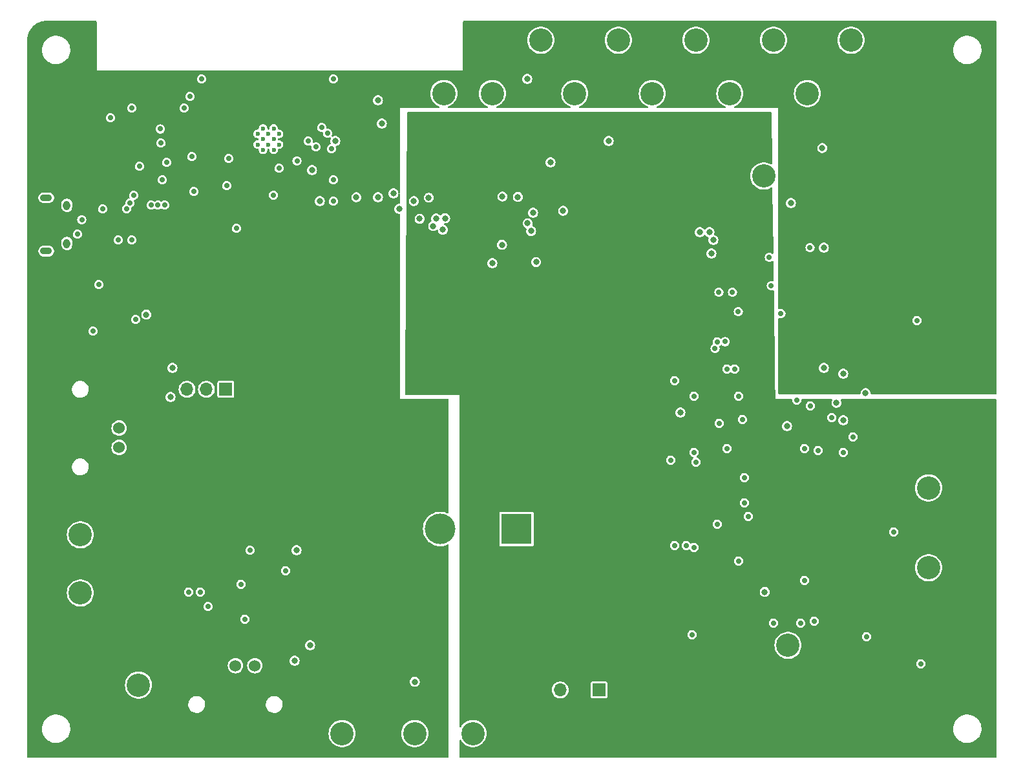
<source format=gbr>
%TF.GenerationSoftware,KiCad,Pcbnew,7.0.8*%
%TF.CreationDate,2024-01-29T15:42:30-05:00*%
%TF.ProjectId,cc_laser_supply_rev-B,63635f6c-6173-4657-925f-737570706c79,rev?*%
%TF.SameCoordinates,Original*%
%TF.FileFunction,Copper,L3,Inr*%
%TF.FilePolarity,Positive*%
%FSLAX46Y46*%
G04 Gerber Fmt 4.6, Leading zero omitted, Abs format (unit mm)*
G04 Created by KiCad (PCBNEW 7.0.8) date 2024-01-29 15:42:30*
%MOMM*%
%LPD*%
G01*
G04 APERTURE LIST*
%TA.AperFunction,ComponentPad*%
%ADD10C,3.048000*%
%TD*%
%TA.AperFunction,ComponentPad*%
%ADD11R,4.000000X4.000000*%
%TD*%
%TA.AperFunction,ComponentPad*%
%ADD12C,4.000000*%
%TD*%
%TA.AperFunction,ComponentPad*%
%ADD13C,1.524000*%
%TD*%
%TA.AperFunction,ComponentPad*%
%ADD14O,1.550000X0.890000*%
%TD*%
%TA.AperFunction,ComponentPad*%
%ADD15O,0.950000X1.250000*%
%TD*%
%TA.AperFunction,ComponentPad*%
%ADD16R,1.700000X1.700000*%
%TD*%
%TA.AperFunction,ComponentPad*%
%ADD17O,1.700000X1.700000*%
%TD*%
%TA.AperFunction,HeatsinkPad*%
%ADD18C,0.600000*%
%TD*%
%TA.AperFunction,ViaPad*%
%ADD19C,0.700000*%
%TD*%
%TA.AperFunction,ViaPad*%
%ADD20C,0.800000*%
%TD*%
G04 APERTURE END LIST*
D10*
%TO.N,VIN*%
%TO.C,TP15*%
X127000000Y-144145000D03*
%TD*%
%TO.N,/GaN FET and Current Sensing/sig_ext*%
%TO.C,TP9*%
X83185000Y-118110000D03*
%TD*%
%TO.N,ADC_20A*%
%TO.C,TP21*%
X173990000Y-53340000D03*
%TD*%
%TO.N,Net-(J3-In)*%
%TO.C,TP22*%
X117475000Y-144145000D03*
%TD*%
%TO.N,ADC_1A*%
%TO.C,TP17*%
X143510000Y-53340000D03*
%TD*%
%TO.N,GND*%
%TO.C,TP16*%
X134620000Y-144145000D03*
%TD*%
D11*
%TO.N,VCAP*%
%TO.C,C13*%
X140320499Y-117348000D03*
D12*
%TO.N,GND*%
X130320499Y-117348000D03*
%TD*%
D10*
%TO.N,OPT_IN_ADC*%
%TO.C,TP18*%
X90805000Y-137795000D03*
%TD*%
D13*
%TO.N,Net-(J3-In)*%
%TO.C,J3*%
X103505000Y-135255000D03*
%TO.N,GND*%
X106045000Y-135255000D03*
%TD*%
D10*
%TO.N,SDA*%
%TO.C,TP2*%
X130810000Y-60325000D03*
%TD*%
%TO.N,Net-(D5-A)*%
%TO.C,TP7*%
X194310000Y-122428000D03*
%TD*%
%TO.N,+5V*%
%TO.C,TP14*%
X140335000Y-144145000D03*
%TD*%
%TO.N,ADC_5A*%
%TO.C,TP19*%
X153670000Y-53340000D03*
%TD*%
D13*
%TO.N,/GaN FET and Current Sensing/sig_ext*%
%TO.C,J2*%
X88265000Y-104140000D03*
%TO.N,GND*%
X88265000Y-106680000D03*
%TD*%
D10*
%TO.N,SENSE_1A*%
%TO.C,TP8*%
X147955000Y-60325000D03*
%TD*%
%TO.N,VCAP_EXT*%
%TO.C,TP3*%
X172720000Y-71120000D03*
%TD*%
%TO.N,/GaN FET and Current Sensing/sense_out*%
%TO.C,TP5*%
X194310000Y-111973000D03*
%TD*%
%TO.N,GND*%
%TO.C,TP4*%
X184150000Y-53340000D03*
%TD*%
%TO.N,ADC_10A*%
%TO.C,TP20*%
X163830000Y-53340000D03*
%TD*%
%TO.N,SENSE_10A*%
%TO.C,TP12*%
X168275000Y-60325000D03*
%TD*%
%TO.N,/GaN FET and Current Sensing/vgate*%
%TO.C,TP6*%
X175895000Y-132588000D03*
%TD*%
D14*
%TO.N,unconnected-(J1-Shield-Pad6)*%
%TO.C,J1*%
X78710000Y-73970000D03*
D15*
X81410000Y-74970000D03*
X81410000Y-79970000D03*
D14*
X78710000Y-80970000D03*
%TD*%
D10*
%TO.N,SCL*%
%TO.C,TP1*%
X137160000Y-60325000D03*
%TD*%
D16*
%TO.N,Net-(JP2-A)*%
%TO.C,JP2*%
X151130000Y-138430000D03*
D17*
%TO.N,+5V*%
X148590000Y-138430000D03*
%TO.N,VBUS*%
X146050000Y-138430000D03*
%TD*%
D10*
%TO.N,SENSE_5A*%
%TO.C,TP11*%
X158115000Y-60325000D03*
%TD*%
%TO.N,GND*%
%TO.C,TP10*%
X83185000Y-125730000D03*
%TD*%
D18*
%TO.N,GND*%
%TO.C,U2*%
X106420000Y-65606200D03*
X108520000Y-66306200D03*
X109220000Y-67006200D03*
X107120000Y-67706200D03*
X106420000Y-67006200D03*
X107120000Y-66306200D03*
X109220000Y-65606200D03*
X107120000Y-64906200D03*
X107795000Y-65606200D03*
X108520000Y-64906200D03*
X108520000Y-67706200D03*
X107795000Y-67006200D03*
%TD*%
D10*
%TO.N,SENSE_20A*%
%TO.C,TP13*%
X178435000Y-60325000D03*
%TD*%
D16*
%TO.N,PULSE_IN*%
%TO.C,JP1*%
X102235000Y-99060000D03*
D17*
%TO.N,/GaN FET and Current Sensing/in+*%
X99695000Y-99060000D03*
%TO.N,/GaN FET and Current Sensing/sig_ext*%
X97155000Y-99060000D03*
%TD*%
D19*
%TO.N,GND*%
X105410000Y-120142000D03*
X90170000Y-73660000D03*
X116332000Y-58420000D03*
X163830000Y-108585000D03*
X166624000Y-116713000D03*
X161036000Y-97917000D03*
D20*
X141782800Y-77317600D03*
D19*
X89916000Y-79502000D03*
X186182000Y-131445000D03*
X167894000Y-96393000D03*
X104724750Y-129159000D03*
X173448000Y-81788000D03*
D20*
X111506000Y-120142000D03*
D19*
X87122000Y-63500000D03*
X173990000Y-129667000D03*
X170180000Y-113919000D03*
X193294000Y-135001000D03*
X170180000Y-110617000D03*
D20*
X126873000Y-74422000D03*
D19*
X169418000Y-121539000D03*
X174972000Y-89154000D03*
X104216750Y-124587000D03*
X103632000Y-77978000D03*
X163322000Y-131191000D03*
X169926000Y-102997000D03*
X163576000Y-119761000D03*
X173702000Y-85480500D03*
X167655260Y-92821740D03*
D20*
X142900400Y-82397600D03*
D19*
X181625260Y-102758260D03*
X84836000Y-91440000D03*
X98044000Y-73152000D03*
X161036000Y-119507000D03*
X99898750Y-127508000D03*
X166844000Y-86360000D03*
X93345000Y-74930000D03*
X169418000Y-99949000D03*
X169384000Y-88900000D03*
X97358750Y-125603000D03*
X82804000Y-78740000D03*
D20*
X128828800Y-73964800D03*
D19*
X88138000Y-79502000D03*
D20*
X140501200Y-73876600D03*
D19*
X177546000Y-129667000D03*
X163576000Y-99949000D03*
X160528000Y-108331000D03*
X177038000Y-100457000D03*
X167894000Y-106807000D03*
X99060000Y-58420000D03*
X85598000Y-85344000D03*
X90424000Y-89916000D03*
X92456000Y-74930000D03*
X94234000Y-74930000D03*
X178054000Y-124079000D03*
D20*
X142240000Y-78333600D03*
D19*
%TO.N,+3V3*%
X85624500Y-86614000D03*
X99060000Y-59690000D03*
X88138000Y-75304900D03*
X89916000Y-66802000D03*
X92710000Y-82042000D03*
X175768000Y-94869000D03*
X91948000Y-77978000D03*
D20*
X124206000Y-62230000D03*
X124206000Y-59055000D03*
D19*
X101092000Y-81788000D03*
%TO.N,+5V*%
X163322000Y-98171000D03*
D20*
X142240000Y-93980000D03*
X142240000Y-95504000D03*
X143510000Y-98044000D03*
X140970000Y-92456000D03*
X142240000Y-89916000D03*
X140970000Y-98044000D03*
X143510000Y-95504000D03*
D19*
X172178000Y-84074000D03*
D20*
X143510000Y-96774000D03*
D19*
X164084000Y-117221000D03*
D20*
X140970000Y-91186000D03*
D19*
X166370000Y-94615000D03*
D20*
X142240000Y-92456000D03*
X140970000Y-96774000D03*
X143510000Y-91186000D03*
X143510000Y-92456000D03*
X143510000Y-89916000D03*
D19*
X172820497Y-123978503D03*
X163830000Y-106045000D03*
D20*
X143510000Y-93980000D03*
X142240000Y-91186000D03*
X142240000Y-98044000D03*
X140970000Y-89916000D03*
X142240000Y-96774000D03*
%TO.N,VIN*%
X127000000Y-137370100D03*
D19*
%TO.N,Net-(D13-K)*%
X166339552Y-93690343D03*
X168910000Y-96393000D03*
%TO.N,ADC_1A*%
X116078000Y-67564000D03*
D20*
X165862000Y-81280000D03*
D19*
%TO.N,ADC_5A*%
X116332000Y-71628000D03*
D20*
X144780000Y-69342000D03*
X164338000Y-78486000D03*
X152400000Y-66548000D03*
%TO.N,ADC_10A*%
X114554000Y-74422000D03*
X161798000Y-102108000D03*
%TO.N,ADC_20A*%
X116586000Y-66548000D03*
X141732000Y-58420000D03*
X175768000Y-103886000D03*
D19*
X102616000Y-68834000D03*
D20*
X113538000Y-70358000D03*
%TO.N,/Buck Boost Supply/Vcc*%
X130973995Y-76664105D03*
X138480800Y-73812400D03*
D19*
%TO.N,Net-(D8-A)*%
X168622000Y-86360000D03*
X178782000Y-80518000D03*
%TO.N,Net-(D9-A)*%
X110058750Y-122809000D03*
X98882750Y-125603000D03*
%TO.N,/ESP32/RTS*%
X93726000Y-66802000D03*
X89916000Y-62230000D03*
X94488000Y-69342000D03*
X93667911Y-64965911D03*
%TO.N,/ESP32/DTR*%
X96774000Y-62230000D03*
X90932000Y-69850000D03*
D20*
%TO.N,/Buck Boost Supply/ISN*%
X138430000Y-80137000D03*
X146431000Y-75692000D03*
%TO.N,/Buck Boost Supply/ISP*%
X142494000Y-75946000D03*
X137160000Y-82550000D03*
%TO.N,SENSE_1A*%
X183134000Y-97028000D03*
X166116000Y-79502000D03*
X180594000Y-80518000D03*
%TO.N,SENSE_5A*%
X165608000Y-78486000D03*
D19*
X166624000Y-92837000D03*
X178816000Y-101219000D03*
D20*
%TO.N,SENSE_10A*%
X176276000Y-74676000D03*
D19*
%TO.N,SENSE_20A*%
X178054000Y-106807000D03*
D20*
X183134000Y-103124000D03*
X180383900Y-67467929D03*
D19*
X184404000Y-105283000D03*
D20*
X180594000Y-96266000D03*
D19*
%TO.N,Net-(D14-A)*%
X166878000Y-103505000D03*
X163576000Y-107315000D03*
D20*
%TO.N,Net-(JP2-A)*%
X172847000Y-125603000D03*
%TO.N,SCL*%
X129413000Y-77680100D03*
X124968000Y-75438000D03*
%TO.N,SDA*%
X130683000Y-78166100D03*
X124206000Y-73406000D03*
X122174000Y-61214000D03*
X122682000Y-64262000D03*
D19*
%TO.N,/ESP32/TXD0*%
X93918500Y-71628000D03*
X108484503Y-73633497D03*
X102362000Y-72390000D03*
X113030000Y-66548000D03*
X114808000Y-64770000D03*
X109220000Y-70104000D03*
%TO.N,/ESP32/RXD0*%
X115570000Y-65532000D03*
X111566161Y-69148161D03*
X97790000Y-68580000D03*
X114046000Y-67310000D03*
D20*
%TO.N,Net-(U4A--)*%
X186055000Y-99568000D03*
X182245000Y-100838000D03*
D19*
%TO.N,Net-(U4C--)*%
X179832000Y-107061000D03*
X183134000Y-107315000D03*
D20*
%TO.N,Net-(J3-In)*%
X113284000Y-132588000D03*
X111252000Y-134620000D03*
D19*
%TO.N,/ESP32/GPIO0*%
X97536000Y-60706000D03*
X116332000Y-74422000D03*
D20*
%TO.N,EN{slash}UVLO*%
X127633550Y-76731950D03*
X119336100Y-73914000D03*
X129794000Y-76708000D03*
X122174000Y-73914000D03*
%TO.N,OPT_IN_ADC*%
X94996000Y-100076000D03*
X95250000Y-96266000D03*
D19*
%TO.N,Net-(D16-A)*%
X170688000Y-115697000D03*
X162560000Y-119507000D03*
D20*
%TO.N,VBUS*%
X91821000Y-89281000D03*
D19*
%TO.N,VCAP*%
X192786000Y-90043000D03*
X189738000Y-117729000D03*
%TO.N,/ESP32/d-*%
X89243309Y-75417914D03*
X83372436Y-76853153D03*
%TO.N,/ESP32/d+*%
X86106000Y-75438000D03*
X89662000Y-74676000D03*
%TO.N,/GaN FET and Current Sensing/in+*%
X179324000Y-129413000D03*
%TD*%
%TA.AperFunction,Conductor*%
%TO.N,+3V3*%
G36*
X85263039Y-50820185D02*
G01*
X85308794Y-50872989D01*
X85320000Y-50924500D01*
X85320000Y-57286200D01*
X133320000Y-57286200D01*
X133320000Y-53340004D01*
X141730524Y-53340004D01*
X141750398Y-53605214D01*
X141809578Y-53864498D01*
X141809581Y-53864510D01*
X141906748Y-54112086D01*
X142039728Y-54342415D01*
X142091293Y-54407075D01*
X142205555Y-54550355D01*
X142389599Y-54721122D01*
X142400515Y-54731250D01*
X142620262Y-54881071D01*
X142859880Y-54996465D01*
X142859881Y-54996465D01*
X142859884Y-54996467D01*
X143114029Y-55074861D01*
X143114030Y-55074861D01*
X143114033Y-55074862D01*
X143377012Y-55114499D01*
X143377017Y-55114499D01*
X143377020Y-55114500D01*
X143377021Y-55114500D01*
X143642979Y-55114500D01*
X143642980Y-55114500D01*
X143642987Y-55114499D01*
X143905966Y-55074862D01*
X143905967Y-55074861D01*
X143905971Y-55074861D01*
X144160116Y-54996467D01*
X144399738Y-54881071D01*
X144619485Y-54731250D01*
X144814448Y-54550351D01*
X144980272Y-54342415D01*
X145113252Y-54112086D01*
X145210419Y-53864510D01*
X145269601Y-53605217D01*
X145283247Y-53423119D01*
X145289476Y-53340004D01*
X151890524Y-53340004D01*
X151910398Y-53605214D01*
X151969578Y-53864498D01*
X151969581Y-53864510D01*
X152066748Y-54112086D01*
X152199728Y-54342415D01*
X152251293Y-54407075D01*
X152365555Y-54550355D01*
X152549599Y-54721122D01*
X152560515Y-54731250D01*
X152780262Y-54881071D01*
X153019880Y-54996465D01*
X153019881Y-54996465D01*
X153019884Y-54996467D01*
X153274029Y-55074861D01*
X153274030Y-55074861D01*
X153274033Y-55074862D01*
X153537012Y-55114499D01*
X153537017Y-55114499D01*
X153537020Y-55114500D01*
X153537021Y-55114500D01*
X153802979Y-55114500D01*
X153802980Y-55114500D01*
X153802987Y-55114499D01*
X154065966Y-55074862D01*
X154065967Y-55074861D01*
X154065971Y-55074861D01*
X154320116Y-54996467D01*
X154559738Y-54881071D01*
X154779485Y-54731250D01*
X154974448Y-54550351D01*
X155140272Y-54342415D01*
X155273252Y-54112086D01*
X155370419Y-53864510D01*
X155429601Y-53605217D01*
X155443247Y-53423119D01*
X155449476Y-53340004D01*
X162050524Y-53340004D01*
X162070398Y-53605214D01*
X162129578Y-53864498D01*
X162129581Y-53864510D01*
X162226748Y-54112086D01*
X162359728Y-54342415D01*
X162411293Y-54407075D01*
X162525555Y-54550355D01*
X162709599Y-54721122D01*
X162720515Y-54731250D01*
X162940262Y-54881071D01*
X163179880Y-54996465D01*
X163179881Y-54996465D01*
X163179884Y-54996467D01*
X163434029Y-55074861D01*
X163434030Y-55074861D01*
X163434033Y-55074862D01*
X163697012Y-55114499D01*
X163697017Y-55114499D01*
X163697020Y-55114500D01*
X163697021Y-55114500D01*
X163962979Y-55114500D01*
X163962980Y-55114500D01*
X163962987Y-55114499D01*
X164225966Y-55074862D01*
X164225967Y-55074861D01*
X164225971Y-55074861D01*
X164480116Y-54996467D01*
X164719738Y-54881071D01*
X164939485Y-54731250D01*
X165134448Y-54550351D01*
X165300272Y-54342415D01*
X165433252Y-54112086D01*
X165530419Y-53864510D01*
X165589601Y-53605217D01*
X165603247Y-53423119D01*
X165609476Y-53340004D01*
X172210524Y-53340004D01*
X172230398Y-53605214D01*
X172289578Y-53864498D01*
X172289581Y-53864510D01*
X172386748Y-54112086D01*
X172519728Y-54342415D01*
X172571293Y-54407075D01*
X172685555Y-54550355D01*
X172869599Y-54721122D01*
X172880515Y-54731250D01*
X173100262Y-54881071D01*
X173339880Y-54996465D01*
X173339881Y-54996465D01*
X173339884Y-54996467D01*
X173594029Y-55074861D01*
X173594030Y-55074861D01*
X173594033Y-55074862D01*
X173857012Y-55114499D01*
X173857017Y-55114499D01*
X173857020Y-55114500D01*
X173857021Y-55114500D01*
X174122979Y-55114500D01*
X174122980Y-55114500D01*
X174122987Y-55114499D01*
X174385966Y-55074862D01*
X174385967Y-55074861D01*
X174385971Y-55074861D01*
X174640116Y-54996467D01*
X174879738Y-54881071D01*
X175099485Y-54731250D01*
X175294448Y-54550351D01*
X175460272Y-54342415D01*
X175593252Y-54112086D01*
X175690419Y-53864510D01*
X175749601Y-53605217D01*
X175763247Y-53423119D01*
X175769476Y-53340004D01*
X182370524Y-53340004D01*
X182390398Y-53605214D01*
X182449578Y-53864498D01*
X182449581Y-53864510D01*
X182546748Y-54112086D01*
X182679728Y-54342415D01*
X182731293Y-54407075D01*
X182845555Y-54550355D01*
X183029599Y-54721122D01*
X183040515Y-54731250D01*
X183260262Y-54881071D01*
X183499880Y-54996465D01*
X183499881Y-54996465D01*
X183499884Y-54996467D01*
X183754029Y-55074861D01*
X183754030Y-55074861D01*
X183754033Y-55074862D01*
X184017012Y-55114499D01*
X184017017Y-55114499D01*
X184017020Y-55114500D01*
X184017021Y-55114500D01*
X184282979Y-55114500D01*
X184282980Y-55114500D01*
X184282987Y-55114499D01*
X184545966Y-55074862D01*
X184545967Y-55074861D01*
X184545971Y-55074861D01*
X184800116Y-54996467D01*
X185039738Y-54881071D01*
X185259485Y-54731250D01*
X185317130Y-54677763D01*
X197535787Y-54677763D01*
X197565413Y-54947013D01*
X197565415Y-54947024D01*
X197609199Y-55114499D01*
X197633928Y-55209088D01*
X197739870Y-55458390D01*
X197811998Y-55576575D01*
X197880979Y-55689605D01*
X197880986Y-55689615D01*
X198054253Y-55897819D01*
X198054259Y-55897824D01*
X198255998Y-56078582D01*
X198481910Y-56228044D01*
X198727176Y-56343020D01*
X198727183Y-56343022D01*
X198727185Y-56343023D01*
X198986557Y-56421057D01*
X198986564Y-56421058D01*
X198986569Y-56421060D01*
X199254561Y-56460500D01*
X199254566Y-56460500D01*
X199457636Y-56460500D01*
X199509133Y-56456730D01*
X199660156Y-56445677D01*
X199772758Y-56420593D01*
X199924546Y-56386782D01*
X199924548Y-56386781D01*
X199924553Y-56386780D01*
X200177558Y-56290014D01*
X200413777Y-56157441D01*
X200628177Y-55991888D01*
X200816186Y-55796881D01*
X200973799Y-55576579D01*
X201047787Y-55432669D01*
X201097649Y-55335690D01*
X201097651Y-55335684D01*
X201097656Y-55335675D01*
X201185118Y-55079305D01*
X201234319Y-54812933D01*
X201244212Y-54542235D01*
X201214586Y-54272982D01*
X201146072Y-54010912D01*
X201040130Y-53761610D01*
X200899018Y-53530390D01*
X200809747Y-53423119D01*
X200725746Y-53322180D01*
X200725740Y-53322175D01*
X200524002Y-53141418D01*
X200298092Y-52991957D01*
X200298090Y-52991956D01*
X200052824Y-52876980D01*
X200052819Y-52876978D01*
X200052814Y-52876976D01*
X199793442Y-52798942D01*
X199793428Y-52798939D01*
X199677791Y-52781921D01*
X199525439Y-52759500D01*
X199322369Y-52759500D01*
X199322364Y-52759500D01*
X199119844Y-52774323D01*
X199119831Y-52774325D01*
X198855453Y-52833217D01*
X198855446Y-52833220D01*
X198602439Y-52929987D01*
X198366226Y-53062557D01*
X198366224Y-53062558D01*
X198366223Y-53062559D01*
X198350390Y-53074785D01*
X198151822Y-53228112D01*
X197963822Y-53423109D01*
X197963816Y-53423116D01*
X197806202Y-53643419D01*
X197806199Y-53643424D01*
X197682350Y-53884309D01*
X197682343Y-53884327D01*
X197594884Y-54140685D01*
X197594881Y-54140699D01*
X197545681Y-54407068D01*
X197545680Y-54407075D01*
X197535787Y-54677763D01*
X185317130Y-54677763D01*
X185454448Y-54550351D01*
X185620272Y-54342415D01*
X185753252Y-54112086D01*
X185850419Y-53864510D01*
X185909601Y-53605217D01*
X185923247Y-53423119D01*
X185929476Y-53340004D01*
X185929476Y-53339995D01*
X185909601Y-53074785D01*
X185909601Y-53074783D01*
X185850419Y-52815490D01*
X185753252Y-52567914D01*
X185620272Y-52337585D01*
X185454448Y-52129649D01*
X185454447Y-52129648D01*
X185454444Y-52129644D01*
X185259485Y-51948750D01*
X185140414Y-51867569D01*
X185039738Y-51798929D01*
X185039734Y-51798927D01*
X185039731Y-51798925D01*
X185039729Y-51798924D01*
X184800118Y-51683534D01*
X184800120Y-51683534D01*
X184545972Y-51605139D01*
X184545966Y-51605137D01*
X184282987Y-51565500D01*
X184282980Y-51565500D01*
X184017020Y-51565500D01*
X184017012Y-51565500D01*
X183754033Y-51605137D01*
X183754027Y-51605139D01*
X183499880Y-51683534D01*
X183260270Y-51798924D01*
X183260268Y-51798925D01*
X183040514Y-51948750D01*
X182845555Y-52129644D01*
X182679728Y-52337585D01*
X182546748Y-52567913D01*
X182449583Y-52815484D01*
X182449578Y-52815501D01*
X182390398Y-53074785D01*
X182370524Y-53339995D01*
X182370524Y-53340004D01*
X175769476Y-53340004D01*
X175769476Y-53339995D01*
X175749601Y-53074785D01*
X175749601Y-53074783D01*
X175690419Y-52815490D01*
X175593252Y-52567914D01*
X175460272Y-52337585D01*
X175294448Y-52129649D01*
X175294447Y-52129648D01*
X175294444Y-52129644D01*
X175099485Y-51948750D01*
X174980414Y-51867569D01*
X174879738Y-51798929D01*
X174879734Y-51798927D01*
X174879731Y-51798925D01*
X174879729Y-51798924D01*
X174640118Y-51683534D01*
X174640120Y-51683534D01*
X174385972Y-51605139D01*
X174385966Y-51605137D01*
X174122987Y-51565500D01*
X174122980Y-51565500D01*
X173857020Y-51565500D01*
X173857012Y-51565500D01*
X173594033Y-51605137D01*
X173594027Y-51605139D01*
X173339880Y-51683534D01*
X173100270Y-51798924D01*
X173100268Y-51798925D01*
X172880514Y-51948750D01*
X172685555Y-52129644D01*
X172519728Y-52337585D01*
X172386748Y-52567913D01*
X172289583Y-52815484D01*
X172289578Y-52815501D01*
X172230398Y-53074785D01*
X172210524Y-53339995D01*
X172210524Y-53340004D01*
X165609476Y-53340004D01*
X165609476Y-53339995D01*
X165589601Y-53074785D01*
X165589601Y-53074783D01*
X165530419Y-52815490D01*
X165433252Y-52567914D01*
X165300272Y-52337585D01*
X165134448Y-52129649D01*
X165134447Y-52129648D01*
X165134444Y-52129644D01*
X164939485Y-51948750D01*
X164820414Y-51867569D01*
X164719738Y-51798929D01*
X164719734Y-51798927D01*
X164719731Y-51798925D01*
X164719729Y-51798924D01*
X164480118Y-51683534D01*
X164480120Y-51683534D01*
X164225972Y-51605139D01*
X164225966Y-51605137D01*
X163962987Y-51565500D01*
X163962980Y-51565500D01*
X163697020Y-51565500D01*
X163697012Y-51565500D01*
X163434033Y-51605137D01*
X163434027Y-51605139D01*
X163179880Y-51683534D01*
X162940270Y-51798924D01*
X162940268Y-51798925D01*
X162720514Y-51948750D01*
X162525555Y-52129644D01*
X162359728Y-52337585D01*
X162226748Y-52567913D01*
X162129583Y-52815484D01*
X162129578Y-52815501D01*
X162070398Y-53074785D01*
X162050524Y-53339995D01*
X162050524Y-53340004D01*
X155449476Y-53340004D01*
X155449476Y-53339995D01*
X155429601Y-53074785D01*
X155429601Y-53074783D01*
X155370419Y-52815490D01*
X155273252Y-52567914D01*
X155140272Y-52337585D01*
X154974448Y-52129649D01*
X154974447Y-52129648D01*
X154974444Y-52129644D01*
X154779485Y-51948750D01*
X154660414Y-51867569D01*
X154559738Y-51798929D01*
X154559734Y-51798927D01*
X154559731Y-51798925D01*
X154559729Y-51798924D01*
X154320118Y-51683534D01*
X154320120Y-51683534D01*
X154065972Y-51605139D01*
X154065966Y-51605137D01*
X153802987Y-51565500D01*
X153802980Y-51565500D01*
X153537020Y-51565500D01*
X153537012Y-51565500D01*
X153274033Y-51605137D01*
X153274027Y-51605139D01*
X153019880Y-51683534D01*
X152780270Y-51798924D01*
X152780268Y-51798925D01*
X152560514Y-51948750D01*
X152365555Y-52129644D01*
X152199728Y-52337585D01*
X152066748Y-52567913D01*
X151969583Y-52815484D01*
X151969578Y-52815501D01*
X151910398Y-53074785D01*
X151890524Y-53339995D01*
X151890524Y-53340004D01*
X145289476Y-53340004D01*
X145289476Y-53339995D01*
X145269601Y-53074785D01*
X145269601Y-53074783D01*
X145210419Y-52815490D01*
X145113252Y-52567914D01*
X144980272Y-52337585D01*
X144814448Y-52129649D01*
X144814447Y-52129648D01*
X144814444Y-52129644D01*
X144619485Y-51948750D01*
X144500414Y-51867569D01*
X144399738Y-51798929D01*
X144399734Y-51798927D01*
X144399731Y-51798925D01*
X144399729Y-51798924D01*
X144160118Y-51683534D01*
X144160120Y-51683534D01*
X143905972Y-51605139D01*
X143905966Y-51605137D01*
X143642987Y-51565500D01*
X143642980Y-51565500D01*
X143377020Y-51565500D01*
X143377012Y-51565500D01*
X143114033Y-51605137D01*
X143114027Y-51605139D01*
X142859880Y-51683534D01*
X142620270Y-51798924D01*
X142620268Y-51798925D01*
X142400514Y-51948750D01*
X142205555Y-52129644D01*
X142039728Y-52337585D01*
X141906748Y-52567913D01*
X141809583Y-52815484D01*
X141809578Y-52815501D01*
X141750398Y-53074785D01*
X141730524Y-53339995D01*
X141730524Y-53340004D01*
X133320000Y-53340004D01*
X133320000Y-50924500D01*
X133339685Y-50857461D01*
X133392489Y-50811706D01*
X133444000Y-50800500D01*
X203075500Y-50800500D01*
X203142539Y-50820185D01*
X203188294Y-50872989D01*
X203199500Y-50924500D01*
X203199500Y-99571000D01*
X203179815Y-99638039D01*
X203127011Y-99683794D01*
X203075500Y-99695000D01*
X186834278Y-99695000D01*
X186767239Y-99675315D01*
X186721484Y-99622511D01*
X186711243Y-99575437D01*
X186711182Y-99575445D01*
X186711102Y-99574789D01*
X186710278Y-99571000D01*
X186710278Y-99567999D01*
X186691237Y-99411181D01*
X186657345Y-99321817D01*
X186635220Y-99263477D01*
X186545483Y-99133470D01*
X186427240Y-99028717D01*
X186427238Y-99028716D01*
X186427237Y-99028715D01*
X186287365Y-98955303D01*
X186133986Y-98917500D01*
X186133985Y-98917500D01*
X185976015Y-98917500D01*
X185976014Y-98917500D01*
X185822634Y-98955303D01*
X185682762Y-99028715D01*
X185564516Y-99133471D01*
X185474781Y-99263475D01*
X185474780Y-99263476D01*
X185418762Y-99411181D01*
X185399722Y-99567999D01*
X185399722Y-99571000D01*
X185399100Y-99573115D01*
X185398818Y-99575445D01*
X185398430Y-99575397D01*
X185380037Y-99638039D01*
X185327233Y-99683794D01*
X185275722Y-99695000D01*
X174749000Y-99695000D01*
X174681961Y-99675315D01*
X174636206Y-99622511D01*
X174625000Y-99571000D01*
X174625000Y-97028000D01*
X182478722Y-97028000D01*
X182497762Y-97184818D01*
X182545738Y-97311318D01*
X182553780Y-97332523D01*
X182643517Y-97462530D01*
X182761760Y-97567283D01*
X182761762Y-97567284D01*
X182901634Y-97640696D01*
X183055014Y-97678500D01*
X183055015Y-97678500D01*
X183212985Y-97678500D01*
X183366365Y-97640696D01*
X183425860Y-97609470D01*
X183506240Y-97567283D01*
X183624483Y-97462530D01*
X183714220Y-97332523D01*
X183770237Y-97184818D01*
X183789278Y-97028000D01*
X183770237Y-96871182D01*
X183751312Y-96821282D01*
X183733381Y-96774000D01*
X183714220Y-96723477D01*
X183624483Y-96593470D01*
X183506240Y-96488717D01*
X183506238Y-96488716D01*
X183506237Y-96488715D01*
X183366365Y-96415303D01*
X183212986Y-96377500D01*
X183212985Y-96377500D01*
X183055015Y-96377500D01*
X183055014Y-96377500D01*
X182901634Y-96415303D01*
X182761762Y-96488715D01*
X182643516Y-96593471D01*
X182553781Y-96723475D01*
X182553780Y-96723476D01*
X182497762Y-96871181D01*
X182478722Y-97027999D01*
X182478722Y-97028000D01*
X174625000Y-97028000D01*
X174625000Y-96266000D01*
X179938722Y-96266000D01*
X179957762Y-96422818D01*
X179975458Y-96469477D01*
X180013780Y-96570523D01*
X180103517Y-96700530D01*
X180221760Y-96805283D01*
X180221762Y-96805284D01*
X180361634Y-96878696D01*
X180515014Y-96916500D01*
X180515015Y-96916500D01*
X180672985Y-96916500D01*
X180826365Y-96878696D01*
X180966240Y-96805283D01*
X181084483Y-96700530D01*
X181174220Y-96570523D01*
X181230237Y-96422818D01*
X181249278Y-96266000D01*
X181230237Y-96109182D01*
X181174220Y-95961477D01*
X181084483Y-95831470D01*
X180966240Y-95726717D01*
X180966238Y-95726716D01*
X180966237Y-95726715D01*
X180826365Y-95653303D01*
X180672986Y-95615500D01*
X180672985Y-95615500D01*
X180515015Y-95615500D01*
X180515014Y-95615500D01*
X180361634Y-95653303D01*
X180221762Y-95726715D01*
X180103516Y-95831471D01*
X180013781Y-95961475D01*
X180013780Y-95961476D01*
X179957762Y-96109181D01*
X179938722Y-96265999D01*
X179938722Y-96266000D01*
X174625000Y-96266000D01*
X174625000Y-90043001D01*
X192180318Y-90043001D01*
X192200955Y-90199760D01*
X192200956Y-90199762D01*
X192209555Y-90220523D01*
X192261464Y-90345841D01*
X192357718Y-90471282D01*
X192483159Y-90567536D01*
X192629238Y-90628044D01*
X192707619Y-90638363D01*
X192785999Y-90648682D01*
X192786000Y-90648682D01*
X192786001Y-90648682D01*
X192838254Y-90641802D01*
X192942762Y-90628044D01*
X193088841Y-90567536D01*
X193214282Y-90471282D01*
X193310536Y-90345841D01*
X193371044Y-90199762D01*
X193391682Y-90043000D01*
X193371044Y-89886238D01*
X193310536Y-89740159D01*
X193214282Y-89614718D01*
X193088841Y-89518464D01*
X192942762Y-89457956D01*
X192942760Y-89457955D01*
X192786001Y-89437318D01*
X192785999Y-89437318D01*
X192629239Y-89457955D01*
X192629237Y-89457956D01*
X192483160Y-89518463D01*
X192357718Y-89614718D01*
X192261463Y-89740160D01*
X192200956Y-89886237D01*
X192200955Y-89886239D01*
X192180318Y-90042998D01*
X192180318Y-90043001D01*
X174625000Y-90043001D01*
X174625000Y-89845823D01*
X174644685Y-89778784D01*
X174697489Y-89733029D01*
X174766647Y-89723085D01*
X174796449Y-89731261D01*
X174815238Y-89739044D01*
X174893619Y-89749363D01*
X174971999Y-89759682D01*
X174972000Y-89759682D01*
X174972001Y-89759682D01*
X175024254Y-89752802D01*
X175128762Y-89739044D01*
X175274841Y-89678536D01*
X175400282Y-89582282D01*
X175496536Y-89456841D01*
X175557044Y-89310762D01*
X175577682Y-89154000D01*
X175573756Y-89124182D01*
X175557044Y-88997239D01*
X175557044Y-88997238D01*
X175496536Y-88851159D01*
X175400282Y-88725718D01*
X175274841Y-88629464D01*
X175128762Y-88568956D01*
X175128760Y-88568955D01*
X174972001Y-88548318D01*
X174971999Y-88548318D01*
X174815240Y-88568955D01*
X174815238Y-88568956D01*
X174796450Y-88576738D01*
X174726982Y-88584206D01*
X174664503Y-88552930D01*
X174628851Y-88492841D01*
X174625000Y-88462176D01*
X174625000Y-80518001D01*
X178176318Y-80518001D01*
X178196955Y-80674760D01*
X178196956Y-80674762D01*
X178244979Y-80790701D01*
X178257464Y-80820841D01*
X178353718Y-80946282D01*
X178479159Y-81042536D01*
X178625238Y-81103044D01*
X178703619Y-81113363D01*
X178781999Y-81123682D01*
X178782000Y-81123682D01*
X178782001Y-81123682D01*
X178834254Y-81116802D01*
X178938762Y-81103044D01*
X179084841Y-81042536D01*
X179210282Y-80946282D01*
X179306536Y-80820841D01*
X179367044Y-80674762D01*
X179387682Y-80518000D01*
X179938722Y-80518000D01*
X179957762Y-80674818D01*
X180012729Y-80819752D01*
X180013780Y-80822523D01*
X180103517Y-80952530D01*
X180221760Y-81057283D01*
X180221762Y-81057284D01*
X180361634Y-81130696D01*
X180515014Y-81168500D01*
X180515015Y-81168500D01*
X180672985Y-81168500D01*
X180826365Y-81130696D01*
X180839729Y-81123682D01*
X180966240Y-81057283D01*
X181084483Y-80952530D01*
X181174220Y-80822523D01*
X181230237Y-80674818D01*
X181249278Y-80518000D01*
X181240757Y-80447818D01*
X181230237Y-80361181D01*
X181174858Y-80215160D01*
X181174220Y-80213477D01*
X181084483Y-80083470D01*
X180966240Y-79978717D01*
X180966238Y-79978716D01*
X180966237Y-79978715D01*
X180826365Y-79905303D01*
X180672986Y-79867500D01*
X180672985Y-79867500D01*
X180515015Y-79867500D01*
X180515014Y-79867500D01*
X180361634Y-79905303D01*
X180221762Y-79978715D01*
X180103516Y-80083471D01*
X180013781Y-80213475D01*
X180013780Y-80213476D01*
X179957762Y-80361181D01*
X179938722Y-80517999D01*
X179938722Y-80518000D01*
X179387682Y-80518000D01*
X179367044Y-80361238D01*
X179306536Y-80215159D01*
X179210282Y-80089718D01*
X179084841Y-79993464D01*
X179052775Y-79980182D01*
X178938762Y-79932956D01*
X178938760Y-79932955D01*
X178782001Y-79912318D01*
X178781999Y-79912318D01*
X178625239Y-79932955D01*
X178625237Y-79932956D01*
X178479160Y-79993463D01*
X178353718Y-80089718D01*
X178257463Y-80215160D01*
X178196956Y-80361237D01*
X178196955Y-80361239D01*
X178176318Y-80517998D01*
X178176318Y-80518001D01*
X174625000Y-80518001D01*
X174625000Y-74676000D01*
X175620722Y-74676000D01*
X175639762Y-74832818D01*
X175695141Y-74978839D01*
X175695780Y-74980523D01*
X175785517Y-75110530D01*
X175903760Y-75215283D01*
X175903762Y-75215284D01*
X176043634Y-75288696D01*
X176197014Y-75326500D01*
X176197015Y-75326500D01*
X176354985Y-75326500D01*
X176508365Y-75288696D01*
X176522577Y-75281237D01*
X176648240Y-75215283D01*
X176766483Y-75110530D01*
X176856220Y-74980523D01*
X176912237Y-74832818D01*
X176931278Y-74676000D01*
X176928152Y-74650250D01*
X176912237Y-74519181D01*
X176874097Y-74418616D01*
X176856220Y-74371477D01*
X176766483Y-74241470D01*
X176648240Y-74136717D01*
X176648238Y-74136716D01*
X176648237Y-74136715D01*
X176508365Y-74063303D01*
X176354986Y-74025500D01*
X176354985Y-74025500D01*
X176197015Y-74025500D01*
X176197014Y-74025500D01*
X176043634Y-74063303D01*
X175903762Y-74136715D01*
X175785516Y-74241471D01*
X175695781Y-74371475D01*
X175695780Y-74371476D01*
X175639762Y-74519181D01*
X175620722Y-74675999D01*
X175620722Y-74676000D01*
X174625000Y-74676000D01*
X174625000Y-67467929D01*
X179728622Y-67467929D01*
X179747662Y-67624747D01*
X179790721Y-67738282D01*
X179803680Y-67772452D01*
X179893417Y-67902459D01*
X180011660Y-68007212D01*
X180011662Y-68007213D01*
X180151534Y-68080625D01*
X180304914Y-68118429D01*
X180304915Y-68118429D01*
X180462885Y-68118429D01*
X180616265Y-68080625D01*
X180756140Y-68007212D01*
X180874383Y-67902459D01*
X180964120Y-67772452D01*
X181020137Y-67624747D01*
X181039178Y-67467929D01*
X181020137Y-67311111D01*
X181009141Y-67282118D01*
X180989482Y-67230281D01*
X180964120Y-67163406D01*
X180874383Y-67033399D01*
X180756140Y-66928646D01*
X180756138Y-66928645D01*
X180756137Y-66928644D01*
X180616265Y-66855232D01*
X180462886Y-66817429D01*
X180462885Y-66817429D01*
X180304915Y-66817429D01*
X180304914Y-66817429D01*
X180151534Y-66855232D01*
X180011662Y-66928644D01*
X179893416Y-67033400D01*
X179803681Y-67163404D01*
X179803680Y-67163405D01*
X179747662Y-67311110D01*
X179728622Y-67467928D01*
X179728622Y-67467929D01*
X174625000Y-67467929D01*
X174625000Y-62230000D01*
X168942077Y-62230000D01*
X168875038Y-62210315D01*
X168829283Y-62157511D01*
X168819339Y-62088353D01*
X168848364Y-62024797D01*
X168905523Y-61987510D01*
X168925116Y-61981467D01*
X169164738Y-61866071D01*
X169384485Y-61716250D01*
X169579448Y-61535351D01*
X169745272Y-61327415D01*
X169878252Y-61097086D01*
X169975419Y-60849510D01*
X170034601Y-60590217D01*
X170054476Y-60325004D01*
X176655524Y-60325004D01*
X176675398Y-60590214D01*
X176701826Y-60706001D01*
X176734581Y-60849510D01*
X176831748Y-61097086D01*
X176964728Y-61327415D01*
X176999341Y-61370818D01*
X177130555Y-61535355D01*
X177248677Y-61644955D01*
X177325515Y-61716250D01*
X177545262Y-61866071D01*
X177784880Y-61981465D01*
X177784881Y-61981465D01*
X177784884Y-61981467D01*
X178039029Y-62059861D01*
X178039030Y-62059861D01*
X178039033Y-62059862D01*
X178302012Y-62099499D01*
X178302017Y-62099499D01*
X178302020Y-62099500D01*
X178302021Y-62099500D01*
X178567979Y-62099500D01*
X178567980Y-62099500D01*
X178567987Y-62099499D01*
X178830966Y-62059862D01*
X178830967Y-62059861D01*
X178830971Y-62059861D01*
X179085116Y-61981467D01*
X179324738Y-61866071D01*
X179544485Y-61716250D01*
X179739448Y-61535351D01*
X179905272Y-61327415D01*
X180038252Y-61097086D01*
X180135419Y-60849510D01*
X180194601Y-60590217D01*
X180214476Y-60325000D01*
X180194601Y-60059783D01*
X180135419Y-59800490D01*
X180038252Y-59552914D01*
X179905272Y-59322585D01*
X179739448Y-59114649D01*
X179739447Y-59114648D01*
X179739444Y-59114644D01*
X179544485Y-58933750D01*
X179324738Y-58783929D01*
X179324734Y-58783927D01*
X179324731Y-58783925D01*
X179324729Y-58783924D01*
X179085118Y-58668534D01*
X179085120Y-58668534D01*
X178830972Y-58590139D01*
X178830966Y-58590137D01*
X178567987Y-58550500D01*
X178567980Y-58550500D01*
X178302020Y-58550500D01*
X178302012Y-58550500D01*
X178039033Y-58590137D01*
X178039027Y-58590139D01*
X177784880Y-58668534D01*
X177545270Y-58783924D01*
X177545268Y-58783925D01*
X177325514Y-58933750D01*
X177130555Y-59114644D01*
X176964728Y-59322585D01*
X176831748Y-59552913D01*
X176734583Y-59800484D01*
X176734578Y-59800501D01*
X176675398Y-60059785D01*
X176655524Y-60324995D01*
X176655524Y-60325004D01*
X170054476Y-60325004D01*
X170054476Y-60325000D01*
X170034601Y-60059783D01*
X169975419Y-59800490D01*
X169878252Y-59552914D01*
X169745272Y-59322585D01*
X169579448Y-59114649D01*
X169579447Y-59114648D01*
X169579444Y-59114644D01*
X169384485Y-58933750D01*
X169164738Y-58783929D01*
X169164734Y-58783927D01*
X169164731Y-58783925D01*
X169164729Y-58783924D01*
X168925118Y-58668534D01*
X168925120Y-58668534D01*
X168670972Y-58590139D01*
X168670966Y-58590137D01*
X168407987Y-58550500D01*
X168407980Y-58550500D01*
X168142020Y-58550500D01*
X168142012Y-58550500D01*
X167879033Y-58590137D01*
X167879027Y-58590139D01*
X167624880Y-58668534D01*
X167385270Y-58783924D01*
X167385268Y-58783925D01*
X167165514Y-58933750D01*
X166970555Y-59114644D01*
X166804728Y-59322585D01*
X166671748Y-59552913D01*
X166574583Y-59800484D01*
X166574578Y-59800501D01*
X166515398Y-60059785D01*
X166495524Y-60324995D01*
X166495524Y-60325004D01*
X166515398Y-60590214D01*
X166541826Y-60706001D01*
X166574581Y-60849510D01*
X166671748Y-61097086D01*
X166804728Y-61327415D01*
X166839341Y-61370818D01*
X166970555Y-61535355D01*
X167088677Y-61644955D01*
X167165515Y-61716250D01*
X167385262Y-61866071D01*
X167624884Y-61981467D01*
X167644476Y-61987510D01*
X167702732Y-62026080D01*
X167730890Y-62090025D01*
X167720006Y-62159041D01*
X167673537Y-62211218D01*
X167607923Y-62230000D01*
X158782077Y-62230000D01*
X158715038Y-62210315D01*
X158669283Y-62157511D01*
X158659339Y-62088353D01*
X158688364Y-62024797D01*
X158745523Y-61987510D01*
X158765116Y-61981467D01*
X159004738Y-61866071D01*
X159224485Y-61716250D01*
X159419448Y-61535351D01*
X159585272Y-61327415D01*
X159718252Y-61097086D01*
X159815419Y-60849510D01*
X159874601Y-60590217D01*
X159894476Y-60325000D01*
X159874601Y-60059783D01*
X159815419Y-59800490D01*
X159718252Y-59552914D01*
X159585272Y-59322585D01*
X159419448Y-59114649D01*
X159419447Y-59114648D01*
X159419444Y-59114644D01*
X159224485Y-58933750D01*
X159004738Y-58783929D01*
X159004734Y-58783927D01*
X159004731Y-58783925D01*
X159004729Y-58783924D01*
X158765118Y-58668534D01*
X158765120Y-58668534D01*
X158510972Y-58590139D01*
X158510966Y-58590137D01*
X158247987Y-58550500D01*
X158247980Y-58550500D01*
X157982020Y-58550500D01*
X157982012Y-58550500D01*
X157719033Y-58590137D01*
X157719027Y-58590139D01*
X157464880Y-58668534D01*
X157225270Y-58783924D01*
X157225268Y-58783925D01*
X157005514Y-58933750D01*
X156810555Y-59114644D01*
X156644728Y-59322585D01*
X156511748Y-59552913D01*
X156414583Y-59800484D01*
X156414578Y-59800501D01*
X156355398Y-60059785D01*
X156335524Y-60324995D01*
X156335524Y-60325004D01*
X156355398Y-60590214D01*
X156381826Y-60706001D01*
X156414581Y-60849510D01*
X156511748Y-61097086D01*
X156644728Y-61327415D01*
X156679341Y-61370818D01*
X156810555Y-61535355D01*
X156928677Y-61644955D01*
X157005515Y-61716250D01*
X157225262Y-61866071D01*
X157464884Y-61981467D01*
X157484476Y-61987510D01*
X157542732Y-62026080D01*
X157570890Y-62090025D01*
X157560006Y-62159041D01*
X157513537Y-62211218D01*
X157447923Y-62230000D01*
X148622077Y-62230000D01*
X148555038Y-62210315D01*
X148509283Y-62157511D01*
X148499339Y-62088353D01*
X148528364Y-62024797D01*
X148585523Y-61987510D01*
X148605116Y-61981467D01*
X148844738Y-61866071D01*
X149064485Y-61716250D01*
X149259448Y-61535351D01*
X149425272Y-61327415D01*
X149558252Y-61097086D01*
X149655419Y-60849510D01*
X149714601Y-60590217D01*
X149734476Y-60325000D01*
X149714601Y-60059783D01*
X149655419Y-59800490D01*
X149558252Y-59552914D01*
X149425272Y-59322585D01*
X149259448Y-59114649D01*
X149259447Y-59114648D01*
X149259444Y-59114644D01*
X149064485Y-58933750D01*
X148844738Y-58783929D01*
X148844734Y-58783927D01*
X148844731Y-58783925D01*
X148844729Y-58783924D01*
X148605118Y-58668534D01*
X148605120Y-58668534D01*
X148350972Y-58590139D01*
X148350966Y-58590137D01*
X148087987Y-58550500D01*
X148087980Y-58550500D01*
X147822020Y-58550500D01*
X147822012Y-58550500D01*
X147559033Y-58590137D01*
X147559027Y-58590139D01*
X147304880Y-58668534D01*
X147065270Y-58783924D01*
X147065268Y-58783925D01*
X146845514Y-58933750D01*
X146650555Y-59114644D01*
X146484728Y-59322585D01*
X146351748Y-59552913D01*
X146254583Y-59800484D01*
X146254578Y-59800501D01*
X146195398Y-60059785D01*
X146175524Y-60324995D01*
X146175524Y-60325004D01*
X146195398Y-60590214D01*
X146221826Y-60706001D01*
X146254581Y-60849510D01*
X146351748Y-61097086D01*
X146484728Y-61327415D01*
X146519341Y-61370818D01*
X146650555Y-61535355D01*
X146768677Y-61644955D01*
X146845515Y-61716250D01*
X147065262Y-61866071D01*
X147304884Y-61981467D01*
X147324476Y-61987510D01*
X147382732Y-62026080D01*
X147410890Y-62090025D01*
X147400006Y-62159041D01*
X147353537Y-62211218D01*
X147287923Y-62230000D01*
X137827077Y-62230000D01*
X137760038Y-62210315D01*
X137714283Y-62157511D01*
X137704339Y-62088353D01*
X137733364Y-62024797D01*
X137790523Y-61987510D01*
X137810116Y-61981467D01*
X138049738Y-61866071D01*
X138269485Y-61716250D01*
X138464448Y-61535351D01*
X138630272Y-61327415D01*
X138763252Y-61097086D01*
X138860419Y-60849510D01*
X138919601Y-60590217D01*
X138939476Y-60325000D01*
X138919601Y-60059783D01*
X138860419Y-59800490D01*
X138763252Y-59552914D01*
X138630272Y-59322585D01*
X138464448Y-59114649D01*
X138464447Y-59114648D01*
X138464444Y-59114644D01*
X138269485Y-58933750D01*
X138049738Y-58783929D01*
X138049734Y-58783927D01*
X138049731Y-58783925D01*
X138049729Y-58783924D01*
X137810118Y-58668534D01*
X137810120Y-58668534D01*
X137555972Y-58590139D01*
X137555966Y-58590137D01*
X137292987Y-58550500D01*
X137292980Y-58550500D01*
X137027020Y-58550500D01*
X137027012Y-58550500D01*
X136764033Y-58590137D01*
X136764027Y-58590139D01*
X136509880Y-58668534D01*
X136270270Y-58783924D01*
X136270268Y-58783925D01*
X136050514Y-58933750D01*
X135855555Y-59114644D01*
X135689728Y-59322585D01*
X135556748Y-59552913D01*
X135459583Y-59800484D01*
X135459578Y-59800501D01*
X135400398Y-60059785D01*
X135380524Y-60324995D01*
X135380524Y-60325004D01*
X135400398Y-60590214D01*
X135426826Y-60706001D01*
X135459581Y-60849510D01*
X135556748Y-61097086D01*
X135689728Y-61327415D01*
X135724341Y-61370818D01*
X135855555Y-61535355D01*
X135973677Y-61644955D01*
X136050515Y-61716250D01*
X136270262Y-61866071D01*
X136509884Y-61981467D01*
X136529476Y-61987510D01*
X136587732Y-62026080D01*
X136615890Y-62090025D01*
X136605006Y-62159041D01*
X136558537Y-62211218D01*
X136492923Y-62230000D01*
X131477077Y-62230000D01*
X131410038Y-62210315D01*
X131364283Y-62157511D01*
X131354339Y-62088353D01*
X131383364Y-62024797D01*
X131440523Y-61987510D01*
X131460116Y-61981467D01*
X131699738Y-61866071D01*
X131919485Y-61716250D01*
X132114448Y-61535351D01*
X132280272Y-61327415D01*
X132413252Y-61097086D01*
X132510419Y-60849510D01*
X132569601Y-60590217D01*
X132589476Y-60325000D01*
X132569601Y-60059783D01*
X132510419Y-59800490D01*
X132413252Y-59552914D01*
X132280272Y-59322585D01*
X132114448Y-59114649D01*
X132114447Y-59114648D01*
X132114444Y-59114644D01*
X131919485Y-58933750D01*
X131699738Y-58783929D01*
X131699734Y-58783927D01*
X131699731Y-58783925D01*
X131699729Y-58783924D01*
X131460118Y-58668534D01*
X131460120Y-58668534D01*
X131205972Y-58590139D01*
X131205966Y-58590137D01*
X130942987Y-58550500D01*
X130942980Y-58550500D01*
X130677020Y-58550500D01*
X130677012Y-58550500D01*
X130414033Y-58590137D01*
X130414027Y-58590139D01*
X130159880Y-58668534D01*
X129920270Y-58783924D01*
X129920268Y-58783925D01*
X129700514Y-58933750D01*
X129505555Y-59114644D01*
X129339728Y-59322585D01*
X129206748Y-59552913D01*
X129109583Y-59800484D01*
X129109578Y-59800501D01*
X129050398Y-60059785D01*
X129030524Y-60324995D01*
X129030524Y-60325004D01*
X129050398Y-60590214D01*
X129076826Y-60706001D01*
X129109581Y-60849510D01*
X129206748Y-61097086D01*
X129339728Y-61327415D01*
X129374341Y-61370818D01*
X129505555Y-61535355D01*
X129623677Y-61644955D01*
X129700515Y-61716250D01*
X129920262Y-61866071D01*
X130159884Y-61981467D01*
X130179476Y-61987510D01*
X130237732Y-62026080D01*
X130265890Y-62090025D01*
X130255006Y-62159041D01*
X130208537Y-62211218D01*
X130142923Y-62230000D01*
X125095000Y-62230000D01*
X125095000Y-73280907D01*
X125075315Y-73347946D01*
X125022511Y-73393701D01*
X124953353Y-73403645D01*
X124889797Y-73374620D01*
X124852023Y-73315842D01*
X124847904Y-73295854D01*
X124845143Y-73273117D01*
X124842237Y-73249182D01*
X124786220Y-73101477D01*
X124696483Y-72971470D01*
X124578240Y-72866717D01*
X124578238Y-72866716D01*
X124578237Y-72866715D01*
X124438365Y-72793303D01*
X124284986Y-72755500D01*
X124284985Y-72755500D01*
X124127015Y-72755500D01*
X124127014Y-72755500D01*
X123973634Y-72793303D01*
X123833762Y-72866715D01*
X123715516Y-72971471D01*
X123625781Y-73101475D01*
X123625780Y-73101476D01*
X123569762Y-73249181D01*
X123550722Y-73405999D01*
X123550722Y-73406000D01*
X123569762Y-73562818D01*
X123606724Y-73660277D01*
X123625780Y-73710523D01*
X123715517Y-73840530D01*
X123833760Y-73945283D01*
X123833762Y-73945284D01*
X123973634Y-74018696D01*
X124127014Y-74056500D01*
X124127015Y-74056500D01*
X124284985Y-74056500D01*
X124438365Y-74018696D01*
X124485956Y-73993718D01*
X124578240Y-73945283D01*
X124696483Y-73840530D01*
X124786220Y-73710523D01*
X124842237Y-73562818D01*
X124847904Y-73516146D01*
X124875526Y-73451968D01*
X124933460Y-73412911D01*
X125003313Y-73411376D01*
X125062906Y-73447850D01*
X125093321Y-73510753D01*
X125095000Y-73531092D01*
X125095000Y-74663500D01*
X125075315Y-74730539D01*
X125022511Y-74776294D01*
X124971000Y-74787500D01*
X124889014Y-74787500D01*
X124735634Y-74825303D01*
X124595762Y-74898715D01*
X124477516Y-75003471D01*
X124387781Y-75133475D01*
X124387780Y-75133476D01*
X124331762Y-75281181D01*
X124312722Y-75437999D01*
X124312722Y-75438000D01*
X124331762Y-75594818D01*
X124387141Y-75740839D01*
X124387780Y-75742523D01*
X124477517Y-75872530D01*
X124595760Y-75977283D01*
X124595762Y-75977284D01*
X124735634Y-76050696D01*
X124889014Y-76088500D01*
X124971000Y-76088500D01*
X125038039Y-76108185D01*
X125083794Y-76160989D01*
X125095000Y-76212500D01*
X125095000Y-100330000D01*
X131321000Y-100330000D01*
X131388039Y-100349685D01*
X131433794Y-100402489D01*
X131445000Y-100454000D01*
X131445000Y-115193859D01*
X131425315Y-115260898D01*
X131372511Y-115306653D01*
X131303353Y-115316597D01*
X131266157Y-115305071D01*
X131183584Y-115264351D01*
X131183581Y-115264350D01*
X131183577Y-115264348D01*
X131183576Y-115264348D01*
X131100542Y-115236161D01*
X130904229Y-115169521D01*
X130904223Y-115169519D01*
X130904221Y-115169519D01*
X130614879Y-115111966D01*
X130614872Y-115111965D01*
X130614862Y-115111964D01*
X130320506Y-115092671D01*
X130320492Y-115092671D01*
X130026135Y-115111964D01*
X130026123Y-115111965D01*
X130026119Y-115111966D01*
X130026111Y-115111967D01*
X130026108Y-115111968D01*
X129736782Y-115169518D01*
X129736768Y-115169521D01*
X129457418Y-115264349D01*
X129192833Y-115394828D01*
X128947540Y-115558728D01*
X128725740Y-115753241D01*
X128531227Y-115975041D01*
X128367327Y-116220334D01*
X128236848Y-116484919D01*
X128142020Y-116764269D01*
X128142017Y-116764283D01*
X128084467Y-117053609D01*
X128084463Y-117053636D01*
X128065170Y-117347992D01*
X128065170Y-117348007D01*
X128084463Y-117642363D01*
X128084464Y-117642373D01*
X128084465Y-117642380D01*
X128124725Y-117844785D01*
X128142017Y-117931716D01*
X128142020Y-117931730D01*
X128236848Y-118211080D01*
X128367324Y-118475660D01*
X128367328Y-118475667D01*
X128531224Y-118720955D01*
X128725740Y-118942758D01*
X128880773Y-119078718D01*
X128947542Y-119137273D01*
X129192834Y-119301172D01*
X129457422Y-119431652D01*
X129736777Y-119526481D01*
X130026119Y-119584034D01*
X130054387Y-119585886D01*
X130320492Y-119603329D01*
X130320499Y-119603329D01*
X130320506Y-119603329D01*
X130556174Y-119587881D01*
X130614879Y-119584034D01*
X130904221Y-119526481D01*
X131183576Y-119431652D01*
X131266156Y-119390927D01*
X131334988Y-119378931D01*
X131399379Y-119406053D01*
X131438885Y-119463681D01*
X131445000Y-119502140D01*
X131445000Y-147195500D01*
X131425315Y-147262539D01*
X131372511Y-147308294D01*
X131321000Y-147319500D01*
X76324500Y-147319500D01*
X76257461Y-147299815D01*
X76211706Y-147247011D01*
X76200500Y-147195500D01*
X76200500Y-143577763D01*
X78155787Y-143577763D01*
X78185413Y-143847013D01*
X78185415Y-143847024D01*
X78253926Y-144109082D01*
X78253928Y-144109088D01*
X78359870Y-144358390D01*
X78391498Y-144410214D01*
X78500979Y-144589605D01*
X78500986Y-144589615D01*
X78674253Y-144797819D01*
X78674259Y-144797824D01*
X78875998Y-144978582D01*
X79101910Y-145128044D01*
X79347176Y-145243020D01*
X79347183Y-145243022D01*
X79347185Y-145243023D01*
X79606557Y-145321057D01*
X79606564Y-145321058D01*
X79606569Y-145321060D01*
X79874561Y-145360500D01*
X79874566Y-145360500D01*
X80077636Y-145360500D01*
X80129133Y-145356730D01*
X80280156Y-145345677D01*
X80392758Y-145320593D01*
X80544546Y-145286782D01*
X80544548Y-145286781D01*
X80544553Y-145286780D01*
X80797558Y-145190014D01*
X81033777Y-145057441D01*
X81248177Y-144891888D01*
X81436186Y-144696881D01*
X81593799Y-144476579D01*
X81667787Y-144332669D01*
X81717649Y-144235690D01*
X81717651Y-144235684D01*
X81717656Y-144235675D01*
X81748589Y-144145004D01*
X115695524Y-144145004D01*
X115715398Y-144410214D01*
X115730546Y-144476580D01*
X115774581Y-144669510D01*
X115871748Y-144917086D01*
X116004728Y-145147415D01*
X116115868Y-145286780D01*
X116170555Y-145355355D01*
X116354599Y-145526122D01*
X116365515Y-145536250D01*
X116585262Y-145686071D01*
X116824880Y-145801465D01*
X116824881Y-145801465D01*
X116824884Y-145801467D01*
X117079029Y-145879861D01*
X117079030Y-145879861D01*
X117079033Y-145879862D01*
X117342012Y-145919499D01*
X117342017Y-145919499D01*
X117342020Y-145919500D01*
X117342021Y-145919500D01*
X117607979Y-145919500D01*
X117607980Y-145919500D01*
X117607987Y-145919499D01*
X117870966Y-145879862D01*
X117870967Y-145879861D01*
X117870971Y-145879861D01*
X118125116Y-145801467D01*
X118364738Y-145686071D01*
X118584485Y-145536250D01*
X118779448Y-145355351D01*
X118945272Y-145147415D01*
X119078252Y-144917086D01*
X119175419Y-144669510D01*
X119234601Y-144410217D01*
X119254476Y-144145004D01*
X125220524Y-144145004D01*
X125240398Y-144410214D01*
X125255546Y-144476580D01*
X125299581Y-144669510D01*
X125396748Y-144917086D01*
X125529728Y-145147415D01*
X125640868Y-145286780D01*
X125695555Y-145355355D01*
X125879599Y-145526122D01*
X125890515Y-145536250D01*
X126110262Y-145686071D01*
X126349880Y-145801465D01*
X126349881Y-145801465D01*
X126349884Y-145801467D01*
X126604029Y-145879861D01*
X126604030Y-145879861D01*
X126604033Y-145879862D01*
X126867012Y-145919499D01*
X126867017Y-145919499D01*
X126867020Y-145919500D01*
X126867021Y-145919500D01*
X127132979Y-145919500D01*
X127132980Y-145919500D01*
X127132987Y-145919499D01*
X127395966Y-145879862D01*
X127395967Y-145879861D01*
X127395971Y-145879861D01*
X127650116Y-145801467D01*
X127889738Y-145686071D01*
X128109485Y-145536250D01*
X128304448Y-145355351D01*
X128470272Y-145147415D01*
X128603252Y-144917086D01*
X128700419Y-144669510D01*
X128759601Y-144410217D01*
X128779476Y-144145000D01*
X128776784Y-144109082D01*
X128759601Y-143879785D01*
X128752124Y-143847024D01*
X128700419Y-143620490D01*
X128603252Y-143372914D01*
X128470272Y-143142585D01*
X128304448Y-142934649D01*
X128304447Y-142934648D01*
X128304444Y-142934644D01*
X128109485Y-142753750D01*
X127974340Y-142661610D01*
X127889738Y-142603929D01*
X127889734Y-142603927D01*
X127889731Y-142603925D01*
X127889729Y-142603924D01*
X127650118Y-142488534D01*
X127650120Y-142488534D01*
X127395972Y-142410139D01*
X127395966Y-142410137D01*
X127132987Y-142370500D01*
X127132980Y-142370500D01*
X126867020Y-142370500D01*
X126867012Y-142370500D01*
X126604033Y-142410137D01*
X126604027Y-142410139D01*
X126349880Y-142488534D01*
X126110270Y-142603924D01*
X126110268Y-142603925D01*
X125890514Y-142753750D01*
X125695555Y-142934644D01*
X125529728Y-143142585D01*
X125396748Y-143372913D01*
X125299583Y-143620484D01*
X125299578Y-143620501D01*
X125240398Y-143879785D01*
X125220524Y-144144995D01*
X125220524Y-144145004D01*
X119254476Y-144145004D01*
X119254476Y-144145000D01*
X119251784Y-144109082D01*
X119234601Y-143879785D01*
X119227124Y-143847024D01*
X119175419Y-143620490D01*
X119078252Y-143372914D01*
X118945272Y-143142585D01*
X118779448Y-142934649D01*
X118779447Y-142934648D01*
X118779444Y-142934644D01*
X118584485Y-142753750D01*
X118449340Y-142661610D01*
X118364738Y-142603929D01*
X118364734Y-142603927D01*
X118364731Y-142603925D01*
X118364729Y-142603924D01*
X118125118Y-142488534D01*
X118125120Y-142488534D01*
X117870972Y-142410139D01*
X117870966Y-142410137D01*
X117607987Y-142370500D01*
X117607980Y-142370500D01*
X117342020Y-142370500D01*
X117342012Y-142370500D01*
X117079033Y-142410137D01*
X117079027Y-142410139D01*
X116824880Y-142488534D01*
X116585270Y-142603924D01*
X116585268Y-142603925D01*
X116365514Y-142753750D01*
X116170555Y-142934644D01*
X116004728Y-143142585D01*
X115871748Y-143372913D01*
X115774583Y-143620484D01*
X115774578Y-143620501D01*
X115715398Y-143879785D01*
X115695524Y-144144995D01*
X115695524Y-144145004D01*
X81748589Y-144145004D01*
X81805118Y-143979305D01*
X81854319Y-143712933D01*
X81864212Y-143442235D01*
X81834586Y-143172982D01*
X81766072Y-142910912D01*
X81660130Y-142661610D01*
X81519018Y-142430390D01*
X81502163Y-142410137D01*
X81345746Y-142222180D01*
X81345740Y-142222175D01*
X81144002Y-142041418D01*
X80918092Y-141891957D01*
X80918090Y-141891956D01*
X80672824Y-141776980D01*
X80672819Y-141776978D01*
X80672814Y-141776976D01*
X80413442Y-141698942D01*
X80413428Y-141698939D01*
X80297791Y-141681921D01*
X80145439Y-141659500D01*
X79942369Y-141659500D01*
X79942364Y-141659500D01*
X79739844Y-141674323D01*
X79739831Y-141674325D01*
X79475453Y-141733217D01*
X79475446Y-141733220D01*
X79222439Y-141829987D01*
X78986226Y-141962557D01*
X78771822Y-142128112D01*
X78583822Y-142323109D01*
X78583816Y-142323116D01*
X78426202Y-142543419D01*
X78426199Y-142543424D01*
X78302350Y-142784309D01*
X78302343Y-142784327D01*
X78214884Y-143040685D01*
X78214881Y-143040699D01*
X78165681Y-143307068D01*
X78165680Y-143307075D01*
X78155787Y-143577763D01*
X76200500Y-143577763D01*
X76200500Y-140282159D01*
X97315729Y-140282159D01*
X97325775Y-140493045D01*
X97350950Y-140596817D01*
X97375550Y-140698221D01*
X97375551Y-140698225D01*
X97463248Y-140890254D01*
X97463251Y-140890259D01*
X97463252Y-140890261D01*
X97463254Y-140890264D01*
X97585718Y-141062242D01*
X97585720Y-141062244D01*
X97585721Y-141062245D01*
X97738518Y-141207936D01*
X97833906Y-141269238D01*
X97916126Y-141322078D01*
X98112128Y-141400545D01*
X98215783Y-141420522D01*
X98319437Y-141440500D01*
X98319438Y-141440500D01*
X98477659Y-141440500D01*
X98477665Y-141440500D01*
X98635169Y-141425460D01*
X98837742Y-141365980D01*
X98971418Y-141297064D01*
X99025390Y-141269240D01*
X99025390Y-141269239D01*
X99025397Y-141269236D01*
X99191353Y-141138728D01*
X99329610Y-140979170D01*
X99435173Y-140796330D01*
X99504225Y-140596817D01*
X99534271Y-140387841D01*
X99529237Y-140282159D01*
X107475729Y-140282159D01*
X107485775Y-140493045D01*
X107510950Y-140596817D01*
X107535550Y-140698221D01*
X107535551Y-140698225D01*
X107623248Y-140890254D01*
X107623251Y-140890259D01*
X107623252Y-140890261D01*
X107623254Y-140890264D01*
X107745718Y-141062242D01*
X107745720Y-141062244D01*
X107745721Y-141062245D01*
X107898518Y-141207936D01*
X107993906Y-141269238D01*
X108076126Y-141322078D01*
X108272128Y-141400545D01*
X108375783Y-141420522D01*
X108479437Y-141440500D01*
X108479438Y-141440500D01*
X108637659Y-141440500D01*
X108637665Y-141440500D01*
X108795169Y-141425460D01*
X108997742Y-141365980D01*
X109131418Y-141297064D01*
X109185390Y-141269240D01*
X109185390Y-141269239D01*
X109185397Y-141269236D01*
X109351353Y-141138728D01*
X109489610Y-140979170D01*
X109595173Y-140796330D01*
X109664225Y-140596817D01*
X109694271Y-140387841D01*
X109684225Y-140176955D01*
X109634451Y-139971782D01*
X109634448Y-139971777D01*
X109634448Y-139971774D01*
X109546751Y-139779745D01*
X109546748Y-139779740D01*
X109546747Y-139779739D01*
X109546746Y-139779736D01*
X109424282Y-139607758D01*
X109344065Y-139531272D01*
X109271481Y-139462063D01*
X109093876Y-139347923D01*
X108897870Y-139269454D01*
X108690563Y-139229500D01*
X108690562Y-139229500D01*
X108532335Y-139229500D01*
X108374831Y-139244540D01*
X108374824Y-139244541D01*
X108172259Y-139304019D01*
X108172255Y-139304021D01*
X107984609Y-139400759D01*
X107984607Y-139400761D01*
X107818647Y-139531271D01*
X107818641Y-139531277D01*
X107680389Y-139690830D01*
X107680389Y-139690831D01*
X107574828Y-139873666D01*
X107505776Y-140073177D01*
X107505775Y-140073182D01*
X107505775Y-140073183D01*
X107475729Y-140282159D01*
X99529237Y-140282159D01*
X99524225Y-140176955D01*
X99474451Y-139971782D01*
X99474448Y-139971777D01*
X99474448Y-139971774D01*
X99386751Y-139779745D01*
X99386748Y-139779740D01*
X99386747Y-139779739D01*
X99386746Y-139779736D01*
X99264282Y-139607758D01*
X99184065Y-139531272D01*
X99111481Y-139462063D01*
X98933876Y-139347923D01*
X98737870Y-139269454D01*
X98530563Y-139229500D01*
X98530562Y-139229500D01*
X98372335Y-139229500D01*
X98214831Y-139244540D01*
X98214824Y-139244541D01*
X98012259Y-139304019D01*
X98012255Y-139304021D01*
X97824609Y-139400759D01*
X97824607Y-139400761D01*
X97658647Y-139531271D01*
X97658641Y-139531277D01*
X97520389Y-139690830D01*
X97520389Y-139690831D01*
X97414828Y-139873666D01*
X97345776Y-140073177D01*
X97345775Y-140073182D01*
X97345775Y-140073183D01*
X97315729Y-140282159D01*
X76200500Y-140282159D01*
X76200500Y-137795004D01*
X89025524Y-137795004D01*
X89045398Y-138060214D01*
X89045399Y-138060217D01*
X89104581Y-138319510D01*
X89201748Y-138567086D01*
X89334728Y-138797415D01*
X89360116Y-138829250D01*
X89500555Y-139005355D01*
X89682937Y-139174579D01*
X89695515Y-139186250D01*
X89915262Y-139336071D01*
X90154880Y-139451465D01*
X90154881Y-139451465D01*
X90154884Y-139451467D01*
X90409029Y-139529861D01*
X90409030Y-139529861D01*
X90409033Y-139529862D01*
X90672012Y-139569499D01*
X90672017Y-139569499D01*
X90672020Y-139569500D01*
X90672021Y-139569500D01*
X90937979Y-139569500D01*
X90937980Y-139569500D01*
X90937987Y-139569499D01*
X91200966Y-139529862D01*
X91200967Y-139529861D01*
X91200971Y-139529861D01*
X91455116Y-139451467D01*
X91694738Y-139336071D01*
X91914485Y-139186250D01*
X92109448Y-139005351D01*
X92275272Y-138797415D01*
X92408252Y-138567086D01*
X92505419Y-138319510D01*
X92564601Y-138060217D01*
X92580491Y-137848179D01*
X92584476Y-137795004D01*
X92584476Y-137794995D01*
X92566515Y-137555326D01*
X92564601Y-137529783D01*
X92528154Y-137370100D01*
X126344722Y-137370100D01*
X126363762Y-137526918D01*
X126419780Y-137674623D01*
X126509517Y-137804630D01*
X126627760Y-137909383D01*
X126627762Y-137909384D01*
X126767634Y-137982796D01*
X126921014Y-138020600D01*
X126921015Y-138020600D01*
X127078985Y-138020600D01*
X127232365Y-137982796D01*
X127372240Y-137909383D01*
X127490483Y-137804630D01*
X127580220Y-137674623D01*
X127636237Y-137526918D01*
X127655278Y-137370100D01*
X127636237Y-137213282D01*
X127580220Y-137065577D01*
X127490483Y-136935570D01*
X127372240Y-136830817D01*
X127372238Y-136830816D01*
X127372237Y-136830815D01*
X127232365Y-136757403D01*
X127078986Y-136719600D01*
X127078985Y-136719600D01*
X126921015Y-136719600D01*
X126921014Y-136719600D01*
X126767634Y-136757403D01*
X126627762Y-136830815D01*
X126509516Y-136935571D01*
X126419781Y-137065575D01*
X126419780Y-137065576D01*
X126363762Y-137213281D01*
X126344722Y-137370099D01*
X126344722Y-137370100D01*
X92528154Y-137370100D01*
X92505419Y-137270490D01*
X92408252Y-137022914D01*
X92275272Y-136792585D01*
X92109448Y-136584649D01*
X92109447Y-136584648D01*
X92109444Y-136584644D01*
X91914485Y-136403750D01*
X91694738Y-136253929D01*
X91694734Y-136253927D01*
X91694731Y-136253925D01*
X91694729Y-136253924D01*
X91455118Y-136138534D01*
X91455120Y-136138534D01*
X91200972Y-136060139D01*
X91200966Y-136060137D01*
X90937987Y-136020500D01*
X90937980Y-136020500D01*
X90672020Y-136020500D01*
X90672012Y-136020500D01*
X90409033Y-136060137D01*
X90409027Y-136060139D01*
X90154880Y-136138534D01*
X89915270Y-136253924D01*
X89915268Y-136253925D01*
X89695514Y-136403750D01*
X89500555Y-136584644D01*
X89334728Y-136792585D01*
X89201748Y-137022913D01*
X89104583Y-137270484D01*
X89104578Y-137270501D01*
X89045398Y-137529785D01*
X89025524Y-137794995D01*
X89025524Y-137795004D01*
X76200500Y-137795004D01*
X76200500Y-135255000D01*
X102487601Y-135255000D01*
X102507149Y-135453481D01*
X102507149Y-135453483D01*
X102507150Y-135453485D01*
X102553622Y-135606682D01*
X102565048Y-135644348D01*
X102659060Y-135820231D01*
X102659065Y-135820238D01*
X102785589Y-135974410D01*
X102892875Y-136062456D01*
X102939763Y-136100936D01*
X102939766Y-136100937D01*
X102939768Y-136100939D01*
X103115651Y-136194951D01*
X103115654Y-136194951D01*
X103115658Y-136194954D01*
X103306515Y-136252850D01*
X103505000Y-136272399D01*
X103703485Y-136252850D01*
X103894342Y-136194954D01*
X104070237Y-136100936D01*
X104224410Y-135974410D01*
X104350936Y-135820237D01*
X104444954Y-135644342D01*
X104502850Y-135453485D01*
X104522399Y-135255000D01*
X105027601Y-135255000D01*
X105047149Y-135453481D01*
X105047149Y-135453483D01*
X105047150Y-135453485D01*
X105093622Y-135606682D01*
X105105048Y-135644348D01*
X105199060Y-135820231D01*
X105199065Y-135820238D01*
X105325589Y-135974410D01*
X105432875Y-136062456D01*
X105479763Y-136100936D01*
X105479766Y-136100937D01*
X105479768Y-136100939D01*
X105655651Y-136194951D01*
X105655654Y-136194951D01*
X105655658Y-136194954D01*
X105846515Y-136252850D01*
X106045000Y-136272399D01*
X106243485Y-136252850D01*
X106434342Y-136194954D01*
X106610237Y-136100936D01*
X106764410Y-135974410D01*
X106890936Y-135820237D01*
X106984954Y-135644342D01*
X107042850Y-135453485D01*
X107062399Y-135255000D01*
X107042850Y-135056515D01*
X106984954Y-134865658D01*
X106984951Y-134865654D01*
X106984951Y-134865651D01*
X106890939Y-134689768D01*
X106890937Y-134689766D01*
X106890936Y-134689763D01*
X106833683Y-134620000D01*
X110596722Y-134620000D01*
X110615762Y-134776818D01*
X110649455Y-134865658D01*
X110671780Y-134924523D01*
X110761517Y-135054530D01*
X110879760Y-135159283D01*
X110879762Y-135159284D01*
X111019634Y-135232696D01*
X111173014Y-135270500D01*
X111173015Y-135270500D01*
X111330985Y-135270500D01*
X111484365Y-135232696D01*
X111624240Y-135159283D01*
X111742483Y-135054530D01*
X111832220Y-134924523D01*
X111888237Y-134776818D01*
X111907278Y-134620000D01*
X111888237Y-134463182D01*
X111832220Y-134315477D01*
X111742483Y-134185470D01*
X111624240Y-134080717D01*
X111624238Y-134080716D01*
X111624237Y-134080715D01*
X111484365Y-134007303D01*
X111330986Y-133969500D01*
X111330985Y-133969500D01*
X111173015Y-133969500D01*
X111173014Y-133969500D01*
X111019634Y-134007303D01*
X110879762Y-134080715D01*
X110761516Y-134185471D01*
X110671781Y-134315475D01*
X110671780Y-134315476D01*
X110615762Y-134463181D01*
X110596722Y-134619999D01*
X110596722Y-134620000D01*
X106833683Y-134620000D01*
X106764410Y-134535589D01*
X106610238Y-134409065D01*
X106610231Y-134409060D01*
X106434348Y-134315048D01*
X106434342Y-134315046D01*
X106243485Y-134257150D01*
X106243483Y-134257149D01*
X106243481Y-134257149D01*
X106045000Y-134237601D01*
X105846518Y-134257149D01*
X105655651Y-134315048D01*
X105479768Y-134409060D01*
X105479761Y-134409065D01*
X105325589Y-134535589D01*
X105199065Y-134689761D01*
X105199060Y-134689768D01*
X105105048Y-134865651D01*
X105047149Y-135056518D01*
X105027601Y-135255000D01*
X104522399Y-135255000D01*
X104502850Y-135056515D01*
X104444954Y-134865658D01*
X104444951Y-134865654D01*
X104444951Y-134865651D01*
X104350939Y-134689768D01*
X104350937Y-134689766D01*
X104350936Y-134689763D01*
X104293683Y-134620000D01*
X104224410Y-134535589D01*
X104070238Y-134409065D01*
X104070231Y-134409060D01*
X103894348Y-134315048D01*
X103894342Y-134315046D01*
X103703485Y-134257150D01*
X103703483Y-134257149D01*
X103703481Y-134257149D01*
X103505000Y-134237601D01*
X103306518Y-134257149D01*
X103115651Y-134315048D01*
X102939768Y-134409060D01*
X102939761Y-134409065D01*
X102785589Y-134535589D01*
X102659065Y-134689761D01*
X102659060Y-134689768D01*
X102565048Y-134865651D01*
X102507149Y-135056518D01*
X102487601Y-135255000D01*
X76200500Y-135255000D01*
X76200500Y-132588000D01*
X112628722Y-132588000D01*
X112647762Y-132744818D01*
X112688873Y-132853217D01*
X112703780Y-132892523D01*
X112793517Y-133022530D01*
X112911760Y-133127283D01*
X112911762Y-133127284D01*
X113051634Y-133200696D01*
X113205014Y-133238500D01*
X113205015Y-133238500D01*
X113362985Y-133238500D01*
X113516365Y-133200696D01*
X113656240Y-133127283D01*
X113774483Y-133022530D01*
X113864220Y-132892523D01*
X113920237Y-132744818D01*
X113939278Y-132588000D01*
X113920237Y-132431182D01*
X113864220Y-132283477D01*
X113774483Y-132153470D01*
X113656240Y-132048717D01*
X113656238Y-132048716D01*
X113656237Y-132048715D01*
X113516365Y-131975303D01*
X113362986Y-131937500D01*
X113362985Y-131937500D01*
X113205015Y-131937500D01*
X113205014Y-131937500D01*
X113051634Y-131975303D01*
X112911762Y-132048715D01*
X112793516Y-132153471D01*
X112703781Y-132283475D01*
X112703780Y-132283476D01*
X112647762Y-132431181D01*
X112628722Y-132587999D01*
X112628722Y-132588000D01*
X76200500Y-132588000D01*
X76200500Y-129159001D01*
X104119068Y-129159001D01*
X104139705Y-129315760D01*
X104139706Y-129315762D01*
X104200214Y-129461841D01*
X104296468Y-129587282D01*
X104421909Y-129683536D01*
X104567988Y-129744044D01*
X104646369Y-129754363D01*
X104724749Y-129764682D01*
X104724750Y-129764682D01*
X104724751Y-129764682D01*
X104777004Y-129757802D01*
X104881512Y-129744044D01*
X105027591Y-129683536D01*
X105153032Y-129587282D01*
X105249286Y-129461841D01*
X105309794Y-129315762D01*
X105330432Y-129159000D01*
X105309794Y-129002238D01*
X105249286Y-128856159D01*
X105153032Y-128730718D01*
X105027591Y-128634464D01*
X104881512Y-128573956D01*
X104881510Y-128573955D01*
X104724751Y-128553318D01*
X104724749Y-128553318D01*
X104567989Y-128573955D01*
X104567987Y-128573956D01*
X104421910Y-128634463D01*
X104296468Y-128730718D01*
X104200213Y-128856160D01*
X104139706Y-129002237D01*
X104139705Y-129002239D01*
X104119068Y-129158998D01*
X104119068Y-129159001D01*
X76200500Y-129159001D01*
X76200500Y-127508001D01*
X99293068Y-127508001D01*
X99313705Y-127664760D01*
X99313706Y-127664762D01*
X99374214Y-127810841D01*
X99470468Y-127936282D01*
X99595909Y-128032536D01*
X99741988Y-128093044D01*
X99820369Y-128103363D01*
X99898749Y-128113682D01*
X99898750Y-128113682D01*
X99898751Y-128113682D01*
X99951004Y-128106802D01*
X100055512Y-128093044D01*
X100201591Y-128032536D01*
X100327032Y-127936282D01*
X100423286Y-127810841D01*
X100483794Y-127664762D01*
X100504432Y-127508000D01*
X100483794Y-127351238D01*
X100423286Y-127205159D01*
X100327032Y-127079718D01*
X100201591Y-126983464D01*
X100055512Y-126922956D01*
X100055510Y-126922955D01*
X99898751Y-126902318D01*
X99898749Y-126902318D01*
X99741989Y-126922955D01*
X99741987Y-126922956D01*
X99595910Y-126983463D01*
X99470468Y-127079718D01*
X99374213Y-127205160D01*
X99313706Y-127351237D01*
X99313705Y-127351239D01*
X99293068Y-127507998D01*
X99293068Y-127508001D01*
X76200500Y-127508001D01*
X76200500Y-125730004D01*
X81405524Y-125730004D01*
X81425398Y-125995214D01*
X81474121Y-126208682D01*
X81484581Y-126254510D01*
X81581748Y-126502086D01*
X81714728Y-126732415D01*
X81848661Y-126900361D01*
X81880555Y-126940355D01*
X82030754Y-127079718D01*
X82075515Y-127121250D01*
X82295262Y-127271071D01*
X82534880Y-127386465D01*
X82534881Y-127386465D01*
X82534884Y-127386467D01*
X82789029Y-127464861D01*
X82789030Y-127464861D01*
X82789033Y-127464862D01*
X83052012Y-127504499D01*
X83052017Y-127504499D01*
X83052020Y-127504500D01*
X83052021Y-127504500D01*
X83317979Y-127504500D01*
X83317980Y-127504500D01*
X83317987Y-127504499D01*
X83580966Y-127464862D01*
X83580967Y-127464861D01*
X83580971Y-127464861D01*
X83835116Y-127386467D01*
X84074738Y-127271071D01*
X84294485Y-127121250D01*
X84489448Y-126940351D01*
X84655272Y-126732415D01*
X84788252Y-126502086D01*
X84885419Y-126254510D01*
X84944601Y-125995217D01*
X84953118Y-125881552D01*
X84964476Y-125730004D01*
X84964476Y-125729995D01*
X84954959Y-125603001D01*
X96753068Y-125603001D01*
X96773705Y-125759760D01*
X96773706Y-125759762D01*
X96834214Y-125905841D01*
X96930468Y-126031282D01*
X97055909Y-126127536D01*
X97201988Y-126188044D01*
X97280369Y-126198363D01*
X97358749Y-126208682D01*
X97358750Y-126208682D01*
X97358751Y-126208682D01*
X97411004Y-126201802D01*
X97515512Y-126188044D01*
X97661591Y-126127536D01*
X97787032Y-126031282D01*
X97883286Y-125905841D01*
X97943794Y-125759762D01*
X97964432Y-125603001D01*
X98277068Y-125603001D01*
X98297705Y-125759760D01*
X98297706Y-125759762D01*
X98358214Y-125905841D01*
X98454468Y-126031282D01*
X98579909Y-126127536D01*
X98725988Y-126188044D01*
X98804369Y-126198363D01*
X98882749Y-126208682D01*
X98882750Y-126208682D01*
X98882751Y-126208682D01*
X98935004Y-126201802D01*
X99039512Y-126188044D01*
X99185591Y-126127536D01*
X99311032Y-126031282D01*
X99407286Y-125905841D01*
X99467794Y-125759762D01*
X99488432Y-125603000D01*
X99467794Y-125446238D01*
X99407286Y-125300159D01*
X99311032Y-125174718D01*
X99185591Y-125078464D01*
X99039512Y-125017956D01*
X99039510Y-125017955D01*
X98882751Y-124997318D01*
X98882749Y-124997318D01*
X98725989Y-125017955D01*
X98725987Y-125017956D01*
X98579910Y-125078463D01*
X98454468Y-125174718D01*
X98358213Y-125300160D01*
X98297706Y-125446237D01*
X98297705Y-125446239D01*
X98277068Y-125602998D01*
X98277068Y-125603001D01*
X97964432Y-125603001D01*
X97964432Y-125603000D01*
X97943794Y-125446238D01*
X97883286Y-125300159D01*
X97787032Y-125174718D01*
X97661591Y-125078464D01*
X97515512Y-125017956D01*
X97515510Y-125017955D01*
X97358751Y-124997318D01*
X97358749Y-124997318D01*
X97201989Y-125017955D01*
X97201987Y-125017956D01*
X97055910Y-125078463D01*
X96930468Y-125174718D01*
X96834213Y-125300160D01*
X96773706Y-125446237D01*
X96773705Y-125446239D01*
X96753068Y-125602998D01*
X96753068Y-125603001D01*
X84954959Y-125603001D01*
X84944601Y-125464785D01*
X84940355Y-125446182D01*
X84885419Y-125205490D01*
X84788252Y-124957914D01*
X84655272Y-124727585D01*
X84543160Y-124587001D01*
X103611068Y-124587001D01*
X103631705Y-124743760D01*
X103631706Y-124743762D01*
X103692214Y-124889841D01*
X103788468Y-125015282D01*
X103913909Y-125111536D01*
X104059988Y-125172044D01*
X104138369Y-125182363D01*
X104216749Y-125192682D01*
X104216750Y-125192682D01*
X104216751Y-125192682D01*
X104269004Y-125185802D01*
X104373512Y-125172044D01*
X104519591Y-125111536D01*
X104645032Y-125015282D01*
X104741286Y-124889841D01*
X104801794Y-124743762D01*
X104822432Y-124587000D01*
X104822061Y-124584185D01*
X104801794Y-124430239D01*
X104801794Y-124430238D01*
X104741286Y-124284159D01*
X104645032Y-124158718D01*
X104519591Y-124062464D01*
X104373512Y-124001956D01*
X104373510Y-124001955D01*
X104216751Y-123981318D01*
X104216749Y-123981318D01*
X104059989Y-124001955D01*
X104059987Y-124001956D01*
X103913910Y-124062463D01*
X103788468Y-124158718D01*
X103692213Y-124284160D01*
X103631706Y-124430237D01*
X103631705Y-124430239D01*
X103611068Y-124586998D01*
X103611068Y-124587001D01*
X84543160Y-124587001D01*
X84489448Y-124519649D01*
X84489447Y-124519648D01*
X84489444Y-124519644D01*
X84294485Y-124338750D01*
X84214416Y-124284160D01*
X84074738Y-124188929D01*
X84074734Y-124188927D01*
X84074731Y-124188925D01*
X84074729Y-124188924D01*
X83835118Y-124073534D01*
X83835120Y-124073534D01*
X83580972Y-123995139D01*
X83580966Y-123995137D01*
X83317987Y-123955500D01*
X83317980Y-123955500D01*
X83052020Y-123955500D01*
X83052012Y-123955500D01*
X82789033Y-123995137D01*
X82789027Y-123995139D01*
X82534880Y-124073534D01*
X82295270Y-124188924D01*
X82295268Y-124188925D01*
X82075514Y-124338750D01*
X81880555Y-124519644D01*
X81714728Y-124727585D01*
X81581748Y-124957913D01*
X81484583Y-125205484D01*
X81484578Y-125205501D01*
X81425398Y-125464785D01*
X81405524Y-125729995D01*
X81405524Y-125730004D01*
X76200500Y-125730004D01*
X76200500Y-122809001D01*
X109453068Y-122809001D01*
X109473705Y-122965760D01*
X109473706Y-122965762D01*
X109534214Y-123111841D01*
X109630468Y-123237282D01*
X109755909Y-123333536D01*
X109901988Y-123394044D01*
X109980369Y-123404363D01*
X110058749Y-123414682D01*
X110058750Y-123414682D01*
X110058751Y-123414682D01*
X110111004Y-123407802D01*
X110215512Y-123394044D01*
X110361591Y-123333536D01*
X110487032Y-123237282D01*
X110583286Y-123111841D01*
X110643794Y-122965762D01*
X110664432Y-122809000D01*
X110643794Y-122652238D01*
X110583286Y-122506159D01*
X110487032Y-122380718D01*
X110361591Y-122284464D01*
X110215512Y-122223956D01*
X110215510Y-122223955D01*
X110058751Y-122203318D01*
X110058749Y-122203318D01*
X109901989Y-122223955D01*
X109901987Y-122223956D01*
X109755910Y-122284463D01*
X109630468Y-122380718D01*
X109534213Y-122506160D01*
X109473706Y-122652237D01*
X109473705Y-122652239D01*
X109453068Y-122808998D01*
X109453068Y-122809001D01*
X76200500Y-122809001D01*
X76200500Y-120142001D01*
X104804318Y-120142001D01*
X104824955Y-120298760D01*
X104824956Y-120298762D01*
X104885464Y-120444841D01*
X104981718Y-120570282D01*
X105107159Y-120666536D01*
X105253238Y-120727044D01*
X105331619Y-120737363D01*
X105409999Y-120747682D01*
X105410000Y-120747682D01*
X105410001Y-120747682D01*
X105462254Y-120740802D01*
X105566762Y-120727044D01*
X105712841Y-120666536D01*
X105838282Y-120570282D01*
X105934536Y-120444841D01*
X105995044Y-120298762D01*
X106015682Y-120142000D01*
X110850722Y-120142000D01*
X110869762Y-120298818D01*
X110887673Y-120346044D01*
X110925780Y-120446523D01*
X111015517Y-120576530D01*
X111133760Y-120681283D01*
X111133762Y-120681284D01*
X111273634Y-120754696D01*
X111427014Y-120792500D01*
X111427015Y-120792500D01*
X111584985Y-120792500D01*
X111738365Y-120754696D01*
X111751729Y-120747682D01*
X111878240Y-120681283D01*
X111996483Y-120576530D01*
X112086220Y-120446523D01*
X112142237Y-120298818D01*
X112161278Y-120142000D01*
X112142237Y-119985182D01*
X112123312Y-119935282D01*
X112104053Y-119884499D01*
X112086220Y-119837477D01*
X111996483Y-119707470D01*
X111878240Y-119602717D01*
X111878238Y-119602716D01*
X111878237Y-119602715D01*
X111738365Y-119529303D01*
X111584986Y-119491500D01*
X111584985Y-119491500D01*
X111427015Y-119491500D01*
X111427014Y-119491500D01*
X111273634Y-119529303D01*
X111133762Y-119602715D01*
X111015516Y-119707471D01*
X110925781Y-119837475D01*
X110925780Y-119837476D01*
X110869762Y-119985181D01*
X110850722Y-120141999D01*
X110850722Y-120142000D01*
X106015682Y-120142000D01*
X105995044Y-119985238D01*
X105934536Y-119839159D01*
X105838282Y-119713718D01*
X105712841Y-119617464D01*
X105632136Y-119584035D01*
X105566762Y-119556956D01*
X105566760Y-119556955D01*
X105410001Y-119536318D01*
X105409999Y-119536318D01*
X105253239Y-119556955D01*
X105253237Y-119556956D01*
X105107160Y-119617463D01*
X104981718Y-119713718D01*
X104885463Y-119839160D01*
X104824956Y-119985237D01*
X104824955Y-119985239D01*
X104804318Y-120141998D01*
X104804318Y-120142001D01*
X76200500Y-120142001D01*
X76200500Y-118110004D01*
X81405524Y-118110004D01*
X81425398Y-118375214D01*
X81448326Y-118475667D01*
X81484581Y-118634510D01*
X81581748Y-118882086D01*
X81714728Y-119112415D01*
X81787892Y-119204159D01*
X81880555Y-119320355D01*
X82000506Y-119431652D01*
X82075515Y-119501250D01*
X82295262Y-119651071D01*
X82534880Y-119766465D01*
X82534881Y-119766465D01*
X82534884Y-119766467D01*
X82789029Y-119844861D01*
X82789030Y-119844861D01*
X82789033Y-119844862D01*
X83052012Y-119884499D01*
X83052017Y-119884499D01*
X83052020Y-119884500D01*
X83052021Y-119884500D01*
X83317979Y-119884500D01*
X83317980Y-119884500D01*
X83317987Y-119884499D01*
X83580966Y-119844862D01*
X83580967Y-119844861D01*
X83580971Y-119844861D01*
X83835116Y-119766467D01*
X84074738Y-119651071D01*
X84294485Y-119501250D01*
X84445786Y-119360862D01*
X84489444Y-119320355D01*
X84489444Y-119320353D01*
X84489448Y-119320351D01*
X84655272Y-119112415D01*
X84788252Y-118882086D01*
X84885419Y-118634510D01*
X84944601Y-118375217D01*
X84956901Y-118211080D01*
X84964476Y-118110004D01*
X84964476Y-118109995D01*
X84944601Y-117844785D01*
X84944601Y-117844783D01*
X84885419Y-117585490D01*
X84788252Y-117337914D01*
X84655272Y-117107585D01*
X84489448Y-116899649D01*
X84489447Y-116899648D01*
X84489444Y-116899644D01*
X84294485Y-116718750D01*
X84261797Y-116696464D01*
X84074738Y-116568929D01*
X84074734Y-116568927D01*
X84074731Y-116568925D01*
X84074729Y-116568924D01*
X83835118Y-116453534D01*
X83835120Y-116453534D01*
X83580972Y-116375139D01*
X83580966Y-116375137D01*
X83317987Y-116335500D01*
X83317980Y-116335500D01*
X83052020Y-116335500D01*
X83052012Y-116335500D01*
X82789033Y-116375137D01*
X82789027Y-116375139D01*
X82534880Y-116453534D01*
X82295270Y-116568924D01*
X82295268Y-116568925D01*
X82075514Y-116718750D01*
X81880555Y-116899644D01*
X81714728Y-117107585D01*
X81581748Y-117337913D01*
X81484583Y-117585484D01*
X81484578Y-117585501D01*
X81425398Y-117844785D01*
X81405524Y-118109995D01*
X81405524Y-118110004D01*
X76200500Y-118110004D01*
X76200500Y-109167159D01*
X82075729Y-109167159D01*
X82085775Y-109378045D01*
X82110950Y-109481817D01*
X82135550Y-109583221D01*
X82135551Y-109583225D01*
X82223248Y-109775254D01*
X82223251Y-109775259D01*
X82223252Y-109775261D01*
X82223254Y-109775264D01*
X82345718Y-109947242D01*
X82345720Y-109947244D01*
X82345721Y-109947245D01*
X82498518Y-110092936D01*
X82593906Y-110154238D01*
X82676126Y-110207078D01*
X82872128Y-110285545D01*
X82975783Y-110305522D01*
X83079437Y-110325500D01*
X83079438Y-110325500D01*
X83237659Y-110325500D01*
X83237665Y-110325500D01*
X83395169Y-110310460D01*
X83597742Y-110250980D01*
X83731418Y-110182064D01*
X83785390Y-110154240D01*
X83785390Y-110154239D01*
X83785397Y-110154236D01*
X83951353Y-110023728D01*
X84089610Y-109864170D01*
X84195173Y-109681330D01*
X84264225Y-109481817D01*
X84294271Y-109272841D01*
X84284225Y-109061955D01*
X84234451Y-108856782D01*
X84234448Y-108856777D01*
X84234448Y-108856774D01*
X84146751Y-108664745D01*
X84146748Y-108664740D01*
X84146747Y-108664739D01*
X84146746Y-108664736D01*
X84024282Y-108492758D01*
X84019042Y-108487762D01*
X83871481Y-108347063D01*
X83693876Y-108232923D01*
X83497870Y-108154454D01*
X83290563Y-108114500D01*
X83290562Y-108114500D01*
X83132335Y-108114500D01*
X82974831Y-108129540D01*
X82974824Y-108129541D01*
X82772259Y-108189019D01*
X82772255Y-108189021D01*
X82584609Y-108285759D01*
X82584607Y-108285761D01*
X82418647Y-108416271D01*
X82418641Y-108416277D01*
X82280389Y-108575830D01*
X82280389Y-108575831D01*
X82174828Y-108758666D01*
X82105776Y-108958177D01*
X82105775Y-108958182D01*
X82105775Y-108958183D01*
X82075729Y-109167159D01*
X76200500Y-109167159D01*
X76200500Y-106680000D01*
X87247601Y-106680000D01*
X87267149Y-106878481D01*
X87267149Y-106878483D01*
X87267150Y-106878485D01*
X87325046Y-107069342D01*
X87325048Y-107069348D01*
X87419060Y-107245231D01*
X87419065Y-107245238D01*
X87545589Y-107399410D01*
X87652875Y-107487456D01*
X87699763Y-107525936D01*
X87699766Y-107525937D01*
X87699768Y-107525939D01*
X87875651Y-107619951D01*
X87875654Y-107619951D01*
X87875658Y-107619954D01*
X88066515Y-107677850D01*
X88265000Y-107697399D01*
X88463485Y-107677850D01*
X88654342Y-107619954D01*
X88658296Y-107617841D01*
X88830231Y-107525939D01*
X88830229Y-107525939D01*
X88830237Y-107525936D01*
X88984410Y-107399410D01*
X89110936Y-107245237D01*
X89204954Y-107069342D01*
X89262850Y-106878485D01*
X89282399Y-106680000D01*
X89262850Y-106481515D01*
X89204954Y-106290658D01*
X89204951Y-106290654D01*
X89204951Y-106290651D01*
X89110939Y-106114768D01*
X89110937Y-106114766D01*
X89110936Y-106114763D01*
X89053683Y-106045000D01*
X88984410Y-105960589D01*
X88830238Y-105834065D01*
X88830231Y-105834060D01*
X88654348Y-105740048D01*
X88654342Y-105740046D01*
X88463485Y-105682150D01*
X88463483Y-105682149D01*
X88463481Y-105682149D01*
X88265000Y-105662601D01*
X88066518Y-105682149D01*
X87875651Y-105740048D01*
X87699768Y-105834060D01*
X87699761Y-105834065D01*
X87545589Y-105960589D01*
X87419065Y-106114761D01*
X87419060Y-106114768D01*
X87325048Y-106290651D01*
X87267149Y-106481518D01*
X87247601Y-106680000D01*
X76200500Y-106680000D01*
X76200500Y-104140000D01*
X87247601Y-104140000D01*
X87267149Y-104338481D01*
X87325048Y-104529348D01*
X87419060Y-104705231D01*
X87419065Y-104705238D01*
X87545589Y-104859410D01*
X87652875Y-104947456D01*
X87699763Y-104985936D01*
X87699766Y-104985937D01*
X87699768Y-104985939D01*
X87875651Y-105079951D01*
X87875654Y-105079951D01*
X87875658Y-105079954D01*
X88066515Y-105137850D01*
X88265000Y-105157399D01*
X88463485Y-105137850D01*
X88654342Y-105079954D01*
X88830237Y-104985936D01*
X88984410Y-104859410D01*
X89110936Y-104705237D01*
X89204954Y-104529342D01*
X89262850Y-104338485D01*
X89282399Y-104140000D01*
X89262850Y-103941515D01*
X89204954Y-103750658D01*
X89204951Y-103750654D01*
X89204951Y-103750651D01*
X89110939Y-103574768D01*
X89110937Y-103574766D01*
X89110936Y-103574763D01*
X89053683Y-103505000D01*
X88984410Y-103420589D01*
X88830238Y-103294065D01*
X88830231Y-103294060D01*
X88654348Y-103200048D01*
X88654342Y-103200046D01*
X88463485Y-103142150D01*
X88463483Y-103142149D01*
X88463481Y-103142149D01*
X88265000Y-103122601D01*
X88066518Y-103142149D01*
X87875651Y-103200048D01*
X87699768Y-103294060D01*
X87699761Y-103294065D01*
X87545589Y-103420589D01*
X87419065Y-103574761D01*
X87419060Y-103574768D01*
X87325048Y-103750651D01*
X87267149Y-103941518D01*
X87247601Y-104140000D01*
X76200500Y-104140000D01*
X76200500Y-99007159D01*
X82075729Y-99007159D01*
X82085775Y-99218045D01*
X82132629Y-99411181D01*
X82135550Y-99423221D01*
X82135551Y-99423225D01*
X82223248Y-99615254D01*
X82223251Y-99615259D01*
X82223252Y-99615261D01*
X82223254Y-99615264D01*
X82345718Y-99787242D01*
X82345720Y-99787244D01*
X82345721Y-99787245D01*
X82498518Y-99932936D01*
X82593906Y-99994238D01*
X82676126Y-100047078D01*
X82872128Y-100125545D01*
X82975783Y-100145522D01*
X83079437Y-100165500D01*
X83079438Y-100165500D01*
X83237659Y-100165500D01*
X83237665Y-100165500D01*
X83395169Y-100150460D01*
X83597742Y-100090980D01*
X83626799Y-100076000D01*
X94340722Y-100076000D01*
X94359762Y-100232818D01*
X94396619Y-100330000D01*
X94415780Y-100380523D01*
X94505517Y-100510530D01*
X94623760Y-100615283D01*
X94623762Y-100615284D01*
X94763634Y-100688696D01*
X94917014Y-100726500D01*
X94917015Y-100726500D01*
X95074985Y-100726500D01*
X95228365Y-100688696D01*
X95368240Y-100615283D01*
X95486483Y-100510530D01*
X95576220Y-100380523D01*
X95632237Y-100232818D01*
X95651278Y-100076000D01*
X95648042Y-100049344D01*
X95632237Y-99919181D01*
X95606500Y-99851318D01*
X95576220Y-99771477D01*
X95486483Y-99641470D01*
X95368240Y-99536717D01*
X95368238Y-99536716D01*
X95368237Y-99536715D01*
X95228365Y-99463303D01*
X95074986Y-99425500D01*
X95074985Y-99425500D01*
X94917015Y-99425500D01*
X94917014Y-99425500D01*
X94763634Y-99463303D01*
X94623762Y-99536715D01*
X94505516Y-99641471D01*
X94415781Y-99771475D01*
X94415780Y-99771476D01*
X94359762Y-99919181D01*
X94340722Y-100075999D01*
X94340722Y-100076000D01*
X83626799Y-100076000D01*
X83731418Y-100022064D01*
X83785390Y-99994240D01*
X83785390Y-99994239D01*
X83785397Y-99994236D01*
X83951353Y-99863728D01*
X84089610Y-99704170D01*
X84195173Y-99521330D01*
X84264225Y-99321817D01*
X84294271Y-99112841D01*
X84291754Y-99060000D01*
X96049785Y-99060000D01*
X96068602Y-99263082D01*
X96124417Y-99459247D01*
X96124422Y-99459260D01*
X96215327Y-99641821D01*
X96338237Y-99804581D01*
X96488958Y-99941980D01*
X96488960Y-99941982D01*
X96500295Y-99949000D01*
X96662363Y-100049348D01*
X96852544Y-100123024D01*
X97053024Y-100160500D01*
X97053026Y-100160500D01*
X97256974Y-100160500D01*
X97256976Y-100160500D01*
X97457456Y-100123024D01*
X97647637Y-100049348D01*
X97821041Y-99941981D01*
X97971764Y-99804579D01*
X98094673Y-99641821D01*
X98185582Y-99459250D01*
X98241397Y-99263083D01*
X98260215Y-99060000D01*
X98589785Y-99060000D01*
X98608602Y-99263082D01*
X98664417Y-99459247D01*
X98664422Y-99459260D01*
X98755327Y-99641821D01*
X98878237Y-99804581D01*
X99028958Y-99941980D01*
X99028960Y-99941982D01*
X99040295Y-99949000D01*
X99202363Y-100049348D01*
X99392544Y-100123024D01*
X99593024Y-100160500D01*
X99593026Y-100160500D01*
X99796974Y-100160500D01*
X99796976Y-100160500D01*
X99997456Y-100123024D01*
X100187637Y-100049348D01*
X100361041Y-99941981D01*
X100369052Y-99934678D01*
X101134500Y-99934678D01*
X101149032Y-100007735D01*
X101149033Y-100007739D01*
X101149034Y-100007740D01*
X101204399Y-100090601D01*
X101287260Y-100145966D01*
X101287264Y-100145967D01*
X101360321Y-100160499D01*
X101360324Y-100160500D01*
X101360326Y-100160500D01*
X103109676Y-100160500D01*
X103109677Y-100160499D01*
X103182740Y-100145966D01*
X103265601Y-100090601D01*
X103320966Y-100007740D01*
X103335500Y-99934674D01*
X103335500Y-98185326D01*
X103335500Y-98185323D01*
X103335499Y-98185321D01*
X103320967Y-98112264D01*
X103320966Y-98112260D01*
X103265601Y-98029399D01*
X103182740Y-97974034D01*
X103182739Y-97974033D01*
X103182735Y-97974032D01*
X103109677Y-97959500D01*
X103109674Y-97959500D01*
X101360326Y-97959500D01*
X101360323Y-97959500D01*
X101287264Y-97974032D01*
X101287260Y-97974033D01*
X101204399Y-98029399D01*
X101149033Y-98112260D01*
X101149032Y-98112264D01*
X101134500Y-98185321D01*
X101134500Y-99934678D01*
X100369052Y-99934678D01*
X100511764Y-99804579D01*
X100634673Y-99641821D01*
X100725582Y-99459250D01*
X100781397Y-99263083D01*
X100800215Y-99060000D01*
X100795318Y-99007157D01*
X100781397Y-98856917D01*
X100764686Y-98798184D01*
X100725582Y-98660750D01*
X100723563Y-98656696D01*
X100681272Y-98571764D01*
X100634673Y-98478179D01*
X100575704Y-98400091D01*
X100511762Y-98315418D01*
X100361041Y-98178019D01*
X100361039Y-98178017D01*
X100187642Y-98070655D01*
X100187635Y-98070651D01*
X100080169Y-98029019D01*
X99997456Y-97996976D01*
X99796976Y-97959500D01*
X99593024Y-97959500D01*
X99392544Y-97996976D01*
X99392541Y-97996976D01*
X99392541Y-97996977D01*
X99202364Y-98070651D01*
X99202357Y-98070655D01*
X99028960Y-98178017D01*
X99028958Y-98178019D01*
X98878237Y-98315418D01*
X98755327Y-98478178D01*
X98664422Y-98660739D01*
X98664417Y-98660752D01*
X98608602Y-98856917D01*
X98589785Y-99059999D01*
X98589785Y-99060000D01*
X98260215Y-99060000D01*
X98255318Y-99007157D01*
X98241397Y-98856917D01*
X98224686Y-98798184D01*
X98185582Y-98660750D01*
X98183563Y-98656696D01*
X98141272Y-98571764D01*
X98094673Y-98478179D01*
X98035704Y-98400091D01*
X97971762Y-98315418D01*
X97821041Y-98178019D01*
X97821039Y-98178017D01*
X97647642Y-98070655D01*
X97647635Y-98070651D01*
X97540169Y-98029019D01*
X97457456Y-97996976D01*
X97256976Y-97959500D01*
X97053024Y-97959500D01*
X96852544Y-97996976D01*
X96852541Y-97996976D01*
X96852541Y-97996977D01*
X96662364Y-98070651D01*
X96662357Y-98070655D01*
X96488960Y-98178017D01*
X96488958Y-98178019D01*
X96338237Y-98315418D01*
X96215327Y-98478178D01*
X96124422Y-98660739D01*
X96124417Y-98660752D01*
X96068602Y-98856917D01*
X96049785Y-99059999D01*
X96049785Y-99060000D01*
X84291754Y-99060000D01*
X84284225Y-98901955D01*
X84234451Y-98696782D01*
X84234448Y-98696777D01*
X84234448Y-98696774D01*
X84146751Y-98504745D01*
X84146748Y-98504740D01*
X84146747Y-98504739D01*
X84146746Y-98504736D01*
X84024282Y-98332758D01*
X84019042Y-98327762D01*
X83871481Y-98187063D01*
X83693876Y-98072923D01*
X83688203Y-98070652D01*
X83504172Y-97996977D01*
X83497870Y-97994454D01*
X83290563Y-97954500D01*
X83290562Y-97954500D01*
X83132335Y-97954500D01*
X82974831Y-97969540D01*
X82974824Y-97969541D01*
X82772259Y-98029019D01*
X82772255Y-98029021D01*
X82584609Y-98125759D01*
X82584607Y-98125761D01*
X82418647Y-98256271D01*
X82418641Y-98256277D01*
X82280389Y-98415830D01*
X82280389Y-98415831D01*
X82174828Y-98598666D01*
X82105776Y-98798177D01*
X82105775Y-98798184D01*
X82083185Y-98955304D01*
X82075729Y-99007159D01*
X76200500Y-99007159D01*
X76200500Y-96266000D01*
X94594722Y-96266000D01*
X94613762Y-96422818D01*
X94631458Y-96469477D01*
X94669780Y-96570523D01*
X94759517Y-96700530D01*
X94877760Y-96805283D01*
X94877762Y-96805284D01*
X95017634Y-96878696D01*
X95171014Y-96916500D01*
X95171015Y-96916500D01*
X95328985Y-96916500D01*
X95482365Y-96878696D01*
X95622240Y-96805283D01*
X95740483Y-96700530D01*
X95830220Y-96570523D01*
X95886237Y-96422818D01*
X95905278Y-96266000D01*
X95886237Y-96109182D01*
X95830220Y-95961477D01*
X95740483Y-95831470D01*
X95622240Y-95726717D01*
X95622238Y-95726716D01*
X95622237Y-95726715D01*
X95482365Y-95653303D01*
X95328986Y-95615500D01*
X95328985Y-95615500D01*
X95171015Y-95615500D01*
X95171014Y-95615500D01*
X95017634Y-95653303D01*
X94877762Y-95726715D01*
X94759516Y-95831471D01*
X94669781Y-95961475D01*
X94669780Y-95961476D01*
X94613762Y-96109181D01*
X94594722Y-96265999D01*
X94594722Y-96266000D01*
X76200500Y-96266000D01*
X76200500Y-91440001D01*
X84230318Y-91440001D01*
X84250955Y-91596760D01*
X84250956Y-91596762D01*
X84311464Y-91742841D01*
X84407718Y-91868282D01*
X84533159Y-91964536D01*
X84679238Y-92025044D01*
X84757619Y-92035363D01*
X84835999Y-92045682D01*
X84836000Y-92045682D01*
X84836001Y-92045682D01*
X84888254Y-92038802D01*
X84992762Y-92025044D01*
X85138841Y-91964536D01*
X85264282Y-91868282D01*
X85360536Y-91742841D01*
X85421044Y-91596762D01*
X85441682Y-91440000D01*
X85421044Y-91283238D01*
X85360536Y-91137159D01*
X85264282Y-91011718D01*
X85138841Y-90915464D01*
X84992762Y-90854956D01*
X84992760Y-90854955D01*
X84836001Y-90834318D01*
X84835999Y-90834318D01*
X84679239Y-90854955D01*
X84679237Y-90854956D01*
X84533160Y-90915463D01*
X84407718Y-91011718D01*
X84311463Y-91137160D01*
X84250956Y-91283237D01*
X84250955Y-91283239D01*
X84230318Y-91439998D01*
X84230318Y-91440001D01*
X76200500Y-91440001D01*
X76200500Y-89916001D01*
X89818318Y-89916001D01*
X89838955Y-90072760D01*
X89838956Y-90072762D01*
X89899464Y-90218841D01*
X89995718Y-90344282D01*
X90121159Y-90440536D01*
X90267238Y-90501044D01*
X90345619Y-90511363D01*
X90423999Y-90521682D01*
X90424000Y-90521682D01*
X90424001Y-90521682D01*
X90476254Y-90514802D01*
X90580762Y-90501044D01*
X90726841Y-90440536D01*
X90852282Y-90344282D01*
X90948536Y-90218841D01*
X91009044Y-90072762D01*
X91029682Y-89916000D01*
X91009044Y-89759238D01*
X90948536Y-89613159D01*
X90852282Y-89487718D01*
X90726841Y-89391464D01*
X90580762Y-89330956D01*
X90580760Y-89330955D01*
X90424001Y-89310318D01*
X90423999Y-89310318D01*
X90267239Y-89330955D01*
X90267237Y-89330956D01*
X90121160Y-89391463D01*
X89995718Y-89487718D01*
X89899463Y-89613160D01*
X89838956Y-89759237D01*
X89838955Y-89759239D01*
X89818318Y-89915998D01*
X89818318Y-89916001D01*
X76200500Y-89916001D01*
X76200500Y-89281000D01*
X91165722Y-89281000D01*
X91184762Y-89437818D01*
X91239550Y-89582281D01*
X91240780Y-89585523D01*
X91330517Y-89715530D01*
X91448760Y-89820283D01*
X91448762Y-89820284D01*
X91588634Y-89893696D01*
X91742014Y-89931500D01*
X91742015Y-89931500D01*
X91899985Y-89931500D01*
X92053365Y-89893696D01*
X92144578Y-89845823D01*
X92193240Y-89820283D01*
X92311483Y-89715530D01*
X92401220Y-89585523D01*
X92457237Y-89437818D01*
X92476278Y-89281000D01*
X92457237Y-89124182D01*
X92401220Y-88976477D01*
X92311483Y-88846470D01*
X92193240Y-88741717D01*
X92193238Y-88741716D01*
X92193237Y-88741715D01*
X92053365Y-88668303D01*
X91899986Y-88630500D01*
X91899985Y-88630500D01*
X91742015Y-88630500D01*
X91742014Y-88630500D01*
X91588634Y-88668303D01*
X91448762Y-88741715D01*
X91330516Y-88846471D01*
X91240781Y-88976475D01*
X91240780Y-88976476D01*
X91184762Y-89124181D01*
X91165722Y-89280999D01*
X91165722Y-89281000D01*
X76200500Y-89281000D01*
X76200500Y-85344001D01*
X84992318Y-85344001D01*
X85012955Y-85500760D01*
X85012956Y-85500762D01*
X85073464Y-85646841D01*
X85169718Y-85772282D01*
X85295159Y-85868536D01*
X85441238Y-85929044D01*
X85519619Y-85939363D01*
X85597999Y-85949682D01*
X85598000Y-85949682D01*
X85598001Y-85949682D01*
X85650254Y-85942802D01*
X85754762Y-85929044D01*
X85900841Y-85868536D01*
X86026282Y-85772282D01*
X86122536Y-85646841D01*
X86183044Y-85500762D01*
X86203682Y-85344000D01*
X86201014Y-85323738D01*
X86183044Y-85187239D01*
X86183044Y-85187238D01*
X86122536Y-85041159D01*
X86026282Y-84915718D01*
X85900841Y-84819464D01*
X85754762Y-84758956D01*
X85754760Y-84758955D01*
X85598001Y-84738318D01*
X85597999Y-84738318D01*
X85441239Y-84758955D01*
X85441237Y-84758956D01*
X85295160Y-84819463D01*
X85169718Y-84915718D01*
X85073463Y-85041160D01*
X85012956Y-85187237D01*
X85012955Y-85187239D01*
X84992318Y-85343998D01*
X84992318Y-85344001D01*
X76200500Y-85344001D01*
X76200500Y-81054449D01*
X77684500Y-81054449D01*
X77724919Y-81218437D01*
X77803411Y-81367992D01*
X77915409Y-81494411D01*
X77915411Y-81494413D01*
X78054411Y-81590358D01*
X78212334Y-81650250D01*
X78297131Y-81660546D01*
X78337928Y-81665500D01*
X78337931Y-81665500D01*
X79082072Y-81665500D01*
X79118882Y-81661030D01*
X79207666Y-81650250D01*
X79365589Y-81590358D01*
X79504589Y-81494413D01*
X79616589Y-81367991D01*
X79695080Y-81218439D01*
X79735500Y-81054449D01*
X79735500Y-80885551D01*
X79724110Y-80839342D01*
X79715290Y-80803556D01*
X79695080Y-80721561D01*
X79616589Y-80572009D01*
X79616588Y-80572007D01*
X79504590Y-80445588D01*
X79382389Y-80361238D01*
X79365589Y-80349642D01*
X79207667Y-80289750D01*
X79082072Y-80274500D01*
X79082069Y-80274500D01*
X78337931Y-80274500D01*
X78337928Y-80274500D01*
X78212332Y-80289750D01*
X78054410Y-80349642D01*
X78054409Y-80349643D01*
X77915409Y-80445588D01*
X77803411Y-80572007D01*
X77724919Y-80721562D01*
X77684500Y-80885550D01*
X77684500Y-81054449D01*
X76200500Y-81054449D01*
X76200500Y-80162256D01*
X80684500Y-80162256D01*
X80690684Y-80215160D01*
X80699250Y-80288451D01*
X80756443Y-80445588D01*
X80757256Y-80447820D01*
X80850451Y-80589517D01*
X80892831Y-80629500D01*
X80973810Y-80705901D01*
X80973812Y-80705902D01*
X81120688Y-80790701D01*
X81283161Y-80839342D01*
X81388377Y-80845470D01*
X81452469Y-80849203D01*
X81452469Y-80849202D01*
X81452471Y-80849203D01*
X81619492Y-80819753D01*
X81775219Y-80752579D01*
X81911258Y-80651302D01*
X82020273Y-80521383D01*
X82096388Y-80369825D01*
X82135500Y-80204799D01*
X82135500Y-79777744D01*
X82120750Y-79651549D01*
X82066319Y-79502001D01*
X87532318Y-79502001D01*
X87552955Y-79658760D01*
X87552956Y-79658762D01*
X87602242Y-79777750D01*
X87613464Y-79804841D01*
X87709718Y-79930282D01*
X87835159Y-80026536D01*
X87981238Y-80087044D01*
X88059619Y-80097363D01*
X88137999Y-80107682D01*
X88138000Y-80107682D01*
X88138001Y-80107682D01*
X88190254Y-80100802D01*
X88294762Y-80087044D01*
X88440841Y-80026536D01*
X88566282Y-79930282D01*
X88662536Y-79804841D01*
X88723044Y-79658762D01*
X88743682Y-79502001D01*
X89310318Y-79502001D01*
X89330955Y-79658760D01*
X89330956Y-79658762D01*
X89380242Y-79777750D01*
X89391464Y-79804841D01*
X89487718Y-79930282D01*
X89613159Y-80026536D01*
X89759238Y-80087044D01*
X89837619Y-80097363D01*
X89915999Y-80107682D01*
X89916000Y-80107682D01*
X89916001Y-80107682D01*
X89968254Y-80100802D01*
X90072762Y-80087044D01*
X90218841Y-80026536D01*
X90344282Y-79930282D01*
X90440536Y-79804841D01*
X90501044Y-79658762D01*
X90521682Y-79502000D01*
X90520389Y-79492181D01*
X90507923Y-79397492D01*
X90501044Y-79345238D01*
X90440536Y-79199159D01*
X90344282Y-79073718D01*
X90218841Y-78977464D01*
X90072762Y-78916956D01*
X90072760Y-78916955D01*
X89916001Y-78896318D01*
X89915999Y-78896318D01*
X89759239Y-78916955D01*
X89759237Y-78916956D01*
X89613160Y-78977463D01*
X89487718Y-79073718D01*
X89391463Y-79199160D01*
X89330956Y-79345237D01*
X89330955Y-79345239D01*
X89310318Y-79501998D01*
X89310318Y-79502001D01*
X88743682Y-79502001D01*
X88743682Y-79502000D01*
X88742389Y-79492181D01*
X88729923Y-79397492D01*
X88723044Y-79345238D01*
X88662536Y-79199159D01*
X88566282Y-79073718D01*
X88440841Y-78977464D01*
X88294762Y-78916956D01*
X88294760Y-78916955D01*
X88138001Y-78896318D01*
X88137999Y-78896318D01*
X87981239Y-78916955D01*
X87981237Y-78916956D01*
X87835160Y-78977463D01*
X87709718Y-79073718D01*
X87613463Y-79199160D01*
X87552956Y-79345237D01*
X87552955Y-79345239D01*
X87532318Y-79501998D01*
X87532318Y-79502001D01*
X82066319Y-79502001D01*
X82062744Y-79492180D01*
X81969549Y-79350483D01*
X81904061Y-79288698D01*
X81846189Y-79234098D01*
X81699314Y-79149300D01*
X81699313Y-79149299D01*
X81699312Y-79149299D01*
X81602264Y-79120245D01*
X81536840Y-79100658D01*
X81536834Y-79100657D01*
X81367530Y-79090796D01*
X81367528Y-79090797D01*
X81200514Y-79120245D01*
X81200509Y-79120246D01*
X81200508Y-79120247D01*
X81133158Y-79149299D01*
X81044780Y-79187421D01*
X80908745Y-79288695D01*
X80908741Y-79288698D01*
X80799727Y-79418616D01*
X80799726Y-79418618D01*
X80723613Y-79570171D01*
X80723612Y-79570174D01*
X80723612Y-79570175D01*
X80684500Y-79735201D01*
X80684500Y-80162256D01*
X76200500Y-80162256D01*
X76200500Y-78740001D01*
X82198318Y-78740001D01*
X82218955Y-78896760D01*
X82218956Y-78896762D01*
X82252383Y-78977463D01*
X82279464Y-79042841D01*
X82375718Y-79168282D01*
X82501159Y-79264536D01*
X82647238Y-79325044D01*
X82725619Y-79335363D01*
X82803999Y-79345682D01*
X82804000Y-79345682D01*
X82804001Y-79345682D01*
X82856254Y-79338802D01*
X82960762Y-79325044D01*
X83106841Y-79264536D01*
X83232282Y-79168282D01*
X83328536Y-79042841D01*
X83389044Y-78896762D01*
X83409682Y-78740000D01*
X83389044Y-78583238D01*
X83328536Y-78437159D01*
X83232282Y-78311718D01*
X83106841Y-78215464D01*
X82960762Y-78154956D01*
X82960760Y-78154955D01*
X82804001Y-78134318D01*
X82803999Y-78134318D01*
X82647239Y-78154955D01*
X82647237Y-78154956D01*
X82501160Y-78215463D01*
X82375718Y-78311718D01*
X82279463Y-78437160D01*
X82218956Y-78583237D01*
X82218955Y-78583239D01*
X82198318Y-78739998D01*
X82198318Y-78740001D01*
X76200500Y-78740001D01*
X76200500Y-77978001D01*
X103026318Y-77978001D01*
X103046955Y-78134760D01*
X103046956Y-78134762D01*
X103080383Y-78215463D01*
X103107464Y-78280841D01*
X103203718Y-78406282D01*
X103329159Y-78502536D01*
X103475238Y-78563044D01*
X103553619Y-78573363D01*
X103631999Y-78583682D01*
X103632000Y-78583682D01*
X103632001Y-78583682D01*
X103684254Y-78576802D01*
X103788762Y-78563044D01*
X103934841Y-78502536D01*
X104060282Y-78406282D01*
X104156536Y-78280841D01*
X104217044Y-78134762D01*
X104237682Y-77978000D01*
X104217044Y-77821238D01*
X104156536Y-77675159D01*
X104060282Y-77549718D01*
X103934841Y-77453464D01*
X103897983Y-77438197D01*
X103788762Y-77392956D01*
X103788760Y-77392955D01*
X103632001Y-77372318D01*
X103631999Y-77372318D01*
X103475239Y-77392955D01*
X103475237Y-77392956D01*
X103329160Y-77453463D01*
X103203718Y-77549718D01*
X103107463Y-77675160D01*
X103046956Y-77821237D01*
X103046955Y-77821239D01*
X103026318Y-77977998D01*
X103026318Y-77978001D01*
X76200500Y-77978001D01*
X76200500Y-76853154D01*
X82766754Y-76853154D01*
X82787391Y-77009913D01*
X82787392Y-77009915D01*
X82847900Y-77155994D01*
X82944154Y-77281435D01*
X83069595Y-77377689D01*
X83215674Y-77438197D01*
X83294055Y-77448516D01*
X83372435Y-77458835D01*
X83372436Y-77458835D01*
X83372437Y-77458835D01*
X83424690Y-77451955D01*
X83529198Y-77438197D01*
X83675277Y-77377689D01*
X83800718Y-77281435D01*
X83896972Y-77155994D01*
X83957480Y-77009915D01*
X83978118Y-76853153D01*
X83957480Y-76696391D01*
X83896972Y-76550312D01*
X83800718Y-76424871D01*
X83675277Y-76328617D01*
X83529198Y-76268109D01*
X83529196Y-76268108D01*
X83372437Y-76247471D01*
X83372435Y-76247471D01*
X83215675Y-76268108D01*
X83215673Y-76268109D01*
X83069596Y-76328616D01*
X82944154Y-76424871D01*
X82847899Y-76550313D01*
X82787392Y-76696390D01*
X82787391Y-76696392D01*
X82766754Y-76853151D01*
X82766754Y-76853154D01*
X76200500Y-76853154D01*
X76200500Y-75162256D01*
X80684500Y-75162256D01*
X80698400Y-75281181D01*
X80699250Y-75288451D01*
X80742295Y-75406717D01*
X80757256Y-75447820D01*
X80850451Y-75589517D01*
X80914036Y-75649506D01*
X80973810Y-75705901D01*
X80973812Y-75705902D01*
X81120688Y-75790701D01*
X81283161Y-75839342D01*
X81396034Y-75845916D01*
X81452469Y-75849203D01*
X81452469Y-75849202D01*
X81452471Y-75849203D01*
X81619492Y-75819753D01*
X81775219Y-75752579D01*
X81911258Y-75651302D01*
X82020273Y-75521383D01*
X82062149Y-75438001D01*
X85500318Y-75438001D01*
X85520955Y-75594760D01*
X85520956Y-75594762D01*
X85544376Y-75651304D01*
X85581464Y-75740841D01*
X85677718Y-75866282D01*
X85803159Y-75962536D01*
X85949238Y-76023044D01*
X86027619Y-76033363D01*
X86105999Y-76043682D01*
X86106000Y-76043682D01*
X86106001Y-76043682D01*
X86158254Y-76036802D01*
X86262762Y-76023044D01*
X86408841Y-75962536D01*
X86534282Y-75866282D01*
X86630536Y-75740841D01*
X86691044Y-75594762D01*
X86710389Y-75447820D01*
X86711682Y-75438001D01*
X86711682Y-75437998D01*
X86709038Y-75417915D01*
X88637627Y-75417915D01*
X88658264Y-75574674D01*
X88658265Y-75574676D01*
X88690004Y-75651302D01*
X88718773Y-75720755D01*
X88815027Y-75846196D01*
X88940468Y-75942450D01*
X89086547Y-76002958D01*
X89164928Y-76013277D01*
X89243308Y-76023596D01*
X89243309Y-76023596D01*
X89243310Y-76023596D01*
X89295563Y-76016716D01*
X89400071Y-76002958D01*
X89546150Y-75942450D01*
X89671591Y-75846196D01*
X89767845Y-75720755D01*
X89828353Y-75574676D01*
X89848991Y-75417914D01*
X89840262Y-75351614D01*
X89851027Y-75282582D01*
X89897406Y-75230326D01*
X89915741Y-75220873D01*
X89964841Y-75200536D01*
X90090282Y-75104282D01*
X90186536Y-74978841D01*
X90206766Y-74930001D01*
X91850318Y-74930001D01*
X91870955Y-75086760D01*
X91870956Y-75086762D01*
X91924191Y-75215284D01*
X91931464Y-75232841D01*
X92027718Y-75358282D01*
X92153159Y-75454536D01*
X92299238Y-75515044D01*
X92347373Y-75521381D01*
X92455999Y-75535682D01*
X92456000Y-75535682D01*
X92456001Y-75535682D01*
X92508254Y-75528802D01*
X92612762Y-75515044D01*
X92758841Y-75454536D01*
X92825014Y-75403759D01*
X92890182Y-75378565D01*
X92958627Y-75392603D01*
X92975982Y-75403757D01*
X93010366Y-75430140D01*
X93042157Y-75454535D01*
X93042158Y-75454535D01*
X93042159Y-75454536D01*
X93188238Y-75515044D01*
X93236373Y-75521381D01*
X93344999Y-75535682D01*
X93345000Y-75535682D01*
X93345001Y-75535682D01*
X93397254Y-75528802D01*
X93501762Y-75515044D01*
X93647841Y-75454536D01*
X93714014Y-75403759D01*
X93779182Y-75378565D01*
X93847627Y-75392603D01*
X93864982Y-75403757D01*
X93899366Y-75430140D01*
X93931157Y-75454535D01*
X93931158Y-75454535D01*
X93931159Y-75454536D01*
X94077238Y-75515044D01*
X94125373Y-75521381D01*
X94233999Y-75535682D01*
X94234000Y-75535682D01*
X94234001Y-75535682D01*
X94286254Y-75528802D01*
X94390762Y-75515044D01*
X94536841Y-75454536D01*
X94662282Y-75358282D01*
X94758536Y-75232841D01*
X94819044Y-75086762D01*
X94839682Y-74930000D01*
X94819044Y-74773238D01*
X94758536Y-74627159D01*
X94662282Y-74501718D01*
X94558391Y-74422000D01*
X113898722Y-74422000D01*
X113917762Y-74578818D01*
X113954620Y-74676002D01*
X113973780Y-74726523D01*
X114063517Y-74856530D01*
X114181760Y-74961283D01*
X114181762Y-74961284D01*
X114321634Y-75034696D01*
X114475014Y-75072500D01*
X114475015Y-75072500D01*
X114632985Y-75072500D01*
X114786365Y-75034696D01*
X114833956Y-75009718D01*
X114926240Y-74961283D01*
X115044483Y-74856530D01*
X115134220Y-74726523D01*
X115190237Y-74578818D01*
X115209278Y-74422001D01*
X115726318Y-74422001D01*
X115746955Y-74578760D01*
X115746956Y-74578762D01*
X115787232Y-74675998D01*
X115807464Y-74724841D01*
X115903718Y-74850282D01*
X116029159Y-74946536D01*
X116175238Y-75007044D01*
X116253619Y-75017363D01*
X116331999Y-75027682D01*
X116332000Y-75027682D01*
X116332001Y-75027682D01*
X116384254Y-75020802D01*
X116488762Y-75007044D01*
X116634841Y-74946536D01*
X116760282Y-74850282D01*
X116856536Y-74724841D01*
X116917044Y-74578762D01*
X116933564Y-74453283D01*
X116937682Y-74422001D01*
X116937682Y-74421998D01*
X116923086Y-74311130D01*
X116917044Y-74265238D01*
X116856536Y-74119159D01*
X116760282Y-73993718D01*
X116656391Y-73914000D01*
X118680822Y-73914000D01*
X118699862Y-74070818D01*
X118755847Y-74218437D01*
X118755880Y-74218523D01*
X118845617Y-74348530D01*
X118963860Y-74453283D01*
X118963862Y-74453284D01*
X119103734Y-74526696D01*
X119257114Y-74564500D01*
X119257115Y-74564500D01*
X119415085Y-74564500D01*
X119568465Y-74526696D01*
X119582677Y-74519237D01*
X119708340Y-74453283D01*
X119826583Y-74348530D01*
X119916320Y-74218523D01*
X119972337Y-74070818D01*
X119991378Y-73914000D01*
X121518722Y-73914000D01*
X121537762Y-74070818D01*
X121593747Y-74218437D01*
X121593780Y-74218523D01*
X121683517Y-74348530D01*
X121801760Y-74453283D01*
X121801762Y-74453284D01*
X121941634Y-74526696D01*
X122095014Y-74564500D01*
X122095015Y-74564500D01*
X122252985Y-74564500D01*
X122406365Y-74526696D01*
X122420577Y-74519237D01*
X122546240Y-74453283D01*
X122664483Y-74348530D01*
X122754220Y-74218523D01*
X122810237Y-74070818D01*
X122829278Y-73914000D01*
X122810237Y-73757182D01*
X122802599Y-73737043D01*
X122771705Y-73655582D01*
X122754220Y-73609477D01*
X122664483Y-73479470D01*
X122546240Y-73374717D01*
X122546238Y-73374716D01*
X122546237Y-73374715D01*
X122406365Y-73301303D01*
X122252986Y-73263500D01*
X122252985Y-73263500D01*
X122095015Y-73263500D01*
X122095014Y-73263500D01*
X121941634Y-73301303D01*
X121801762Y-73374715D01*
X121683516Y-73479471D01*
X121593781Y-73609475D01*
X121593780Y-73609476D01*
X121537762Y-73757181D01*
X121518722Y-73913999D01*
X121518722Y-73914000D01*
X119991378Y-73914000D01*
X119972337Y-73757182D01*
X119964699Y-73737043D01*
X119933805Y-73655582D01*
X119916320Y-73609477D01*
X119826583Y-73479470D01*
X119708340Y-73374717D01*
X119708338Y-73374716D01*
X119708337Y-73374715D01*
X119568465Y-73301303D01*
X119415086Y-73263500D01*
X119415085Y-73263500D01*
X119257115Y-73263500D01*
X119257114Y-73263500D01*
X119103734Y-73301303D01*
X118963862Y-73374715D01*
X118845616Y-73479471D01*
X118755881Y-73609475D01*
X118755880Y-73609476D01*
X118699862Y-73757181D01*
X118680822Y-73913999D01*
X118680822Y-73914000D01*
X116656391Y-73914000D01*
X116634841Y-73897464D01*
X116488762Y-73836956D01*
X116488760Y-73836955D01*
X116332001Y-73816318D01*
X116331999Y-73816318D01*
X116175239Y-73836955D01*
X116175237Y-73836956D01*
X116029160Y-73897463D01*
X115903718Y-73993718D01*
X115807463Y-74119160D01*
X115746956Y-74265237D01*
X115746955Y-74265239D01*
X115726318Y-74421998D01*
X115726318Y-74422001D01*
X115209278Y-74422001D01*
X115209278Y-74422000D01*
X115206526Y-74399330D01*
X115190237Y-74265181D01*
X115158358Y-74181123D01*
X115134220Y-74117477D01*
X115044483Y-73987470D01*
X114926240Y-73882717D01*
X114926238Y-73882716D01*
X114926237Y-73882715D01*
X114786365Y-73809303D01*
X114632986Y-73771500D01*
X114632985Y-73771500D01*
X114475015Y-73771500D01*
X114475014Y-73771500D01*
X114321634Y-73809303D01*
X114181762Y-73882715D01*
X114146448Y-73914000D01*
X114084120Y-73969218D01*
X114063516Y-73987471D01*
X113973781Y-74117475D01*
X113973780Y-74117476D01*
X113917762Y-74265181D01*
X113898722Y-74421999D01*
X113898722Y-74422000D01*
X94558391Y-74422000D01*
X94536841Y-74405464D01*
X94522032Y-74399330D01*
X94390762Y-74344956D01*
X94390760Y-74344955D01*
X94234001Y-74324318D01*
X94233999Y-74324318D01*
X94077239Y-74344955D01*
X94077237Y-74344956D01*
X93931160Y-74405463D01*
X93864986Y-74456240D01*
X93799816Y-74481433D01*
X93731371Y-74467394D01*
X93714014Y-74456240D01*
X93669390Y-74421999D01*
X93647841Y-74405464D01*
X93633032Y-74399330D01*
X93501762Y-74344956D01*
X93501760Y-74344955D01*
X93345001Y-74324318D01*
X93344999Y-74324318D01*
X93188239Y-74344955D01*
X93188237Y-74344956D01*
X93042160Y-74405463D01*
X92975986Y-74456240D01*
X92910816Y-74481433D01*
X92842371Y-74467394D01*
X92825014Y-74456240D01*
X92780390Y-74421999D01*
X92758841Y-74405464D01*
X92744032Y-74399330D01*
X92612762Y-74344956D01*
X92612760Y-74344955D01*
X92456001Y-74324318D01*
X92455999Y-74324318D01*
X92299239Y-74344955D01*
X92299237Y-74344956D01*
X92153160Y-74405463D01*
X92027718Y-74501718D01*
X91931463Y-74627160D01*
X91870956Y-74773237D01*
X91870955Y-74773239D01*
X91850318Y-74929998D01*
X91850318Y-74930001D01*
X90206766Y-74930001D01*
X90247044Y-74832762D01*
X90267682Y-74676000D01*
X90266036Y-74663500D01*
X90247044Y-74519239D01*
X90247044Y-74519238D01*
X90205305Y-74418473D01*
X90197837Y-74349004D01*
X90229112Y-74286525D01*
X90289201Y-74250873D01*
X90303676Y-74248083D01*
X90326762Y-74245044D01*
X90472841Y-74184536D01*
X90598282Y-74088282D01*
X90694536Y-73962841D01*
X90755044Y-73816762D01*
X90775682Y-73660000D01*
X90775100Y-73655582D01*
X90755044Y-73503239D01*
X90755044Y-73503238D01*
X90694536Y-73357159D01*
X90598282Y-73231718D01*
X90494392Y-73152001D01*
X97438318Y-73152001D01*
X97458955Y-73308760D01*
X97458956Y-73308762D01*
X97507317Y-73425517D01*
X97519464Y-73454841D01*
X97615718Y-73580282D01*
X97741159Y-73676536D01*
X97887238Y-73737044D01*
X97965619Y-73747363D01*
X98043999Y-73757682D01*
X98044000Y-73757682D01*
X98044001Y-73757682D01*
X98096254Y-73750802D01*
X98200762Y-73737044D01*
X98346841Y-73676536D01*
X98402929Y-73633498D01*
X107878821Y-73633498D01*
X107899458Y-73790257D01*
X107899459Y-73790259D01*
X107937755Y-73882715D01*
X107959967Y-73936338D01*
X108056221Y-74061779D01*
X108181662Y-74158033D01*
X108327741Y-74218541D01*
X108406122Y-74228860D01*
X108484502Y-74239179D01*
X108484503Y-74239179D01*
X108484504Y-74239179D01*
X108536757Y-74232299D01*
X108641265Y-74218541D01*
X108787344Y-74158033D01*
X108912785Y-74061779D01*
X109009039Y-73936338D01*
X109069547Y-73790259D01*
X109086696Y-73659998D01*
X109090185Y-73633498D01*
X109090185Y-73633495D01*
X109076426Y-73528989D01*
X109069547Y-73476735D01*
X109009039Y-73330656D01*
X108912785Y-73205215D01*
X108787344Y-73108961D01*
X108769271Y-73101475D01*
X108641265Y-73048453D01*
X108641263Y-73048452D01*
X108484504Y-73027815D01*
X108484502Y-73027815D01*
X108327742Y-73048452D01*
X108327740Y-73048453D01*
X108181663Y-73108960D01*
X108056221Y-73205215D01*
X107959966Y-73330657D01*
X107899459Y-73476734D01*
X107899458Y-73476736D01*
X107878821Y-73633495D01*
X107878821Y-73633498D01*
X98402929Y-73633498D01*
X98472282Y-73580282D01*
X98568536Y-73454841D01*
X98629044Y-73308762D01*
X98649682Y-73152000D01*
X98643030Y-73101476D01*
X98629044Y-72995239D01*
X98629044Y-72995238D01*
X98568536Y-72849159D01*
X98472282Y-72723718D01*
X98346841Y-72627464D01*
X98200762Y-72566956D01*
X98200760Y-72566955D01*
X98044001Y-72546318D01*
X98043999Y-72546318D01*
X97887239Y-72566955D01*
X97887237Y-72566956D01*
X97741160Y-72627463D01*
X97615718Y-72723718D01*
X97519463Y-72849160D01*
X97458956Y-72995237D01*
X97458955Y-72995239D01*
X97438318Y-73151998D01*
X97438318Y-73152001D01*
X90494392Y-73152001D01*
X90472841Y-73135464D01*
X90390784Y-73101475D01*
X90326762Y-73074956D01*
X90326760Y-73074955D01*
X90170001Y-73054318D01*
X90169999Y-73054318D01*
X90013239Y-73074955D01*
X90013237Y-73074956D01*
X89867160Y-73135463D01*
X89741718Y-73231718D01*
X89645463Y-73357160D01*
X89584956Y-73503237D01*
X89584955Y-73503239D01*
X89564318Y-73659998D01*
X89564318Y-73660001D01*
X89584955Y-73816760D01*
X89584957Y-73816765D01*
X89626693Y-73917526D01*
X89634162Y-73986995D01*
X89602886Y-74049474D01*
X89542797Y-74085126D01*
X89528320Y-74087917D01*
X89505238Y-74090956D01*
X89505237Y-74090956D01*
X89359160Y-74151463D01*
X89233718Y-74247718D01*
X89137463Y-74373160D01*
X89076956Y-74519237D01*
X89076955Y-74519239D01*
X89056318Y-74675998D01*
X89056318Y-74676002D01*
X89065045Y-74742298D01*
X89054279Y-74811334D01*
X89007898Y-74863589D01*
X88989560Y-74873043D01*
X88940468Y-74893378D01*
X88940467Y-74893378D01*
X88815028Y-74989630D01*
X88718772Y-75115074D01*
X88658265Y-75261151D01*
X88658264Y-75261153D01*
X88637627Y-75417912D01*
X88637627Y-75417915D01*
X86709038Y-75417915D01*
X86692026Y-75288696D01*
X86691044Y-75281238D01*
X86630536Y-75135159D01*
X86534282Y-75009718D01*
X86408841Y-74913464D01*
X86262762Y-74852956D01*
X86262760Y-74852955D01*
X86106001Y-74832318D01*
X86105999Y-74832318D01*
X85949239Y-74852955D01*
X85949237Y-74852956D01*
X85803160Y-74913463D01*
X85677718Y-75009718D01*
X85581463Y-75135160D01*
X85520956Y-75281237D01*
X85520955Y-75281239D01*
X85500318Y-75437998D01*
X85500318Y-75438001D01*
X82062149Y-75438001D01*
X82096388Y-75369825D01*
X82135500Y-75204799D01*
X82135500Y-74777744D01*
X82120750Y-74651549D01*
X82062744Y-74492180D01*
X81969549Y-74350483D01*
X81904061Y-74288698D01*
X81846189Y-74234098D01*
X81699314Y-74149300D01*
X81699313Y-74149299D01*
X81699312Y-74149299D01*
X81591168Y-74116923D01*
X81536840Y-74100658D01*
X81536834Y-74100657D01*
X81367530Y-74090796D01*
X81367528Y-74090797D01*
X81200514Y-74120245D01*
X81200509Y-74120246D01*
X81200508Y-74120247D01*
X81133158Y-74149299D01*
X81044780Y-74187421D01*
X80908745Y-74288695D01*
X80908741Y-74288698D01*
X80799727Y-74418616D01*
X80799726Y-74418618D01*
X80723613Y-74570171D01*
X80723612Y-74570174D01*
X80723612Y-74570175D01*
X80684500Y-74735201D01*
X80684500Y-75162256D01*
X76200500Y-75162256D01*
X76200500Y-74054449D01*
X77684500Y-74054449D01*
X77724919Y-74218437D01*
X77803411Y-74367992D01*
X77915409Y-74494411D01*
X77915411Y-74494413D01*
X78054411Y-74590358D01*
X78212334Y-74650250D01*
X78297131Y-74660546D01*
X78337928Y-74665500D01*
X78337931Y-74665500D01*
X79082072Y-74665500D01*
X79118882Y-74661030D01*
X79207666Y-74650250D01*
X79365589Y-74590358D01*
X79504589Y-74494413D01*
X79616589Y-74367991D01*
X79695080Y-74218439D01*
X79735500Y-74054449D01*
X79735500Y-73885551D01*
X79734801Y-73882717D01*
X79703860Y-73757182D01*
X79695080Y-73721561D01*
X79620931Y-73580282D01*
X79616588Y-73572007D01*
X79504590Y-73445588D01*
X79499494Y-73442070D01*
X79365589Y-73349642D01*
X79361117Y-73347946D01*
X79207667Y-73289750D01*
X79082072Y-73274500D01*
X79082069Y-73274500D01*
X78337931Y-73274500D01*
X78337928Y-73274500D01*
X78212332Y-73289750D01*
X78054410Y-73349642D01*
X78054409Y-73349643D01*
X77915409Y-73445588D01*
X77803411Y-73572007D01*
X77724919Y-73721562D01*
X77684500Y-73885550D01*
X77684500Y-74054449D01*
X76200500Y-74054449D01*
X76200500Y-72390001D01*
X101756318Y-72390001D01*
X101776955Y-72546760D01*
X101776956Y-72546762D01*
X101810383Y-72627463D01*
X101837464Y-72692841D01*
X101933718Y-72818282D01*
X102059159Y-72914536D01*
X102205238Y-72975044D01*
X102283619Y-72985363D01*
X102361999Y-72995682D01*
X102362000Y-72995682D01*
X102362001Y-72995682D01*
X102414254Y-72988802D01*
X102518762Y-72975044D01*
X102664841Y-72914536D01*
X102790282Y-72818282D01*
X102886536Y-72692841D01*
X102947044Y-72546762D01*
X102967682Y-72390000D01*
X102947044Y-72233238D01*
X102886536Y-72087159D01*
X102790282Y-71961718D01*
X102664841Y-71865464D01*
X102518762Y-71804956D01*
X102518760Y-71804955D01*
X102362001Y-71784318D01*
X102361999Y-71784318D01*
X102205239Y-71804955D01*
X102205237Y-71804956D01*
X102059160Y-71865463D01*
X101933718Y-71961718D01*
X101837463Y-72087160D01*
X101776956Y-72233237D01*
X101776955Y-72233239D01*
X101756318Y-72389998D01*
X101756318Y-72390001D01*
X76200500Y-72390001D01*
X76200500Y-71628001D01*
X93312818Y-71628001D01*
X93333455Y-71784760D01*
X93333456Y-71784762D01*
X93366883Y-71865463D01*
X93393964Y-71930841D01*
X93490218Y-72056282D01*
X93615659Y-72152536D01*
X93761738Y-72213044D01*
X93840119Y-72223363D01*
X93918499Y-72233682D01*
X93918500Y-72233682D01*
X93918501Y-72233682D01*
X93970754Y-72226802D01*
X94075262Y-72213044D01*
X94221341Y-72152536D01*
X94346782Y-72056282D01*
X94443036Y-71930841D01*
X94503544Y-71784762D01*
X94517302Y-71680254D01*
X94524182Y-71628001D01*
X115726318Y-71628001D01*
X115746955Y-71784760D01*
X115746956Y-71784762D01*
X115780383Y-71865463D01*
X115807464Y-71930841D01*
X115903718Y-72056282D01*
X116029159Y-72152536D01*
X116175238Y-72213044D01*
X116253619Y-72223363D01*
X116331999Y-72233682D01*
X116332000Y-72233682D01*
X116332001Y-72233682D01*
X116384254Y-72226802D01*
X116488762Y-72213044D01*
X116634841Y-72152536D01*
X116760282Y-72056282D01*
X116856536Y-71930841D01*
X116917044Y-71784762D01*
X116930802Y-71680254D01*
X116937682Y-71628001D01*
X116937682Y-71627998D01*
X116917044Y-71471239D01*
X116917044Y-71471238D01*
X116856536Y-71325159D01*
X116760282Y-71199718D01*
X116634841Y-71103464D01*
X116488762Y-71042956D01*
X116488760Y-71042955D01*
X116332001Y-71022318D01*
X116331999Y-71022318D01*
X116175239Y-71042955D01*
X116175237Y-71042956D01*
X116029160Y-71103463D01*
X115903718Y-71199718D01*
X115807463Y-71325160D01*
X115746956Y-71471237D01*
X115746955Y-71471239D01*
X115726318Y-71627998D01*
X115726318Y-71628001D01*
X94524182Y-71628001D01*
X94524182Y-71627998D01*
X94503544Y-71471239D01*
X94503544Y-71471238D01*
X94443036Y-71325159D01*
X94346782Y-71199718D01*
X94221341Y-71103464D01*
X94075262Y-71042956D01*
X94075260Y-71042955D01*
X93918501Y-71022318D01*
X93918499Y-71022318D01*
X93761739Y-71042955D01*
X93761737Y-71042956D01*
X93615660Y-71103463D01*
X93490218Y-71199718D01*
X93393963Y-71325160D01*
X93333456Y-71471237D01*
X93333455Y-71471239D01*
X93312818Y-71627998D01*
X93312818Y-71628001D01*
X76200500Y-71628001D01*
X76200500Y-69850001D01*
X90326318Y-69850001D01*
X90346955Y-70006760D01*
X90346956Y-70006762D01*
X90387232Y-70103998D01*
X90407464Y-70152841D01*
X90503718Y-70278282D01*
X90629159Y-70374536D01*
X90775238Y-70435044D01*
X90853619Y-70445363D01*
X90931999Y-70455682D01*
X90932000Y-70455682D01*
X90932001Y-70455682D01*
X90984254Y-70448802D01*
X91088762Y-70435044D01*
X91234841Y-70374536D01*
X91360282Y-70278282D01*
X91456536Y-70152841D01*
X91476766Y-70104001D01*
X108614318Y-70104001D01*
X108634955Y-70260760D01*
X108634956Y-70260762D01*
X108671055Y-70347914D01*
X108695464Y-70406841D01*
X108791718Y-70532282D01*
X108917159Y-70628536D01*
X109063238Y-70689044D01*
X109141619Y-70699363D01*
X109219999Y-70709682D01*
X109220000Y-70709682D01*
X109220001Y-70709682D01*
X109272254Y-70702802D01*
X109376762Y-70689044D01*
X109522841Y-70628536D01*
X109648282Y-70532282D01*
X109744536Y-70406841D01*
X109764767Y-70358000D01*
X112882722Y-70358000D01*
X112901762Y-70514818D01*
X112944890Y-70628536D01*
X112957780Y-70662523D01*
X113047517Y-70792530D01*
X113165760Y-70897283D01*
X113165762Y-70897284D01*
X113305634Y-70970696D01*
X113459014Y-71008500D01*
X113459015Y-71008500D01*
X113616985Y-71008500D01*
X113770365Y-70970696D01*
X113910240Y-70897283D01*
X114028483Y-70792530D01*
X114118220Y-70662523D01*
X114174237Y-70514818D01*
X114193278Y-70358000D01*
X114183599Y-70278281D01*
X114174237Y-70201181D01*
X114137380Y-70103998D01*
X114118220Y-70053477D01*
X114028483Y-69923470D01*
X113910240Y-69818717D01*
X113910238Y-69818716D01*
X113910237Y-69818715D01*
X113770365Y-69745303D01*
X113616986Y-69707500D01*
X113616985Y-69707500D01*
X113459015Y-69707500D01*
X113459014Y-69707500D01*
X113305634Y-69745303D01*
X113165762Y-69818715D01*
X113047516Y-69923471D01*
X112957781Y-70053475D01*
X112957780Y-70053476D01*
X112901762Y-70201181D01*
X112882722Y-70357999D01*
X112882722Y-70358000D01*
X109764767Y-70358000D01*
X109805044Y-70260762D01*
X109825682Y-70104000D01*
X109819030Y-70053476D01*
X109805044Y-69947239D01*
X109805044Y-69947238D01*
X109744536Y-69801159D01*
X109648282Y-69675718D01*
X109522841Y-69579464D01*
X109521549Y-69578929D01*
X109376762Y-69518956D01*
X109376760Y-69518955D01*
X109220001Y-69498318D01*
X109219999Y-69498318D01*
X109063239Y-69518955D01*
X109063237Y-69518956D01*
X108917160Y-69579463D01*
X108791718Y-69675718D01*
X108695463Y-69801160D01*
X108634956Y-69947237D01*
X108634955Y-69947239D01*
X108614318Y-70103998D01*
X108614318Y-70104001D01*
X91476766Y-70104001D01*
X91517044Y-70006762D01*
X91537682Y-69850000D01*
X91517044Y-69693238D01*
X91456536Y-69547159D01*
X91360282Y-69421718D01*
X91256392Y-69342001D01*
X93882318Y-69342001D01*
X93902955Y-69498760D01*
X93902956Y-69498762D01*
X93936383Y-69579463D01*
X93963464Y-69644841D01*
X94059718Y-69770282D01*
X94185159Y-69866536D01*
X94331238Y-69927044D01*
X94409619Y-69937363D01*
X94487999Y-69947682D01*
X94488000Y-69947682D01*
X94488001Y-69947682D01*
X94540254Y-69940802D01*
X94644762Y-69927044D01*
X94790841Y-69866536D01*
X94916282Y-69770282D01*
X95012536Y-69644841D01*
X95073044Y-69498762D01*
X95093682Y-69342000D01*
X95088800Y-69304921D01*
X95073044Y-69185239D01*
X95073044Y-69185238D01*
X95012536Y-69039159D01*
X94916282Y-68913718D01*
X94790841Y-68817464D01*
X94644762Y-68756956D01*
X94644760Y-68756955D01*
X94488001Y-68736318D01*
X94487999Y-68736318D01*
X94331239Y-68756955D01*
X94331237Y-68756956D01*
X94185160Y-68817463D01*
X94059718Y-68913718D01*
X93963463Y-69039160D01*
X93902956Y-69185237D01*
X93902955Y-69185239D01*
X93882318Y-69341998D01*
X93882318Y-69342001D01*
X91256392Y-69342001D01*
X91234841Y-69325464D01*
X91088762Y-69264956D01*
X91088760Y-69264955D01*
X90932001Y-69244318D01*
X90931999Y-69244318D01*
X90775239Y-69264955D01*
X90775237Y-69264956D01*
X90629160Y-69325463D01*
X90503718Y-69421718D01*
X90407463Y-69547160D01*
X90346956Y-69693237D01*
X90346955Y-69693239D01*
X90326318Y-69849998D01*
X90326318Y-69850001D01*
X76200500Y-69850001D01*
X76200500Y-68580001D01*
X97184318Y-68580001D01*
X97204955Y-68736760D01*
X97204956Y-68736762D01*
X97245232Y-68833998D01*
X97265464Y-68882841D01*
X97361718Y-69008282D01*
X97487159Y-69104536D01*
X97633238Y-69165044D01*
X97711619Y-69175363D01*
X97789999Y-69185682D01*
X97790000Y-69185682D01*
X97790001Y-69185682D01*
X97842254Y-69178802D01*
X97946762Y-69165044D01*
X98092841Y-69104536D01*
X98218282Y-69008282D01*
X98314536Y-68882841D01*
X98334766Y-68834001D01*
X102010318Y-68834001D01*
X102030955Y-68990760D01*
X102030956Y-68990762D01*
X102091464Y-69136841D01*
X102187718Y-69262282D01*
X102313159Y-69358536D01*
X102459238Y-69419044D01*
X102537619Y-69429363D01*
X102615999Y-69439682D01*
X102616000Y-69439682D01*
X102616001Y-69439682D01*
X102668254Y-69432802D01*
X102772762Y-69419044D01*
X102918841Y-69358536D01*
X103044282Y-69262282D01*
X103131849Y-69148162D01*
X110960479Y-69148162D01*
X110981116Y-69304921D01*
X110981117Y-69304923D01*
X111028387Y-69419044D01*
X111041625Y-69451002D01*
X111137879Y-69576443D01*
X111263320Y-69672697D01*
X111409399Y-69733205D01*
X111487780Y-69743524D01*
X111566160Y-69753843D01*
X111566161Y-69753843D01*
X111566162Y-69753843D01*
X111631029Y-69745303D01*
X111722923Y-69733205D01*
X111869002Y-69672697D01*
X111994443Y-69576443D01*
X112090697Y-69451002D01*
X112151205Y-69304923D01*
X112169620Y-69165044D01*
X112171843Y-69148162D01*
X112171843Y-69148159D01*
X112153428Y-69008282D01*
X112151205Y-68991399D01*
X112090697Y-68845320D01*
X111994443Y-68719879D01*
X111869002Y-68623625D01*
X111722923Y-68563117D01*
X111722921Y-68563116D01*
X111566162Y-68542479D01*
X111566160Y-68542479D01*
X111409400Y-68563116D01*
X111409398Y-68563117D01*
X111263321Y-68623624D01*
X111137879Y-68719879D01*
X111041624Y-68845321D01*
X110981117Y-68991398D01*
X110981116Y-68991400D01*
X110960479Y-69148159D01*
X110960479Y-69148162D01*
X103131849Y-69148162D01*
X103140536Y-69136841D01*
X103201044Y-68990762D01*
X103221682Y-68834000D01*
X103201044Y-68677238D01*
X103140536Y-68531159D01*
X103044282Y-68405718D01*
X102918841Y-68309464D01*
X102840852Y-68277160D01*
X102772762Y-68248956D01*
X102772760Y-68248955D01*
X102616001Y-68228318D01*
X102615999Y-68228318D01*
X102459239Y-68248955D01*
X102459237Y-68248956D01*
X102313160Y-68309463D01*
X102187718Y-68405718D01*
X102091463Y-68531160D01*
X102030956Y-68677237D01*
X102030955Y-68677239D01*
X102010318Y-68833998D01*
X102010318Y-68834001D01*
X98334766Y-68834001D01*
X98375044Y-68736762D01*
X98395682Y-68580000D01*
X98393459Y-68563117D01*
X98375044Y-68423239D01*
X98375044Y-68423238D01*
X98314536Y-68277159D01*
X98218282Y-68151718D01*
X98092841Y-68055464D01*
X97946762Y-67994956D01*
X97946760Y-67994955D01*
X97790001Y-67974318D01*
X97789999Y-67974318D01*
X97633239Y-67994955D01*
X97633237Y-67994956D01*
X97487160Y-68055463D01*
X97361718Y-68151718D01*
X97265463Y-68277160D01*
X97204956Y-68423237D01*
X97204955Y-68423239D01*
X97184318Y-68579998D01*
X97184318Y-68580001D01*
X76200500Y-68580001D01*
X76200500Y-66802001D01*
X93120318Y-66802001D01*
X93140955Y-66958760D01*
X93140956Y-66958762D01*
X93194191Y-67087284D01*
X93201464Y-67104841D01*
X93297718Y-67230282D01*
X93423159Y-67326536D01*
X93569238Y-67387044D01*
X93647619Y-67397363D01*
X93725999Y-67407682D01*
X93726000Y-67407682D01*
X93726001Y-67407682D01*
X93793314Y-67398820D01*
X93882762Y-67387044D01*
X94028841Y-67326536D01*
X94154282Y-67230282D01*
X94250536Y-67104841D01*
X94291395Y-67006200D01*
X105864750Y-67006200D01*
X105875318Y-67086474D01*
X105883670Y-67149908D01*
X105883671Y-67149912D01*
X105939137Y-67283822D01*
X105939138Y-67283824D01*
X105939139Y-67283825D01*
X106027379Y-67398821D01*
X106142375Y-67487061D01*
X106276291Y-67542530D01*
X106420000Y-67561450D01*
X106426476Y-67560597D01*
X106495510Y-67571361D01*
X106547767Y-67617740D01*
X106566654Y-67685008D01*
X106565603Y-67699715D01*
X106564750Y-67706196D01*
X106564750Y-67706200D01*
X106583670Y-67849908D01*
X106583671Y-67849912D01*
X106639137Y-67983822D01*
X106639138Y-67983824D01*
X106639139Y-67983825D01*
X106727379Y-68098821D01*
X106842375Y-68187061D01*
X106976291Y-68242530D01*
X107103280Y-68259248D01*
X107119999Y-68261450D01*
X107120000Y-68261450D01*
X107120001Y-68261450D01*
X107134977Y-68259478D01*
X107263709Y-68242530D01*
X107397625Y-68187061D01*
X107512621Y-68098821D01*
X107600861Y-67983825D01*
X107656330Y-67849909D01*
X107675250Y-67706200D01*
X107674649Y-67701636D01*
X107685413Y-67632602D01*
X107731792Y-67580346D01*
X107787193Y-67564435D01*
X107786940Y-67562511D01*
X107794998Y-67561449D01*
X107795000Y-67561450D01*
X107826919Y-67557247D01*
X107895951Y-67568011D01*
X107948208Y-67614390D01*
X107967095Y-67681658D01*
X107966044Y-67696366D01*
X107964750Y-67706197D01*
X107964750Y-67706200D01*
X107983670Y-67849908D01*
X107983671Y-67849912D01*
X108039137Y-67983822D01*
X108039138Y-67983824D01*
X108039139Y-67983825D01*
X108127379Y-68098821D01*
X108242375Y-68187061D01*
X108376291Y-68242530D01*
X108503280Y-68259248D01*
X108519999Y-68261450D01*
X108520000Y-68261450D01*
X108520001Y-68261450D01*
X108534977Y-68259478D01*
X108663709Y-68242530D01*
X108797625Y-68187061D01*
X108912621Y-68098821D01*
X109000861Y-67983825D01*
X109056330Y-67849909D01*
X109075250Y-67706200D01*
X109074397Y-67699722D01*
X109085162Y-67630688D01*
X109131540Y-67578432D01*
X109198809Y-67559545D01*
X109213517Y-67560596D01*
X109220000Y-67561450D01*
X109363709Y-67542530D01*
X109497625Y-67487061D01*
X109612621Y-67398821D01*
X109700861Y-67283825D01*
X109756330Y-67149909D01*
X109775250Y-67006200D01*
X109756330Y-66862491D01*
X109718651Y-66771525D01*
X109700862Y-66728577D01*
X109700861Y-66728576D01*
X109700861Y-66728575D01*
X109612621Y-66613579D01*
X109527159Y-66548001D01*
X112424318Y-66548001D01*
X112444955Y-66704760D01*
X112444956Y-66704762D01*
X112501352Y-66840915D01*
X112505464Y-66850841D01*
X112601718Y-66976282D01*
X112727159Y-67072536D01*
X112873238Y-67133044D01*
X112951619Y-67143363D01*
X113029999Y-67153682D01*
X113030000Y-67153682D01*
X113030001Y-67153682D01*
X113069190Y-67148522D01*
X113186762Y-67133044D01*
X113281161Y-67093942D01*
X113350626Y-67086474D01*
X113413105Y-67117748D01*
X113448758Y-67177837D01*
X113451549Y-67224689D01*
X113440318Y-67309998D01*
X113440318Y-67310001D01*
X113460955Y-67466760D01*
X113460956Y-67466762D01*
X113501413Y-67564435D01*
X113521464Y-67612841D01*
X113617718Y-67738282D01*
X113743159Y-67834536D01*
X113889238Y-67895044D01*
X113945546Y-67902457D01*
X114045999Y-67915682D01*
X114046000Y-67915682D01*
X114046001Y-67915682D01*
X114098254Y-67908802D01*
X114202762Y-67895044D01*
X114348841Y-67834536D01*
X114474282Y-67738282D01*
X114570536Y-67612841D01*
X114631044Y-67466762D01*
X114651682Y-67310000D01*
X114631044Y-67153238D01*
X114570536Y-67007159D01*
X114474282Y-66881718D01*
X114348841Y-66785464D01*
X114315189Y-66771525D01*
X114202762Y-66724956D01*
X114202760Y-66724955D01*
X114046001Y-66704318D01*
X114045999Y-66704318D01*
X113889239Y-66724955D01*
X113889234Y-66724957D01*
X113794841Y-66764056D01*
X113725372Y-66771525D01*
X113662893Y-66740250D01*
X113627241Y-66680161D01*
X113624450Y-66633313D01*
X113635682Y-66548000D01*
X113632698Y-66525337D01*
X113615044Y-66391239D01*
X113615044Y-66391238D01*
X113554536Y-66245159D01*
X113458282Y-66119718D01*
X113332841Y-66023464D01*
X113186762Y-65962956D01*
X113186760Y-65962955D01*
X113030001Y-65942318D01*
X113029999Y-65942318D01*
X112873239Y-65962955D01*
X112873237Y-65962956D01*
X112727160Y-66023463D01*
X112601718Y-66119718D01*
X112505463Y-66245160D01*
X112444956Y-66391237D01*
X112444955Y-66391239D01*
X112424318Y-66547998D01*
X112424318Y-66548001D01*
X109527159Y-66548001D01*
X109497625Y-66525339D01*
X109497624Y-66525338D01*
X109497622Y-66525337D01*
X109363712Y-66469871D01*
X109363710Y-66469870D01*
X109363709Y-66469870D01*
X109291854Y-66460410D01*
X109220001Y-66450950D01*
X109219997Y-66450950D01*
X109213515Y-66451803D01*
X109144481Y-66441034D01*
X109092227Y-66394651D01*
X109073345Y-66327382D01*
X109074396Y-66312685D01*
X109075250Y-66306200D01*
X109074397Y-66299722D01*
X109085162Y-66230688D01*
X109131540Y-66178432D01*
X109198809Y-66159545D01*
X109213517Y-66160596D01*
X109220000Y-66161450D01*
X109363709Y-66142530D01*
X109497625Y-66087061D01*
X109612621Y-65998821D01*
X109700861Y-65883825D01*
X109756330Y-65749909D01*
X109775250Y-65606200D01*
X109756330Y-65462491D01*
X109700861Y-65328575D01*
X109612621Y-65213579D01*
X109497625Y-65125339D01*
X109497624Y-65125338D01*
X109497622Y-65125337D01*
X109363712Y-65069871D01*
X109363710Y-65069870D01*
X109363709Y-65069870D01*
X109291854Y-65060410D01*
X109220001Y-65050950D01*
X109219997Y-65050950D01*
X109213515Y-65051803D01*
X109144481Y-65041034D01*
X109092227Y-64994651D01*
X109073345Y-64927382D01*
X109074396Y-64912685D01*
X109075250Y-64906200D01*
X109057318Y-64769999D01*
X114202318Y-64769999D01*
X114222955Y-64926760D01*
X114222956Y-64926762D01*
X114256383Y-65007463D01*
X114283464Y-65072841D01*
X114379718Y-65198282D01*
X114505159Y-65294536D01*
X114651238Y-65355044D01*
X114808000Y-65375682D01*
X114827799Y-65373075D01*
X114896833Y-65383840D01*
X114949090Y-65430219D01*
X114967976Y-65497488D01*
X114966925Y-65512196D01*
X114964318Y-65532001D01*
X114984955Y-65688760D01*
X114984956Y-65688762D01*
X115029575Y-65796483D01*
X115045464Y-65834841D01*
X115141718Y-65960282D01*
X115267159Y-66056536D01*
X115413238Y-66117044D01*
X115491619Y-66127363D01*
X115569999Y-66137682D01*
X115570000Y-66137682D01*
X115570001Y-66137682D01*
X115640390Y-66128415D01*
X115726762Y-66117044D01*
X115851673Y-66065303D01*
X115921141Y-66057835D01*
X115983621Y-66089110D01*
X116019273Y-66149199D01*
X116016779Y-66219024D01*
X116008924Y-66237486D01*
X116005781Y-66243474D01*
X115949762Y-66391181D01*
X115930722Y-66547999D01*
X115930722Y-66548000D01*
X115949762Y-66704818D01*
X115980348Y-66785464D01*
X115986618Y-66801998D01*
X115993080Y-66819035D01*
X115998447Y-66888698D01*
X115965300Y-66950204D01*
X115924591Y-66977567D01*
X115775160Y-67039463D01*
X115649718Y-67135718D01*
X115553463Y-67261160D01*
X115492956Y-67407237D01*
X115492955Y-67407239D01*
X115472318Y-67563998D01*
X115472318Y-67564001D01*
X115492955Y-67720760D01*
X115492956Y-67720762D01*
X115546450Y-67849909D01*
X115553464Y-67866841D01*
X115649718Y-67992282D01*
X115775159Y-68088536D01*
X115921238Y-68149044D01*
X115999619Y-68159363D01*
X116077999Y-68169682D01*
X116078000Y-68169682D01*
X116078001Y-68169682D01*
X116130254Y-68162802D01*
X116234762Y-68149044D01*
X116380841Y-68088536D01*
X116506282Y-67992282D01*
X116602536Y-67866841D01*
X116663044Y-67720762D01*
X116683682Y-67564000D01*
X116683483Y-67562491D01*
X116663044Y-67407239D01*
X116663044Y-67407238D01*
X116639991Y-67351585D01*
X116632523Y-67282118D01*
X116663798Y-67219639D01*
X116723887Y-67183986D01*
X116724760Y-67183766D01*
X116818365Y-67160696D01*
X116958240Y-67087283D01*
X117076483Y-66982530D01*
X117166220Y-66852523D01*
X117222237Y-66704818D01*
X117241278Y-66548000D01*
X117238527Y-66525339D01*
X117222237Y-66391181D01*
X117192463Y-66312674D01*
X117166220Y-66243477D01*
X117076483Y-66113470D01*
X116958240Y-66008717D01*
X116958238Y-66008716D01*
X116958237Y-66008715D01*
X116818365Y-65935303D01*
X116664986Y-65897500D01*
X116664985Y-65897500D01*
X116507015Y-65897500D01*
X116507014Y-65897500D01*
X116353635Y-65935303D01*
X116272634Y-65977816D01*
X116204126Y-65991540D01*
X116139073Y-65966048D01*
X116098129Y-65909432D01*
X116094294Y-65839668D01*
X116100444Y-65820575D01*
X116155044Y-65688762D01*
X116175682Y-65532000D01*
X116171138Y-65497488D01*
X116155044Y-65375239D01*
X116155044Y-65375238D01*
X116094536Y-65229159D01*
X115998282Y-65103718D01*
X115872841Y-65007464D01*
X115810682Y-64981717D01*
X115726762Y-64946956D01*
X115726760Y-64946955D01*
X115570001Y-64926318D01*
X115570000Y-64926318D01*
X115562837Y-64927260D01*
X115550196Y-64928925D01*
X115481161Y-64918157D01*
X115428907Y-64871776D01*
X115410023Y-64804506D01*
X115411074Y-64789807D01*
X115413682Y-64770000D01*
X115412693Y-64762491D01*
X115393044Y-64613239D01*
X115393044Y-64613238D01*
X115332536Y-64467159D01*
X115236282Y-64341718D01*
X115132391Y-64262000D01*
X122026722Y-64262000D01*
X122045762Y-64418818D01*
X122081701Y-64513579D01*
X122101780Y-64566523D01*
X122191517Y-64696530D01*
X122309760Y-64801283D01*
X122309762Y-64801284D01*
X122449634Y-64874696D01*
X122603014Y-64912500D01*
X122603015Y-64912500D01*
X122760985Y-64912500D01*
X122914365Y-64874696D01*
X123054240Y-64801283D01*
X123172483Y-64696530D01*
X123262220Y-64566523D01*
X123318237Y-64418818D01*
X123337278Y-64262000D01*
X123318237Y-64105182D01*
X123310599Y-64085043D01*
X123287652Y-64024536D01*
X123262220Y-63957477D01*
X123172483Y-63827470D01*
X123054240Y-63722717D01*
X123054238Y-63722716D01*
X123054237Y-63722715D01*
X122914365Y-63649303D01*
X122760986Y-63611500D01*
X122760985Y-63611500D01*
X122603015Y-63611500D01*
X122603014Y-63611500D01*
X122449634Y-63649303D01*
X122309762Y-63722715D01*
X122191516Y-63827471D01*
X122101781Y-63957475D01*
X122101780Y-63957476D01*
X122045762Y-64105181D01*
X122026722Y-64261999D01*
X122026722Y-64262000D01*
X115132391Y-64262000D01*
X115110841Y-64245464D01*
X114964762Y-64184956D01*
X114964760Y-64184955D01*
X114808001Y-64164318D01*
X114807999Y-64164318D01*
X114651239Y-64184955D01*
X114651237Y-64184956D01*
X114505160Y-64245463D01*
X114379718Y-64341718D01*
X114283463Y-64467160D01*
X114222956Y-64613237D01*
X114222955Y-64613239D01*
X114202318Y-64769998D01*
X114202318Y-64769999D01*
X109057318Y-64769999D01*
X109056330Y-64762491D01*
X109019350Y-64673213D01*
X109000862Y-64628577D01*
X109000861Y-64628576D01*
X109000861Y-64628575D01*
X108912621Y-64513579D01*
X108797625Y-64425339D01*
X108797624Y-64425338D01*
X108797622Y-64425337D01*
X108663712Y-64369871D01*
X108663710Y-64369870D01*
X108663709Y-64369870D01*
X108590480Y-64360229D01*
X108520001Y-64350950D01*
X108519999Y-64350950D01*
X108376291Y-64369870D01*
X108376287Y-64369871D01*
X108242377Y-64425337D01*
X108127379Y-64513579D01*
X108039137Y-64628577D01*
X107983671Y-64762487D01*
X107983670Y-64762491D01*
X107964750Y-64906199D01*
X107964750Y-64906200D01*
X107966044Y-64916032D01*
X107955276Y-64985067D01*
X107908894Y-65037321D01*
X107841624Y-65056204D01*
X107826919Y-65055152D01*
X107786943Y-65049889D01*
X107787204Y-65047901D01*
X107730549Y-65031265D01*
X107684794Y-64978461D01*
X107674649Y-64910762D01*
X107675250Y-64906200D01*
X107656330Y-64762491D01*
X107619350Y-64673213D01*
X107600862Y-64628577D01*
X107600861Y-64628576D01*
X107600861Y-64628575D01*
X107512621Y-64513579D01*
X107397625Y-64425339D01*
X107397624Y-64425338D01*
X107397622Y-64425337D01*
X107263712Y-64369871D01*
X107263710Y-64369870D01*
X107263709Y-64369870D01*
X107190480Y-64360229D01*
X107120001Y-64350950D01*
X107119999Y-64350950D01*
X106976291Y-64369870D01*
X106976287Y-64369871D01*
X106842377Y-64425337D01*
X106727379Y-64513579D01*
X106639137Y-64628577D01*
X106583671Y-64762487D01*
X106583670Y-64762491D01*
X106564750Y-64906199D01*
X106564750Y-64906200D01*
X106565603Y-64912682D01*
X106554834Y-64981717D01*
X106508452Y-65033971D01*
X106441183Y-65052854D01*
X106426482Y-65051803D01*
X106420001Y-65050950D01*
X106419999Y-65050950D01*
X106276291Y-65069870D01*
X106276287Y-65069871D01*
X106142377Y-65125337D01*
X106027379Y-65213579D01*
X105939137Y-65328577D01*
X105883671Y-65462487D01*
X105883670Y-65462491D01*
X105864750Y-65606200D01*
X105875619Y-65688760D01*
X105883670Y-65749908D01*
X105883671Y-65749912D01*
X105939137Y-65883822D01*
X105939138Y-65883824D01*
X105939139Y-65883825D01*
X106027379Y-65998821D01*
X106142375Y-66087061D01*
X106142376Y-66087061D01*
X106142377Y-66087062D01*
X106187013Y-66105550D01*
X106276291Y-66142530D01*
X106420000Y-66161450D01*
X106426476Y-66160597D01*
X106495510Y-66171361D01*
X106547767Y-66217740D01*
X106566654Y-66285008D01*
X106565603Y-66299715D01*
X106564750Y-66306196D01*
X106564750Y-66306200D01*
X106565603Y-66312682D01*
X106554834Y-66381717D01*
X106508452Y-66433971D01*
X106441183Y-66452854D01*
X106426482Y-66451803D01*
X106420001Y-66450950D01*
X106419999Y-66450950D01*
X106276291Y-66469870D01*
X106276287Y-66469871D01*
X106142377Y-66525337D01*
X106027379Y-66613579D01*
X105939137Y-66728577D01*
X105883671Y-66862487D01*
X105883670Y-66862491D01*
X105867867Y-66982528D01*
X105864750Y-67006200D01*
X94291395Y-67006200D01*
X94311044Y-66958762D01*
X94331682Y-66802000D01*
X94322015Y-66728575D01*
X94311044Y-66645239D01*
X94311044Y-66645238D01*
X94250536Y-66499159D01*
X94154282Y-66373718D01*
X94028841Y-66277464D01*
X93950852Y-66245160D01*
X93882762Y-66216956D01*
X93882760Y-66216955D01*
X93726001Y-66196318D01*
X93725999Y-66196318D01*
X93569239Y-66216955D01*
X93569237Y-66216956D01*
X93423160Y-66277463D01*
X93297718Y-66373718D01*
X93201463Y-66499160D01*
X93140956Y-66645237D01*
X93140955Y-66645239D01*
X93120318Y-66801998D01*
X93120318Y-66802001D01*
X76200500Y-66802001D01*
X76200500Y-64965912D01*
X93062229Y-64965912D01*
X93082866Y-65122671D01*
X93082867Y-65122673D01*
X93120521Y-65213579D01*
X93143375Y-65268752D01*
X93239629Y-65394193D01*
X93365070Y-65490447D01*
X93511149Y-65550955D01*
X93589530Y-65561274D01*
X93667910Y-65571593D01*
X93667911Y-65571593D01*
X93667912Y-65571593D01*
X93720165Y-65564713D01*
X93824673Y-65550955D01*
X93970752Y-65490447D01*
X94096193Y-65394193D01*
X94192447Y-65268752D01*
X94252955Y-65122673D01*
X94273593Y-64965911D01*
X94272977Y-64961235D01*
X94252955Y-64809150D01*
X94252955Y-64809149D01*
X94192447Y-64663070D01*
X94096193Y-64537629D01*
X93970752Y-64441375D01*
X93824673Y-64380867D01*
X93824671Y-64380866D01*
X93667912Y-64360229D01*
X93667910Y-64360229D01*
X93511150Y-64380866D01*
X93511148Y-64380867D01*
X93365071Y-64441374D01*
X93239629Y-64537629D01*
X93143374Y-64663071D01*
X93082867Y-64809148D01*
X93082866Y-64809150D01*
X93062229Y-64965909D01*
X93062229Y-64965912D01*
X76200500Y-64965912D01*
X76200500Y-63500001D01*
X86516318Y-63500001D01*
X86536955Y-63656760D01*
X86536956Y-63656762D01*
X86597464Y-63802841D01*
X86693718Y-63928282D01*
X86819159Y-64024536D01*
X86965238Y-64085044D01*
X87043619Y-64095363D01*
X87121999Y-64105682D01*
X87122000Y-64105682D01*
X87122001Y-64105682D01*
X87174254Y-64098802D01*
X87278762Y-64085044D01*
X87424841Y-64024536D01*
X87550282Y-63928282D01*
X87646536Y-63802841D01*
X87707044Y-63656762D01*
X87727682Y-63500000D01*
X87707044Y-63343238D01*
X87646536Y-63197159D01*
X87550282Y-63071718D01*
X87424841Y-62975464D01*
X87278762Y-62914956D01*
X87278760Y-62914955D01*
X87122001Y-62894318D01*
X87121999Y-62894318D01*
X86965239Y-62914955D01*
X86965237Y-62914956D01*
X86819160Y-62975463D01*
X86693718Y-63071718D01*
X86597463Y-63197160D01*
X86536956Y-63343237D01*
X86536955Y-63343239D01*
X86516318Y-63499998D01*
X86516318Y-63500001D01*
X76200500Y-63500001D01*
X76200500Y-62230000D01*
X89310318Y-62230000D01*
X89330955Y-62386760D01*
X89330956Y-62386762D01*
X89391464Y-62532841D01*
X89487718Y-62658282D01*
X89613159Y-62754536D01*
X89759238Y-62815044D01*
X89837619Y-62825363D01*
X89915999Y-62835682D01*
X89916000Y-62835682D01*
X89916001Y-62835682D01*
X89968254Y-62828802D01*
X90072762Y-62815044D01*
X90218841Y-62754536D01*
X90344282Y-62658282D01*
X90440536Y-62532841D01*
X90501044Y-62386762D01*
X90521682Y-62230000D01*
X96168318Y-62230000D01*
X96188955Y-62386760D01*
X96188956Y-62386762D01*
X96249464Y-62532841D01*
X96345718Y-62658282D01*
X96471159Y-62754536D01*
X96617238Y-62815044D01*
X96695619Y-62825363D01*
X96773999Y-62835682D01*
X96774000Y-62835682D01*
X96774001Y-62835682D01*
X96826254Y-62828802D01*
X96930762Y-62815044D01*
X97076841Y-62754536D01*
X97202282Y-62658282D01*
X97298536Y-62532841D01*
X97359044Y-62386762D01*
X97379682Y-62230000D01*
X97377209Y-62211218D01*
X97359044Y-62073239D01*
X97359044Y-62073238D01*
X97298536Y-61927159D01*
X97202282Y-61801718D01*
X97076841Y-61705464D01*
X96930762Y-61644956D01*
X96930760Y-61644955D01*
X96774001Y-61624318D01*
X96773999Y-61624318D01*
X96617239Y-61644955D01*
X96617237Y-61644956D01*
X96471160Y-61705463D01*
X96345718Y-61801718D01*
X96249463Y-61927160D01*
X96188956Y-62073237D01*
X96188955Y-62073239D01*
X96168318Y-62229998D01*
X96168318Y-62230000D01*
X90521682Y-62230000D01*
X90519209Y-62211218D01*
X90501044Y-62073239D01*
X90501044Y-62073238D01*
X90440536Y-61927159D01*
X90344282Y-61801718D01*
X90218841Y-61705464D01*
X90072762Y-61644956D01*
X90072760Y-61644955D01*
X89916001Y-61624318D01*
X89915999Y-61624318D01*
X89759239Y-61644955D01*
X89759237Y-61644956D01*
X89613160Y-61705463D01*
X89487718Y-61801718D01*
X89391463Y-61927160D01*
X89330956Y-62073237D01*
X89330955Y-62073239D01*
X89310318Y-62229998D01*
X89310318Y-62230000D01*
X76200500Y-62230000D01*
X76200500Y-60706001D01*
X96930318Y-60706001D01*
X96950955Y-60862760D01*
X96950956Y-60862762D01*
X97011464Y-61008841D01*
X97107718Y-61134282D01*
X97233159Y-61230536D01*
X97379238Y-61291044D01*
X97457619Y-61301363D01*
X97535999Y-61311682D01*
X97536000Y-61311682D01*
X97536001Y-61311682D01*
X97588254Y-61304802D01*
X97692762Y-61291044D01*
X97838841Y-61230536D01*
X97860391Y-61214000D01*
X121518722Y-61214000D01*
X121537762Y-61370818D01*
X121593780Y-61518523D01*
X121683517Y-61648530D01*
X121801760Y-61753283D01*
X121801762Y-61753284D01*
X121941634Y-61826696D01*
X122095014Y-61864500D01*
X122095015Y-61864500D01*
X122252985Y-61864500D01*
X122406365Y-61826696D01*
X122453956Y-61801718D01*
X122546240Y-61753283D01*
X122664483Y-61648530D01*
X122754220Y-61518523D01*
X122810237Y-61370818D01*
X122829278Y-61214000D01*
X122819599Y-61134281D01*
X122810237Y-61057181D01*
X122788992Y-61001164D01*
X122754220Y-60909477D01*
X122664483Y-60779470D01*
X122546240Y-60674717D01*
X122546238Y-60674716D01*
X122546237Y-60674715D01*
X122406365Y-60601303D01*
X122252986Y-60563500D01*
X122252985Y-60563500D01*
X122095015Y-60563500D01*
X122095014Y-60563500D01*
X121941634Y-60601303D01*
X121801762Y-60674715D01*
X121683516Y-60779471D01*
X121593781Y-60909475D01*
X121593780Y-60909476D01*
X121537762Y-61057181D01*
X121518722Y-61213999D01*
X121518722Y-61214000D01*
X97860391Y-61214000D01*
X97964282Y-61134282D01*
X98060536Y-61008841D01*
X98121044Y-60862762D01*
X98141682Y-60706000D01*
X98121044Y-60549238D01*
X98060536Y-60403159D01*
X97964282Y-60277718D01*
X97838841Y-60181464D01*
X97692762Y-60120956D01*
X97692760Y-60120955D01*
X97536001Y-60100318D01*
X97535999Y-60100318D01*
X97379239Y-60120955D01*
X97379237Y-60120956D01*
X97233160Y-60181463D01*
X97107718Y-60277718D01*
X97011463Y-60403160D01*
X96950956Y-60549237D01*
X96950955Y-60549239D01*
X96930318Y-60705998D01*
X96930318Y-60706001D01*
X76200500Y-60706001D01*
X76200500Y-58420001D01*
X98454318Y-58420001D01*
X98474955Y-58576760D01*
X98474956Y-58576762D01*
X98535464Y-58722841D01*
X98631718Y-58848282D01*
X98757159Y-58944536D01*
X98903238Y-59005044D01*
X98981619Y-59015363D01*
X99059999Y-59025682D01*
X99060000Y-59025682D01*
X99060001Y-59025682D01*
X99112254Y-59018802D01*
X99216762Y-59005044D01*
X99362841Y-58944536D01*
X99488282Y-58848282D01*
X99584536Y-58722841D01*
X99645044Y-58576762D01*
X99665682Y-58420001D01*
X115726318Y-58420001D01*
X115746955Y-58576760D01*
X115746956Y-58576762D01*
X115807464Y-58722841D01*
X115903718Y-58848282D01*
X116029159Y-58944536D01*
X116175238Y-59005044D01*
X116253619Y-59015363D01*
X116331999Y-59025682D01*
X116332000Y-59025682D01*
X116332001Y-59025682D01*
X116384254Y-59018802D01*
X116488762Y-59005044D01*
X116634841Y-58944536D01*
X116760282Y-58848282D01*
X116856536Y-58722841D01*
X116917044Y-58576762D01*
X116937682Y-58420000D01*
X141076722Y-58420000D01*
X141095762Y-58576818D01*
X141130546Y-58668534D01*
X141151780Y-58724523D01*
X141241517Y-58854530D01*
X141359760Y-58959283D01*
X141359762Y-58959284D01*
X141499634Y-59032696D01*
X141653014Y-59070500D01*
X141653015Y-59070500D01*
X141810985Y-59070500D01*
X141964365Y-59032696D01*
X141977729Y-59025682D01*
X142104240Y-58959283D01*
X142222483Y-58854530D01*
X142312220Y-58724523D01*
X142368237Y-58576818D01*
X142387278Y-58420000D01*
X142368237Y-58263182D01*
X142312220Y-58115477D01*
X142222483Y-57985470D01*
X142104240Y-57880717D01*
X142104238Y-57880716D01*
X142104237Y-57880715D01*
X141964365Y-57807303D01*
X141810986Y-57769500D01*
X141810985Y-57769500D01*
X141653015Y-57769500D01*
X141653014Y-57769500D01*
X141499634Y-57807303D01*
X141359762Y-57880715D01*
X141241516Y-57985471D01*
X141151781Y-58115475D01*
X141151780Y-58115476D01*
X141095762Y-58263181D01*
X141076722Y-58419999D01*
X141076722Y-58420000D01*
X116937682Y-58420000D01*
X116917044Y-58263238D01*
X116856536Y-58117159D01*
X116760282Y-57991718D01*
X116634841Y-57895464D01*
X116488762Y-57834956D01*
X116488760Y-57834955D01*
X116332001Y-57814318D01*
X116331999Y-57814318D01*
X116175239Y-57834955D01*
X116175237Y-57834956D01*
X116029160Y-57895463D01*
X115903718Y-57991718D01*
X115807463Y-58117160D01*
X115746956Y-58263237D01*
X115746955Y-58263239D01*
X115726318Y-58419998D01*
X115726318Y-58420001D01*
X99665682Y-58420001D01*
X99665682Y-58420000D01*
X99645044Y-58263238D01*
X99584536Y-58117159D01*
X99488282Y-57991718D01*
X99362841Y-57895464D01*
X99216762Y-57834956D01*
X99216760Y-57834955D01*
X99060001Y-57814318D01*
X99059999Y-57814318D01*
X98903239Y-57834955D01*
X98903237Y-57834956D01*
X98757160Y-57895463D01*
X98631718Y-57991718D01*
X98535463Y-58117160D01*
X98474956Y-58263237D01*
X98474955Y-58263239D01*
X98454318Y-58419998D01*
X98454318Y-58420001D01*
X76200500Y-58420001D01*
X76200500Y-54677763D01*
X78155787Y-54677763D01*
X78185413Y-54947013D01*
X78185415Y-54947024D01*
X78229199Y-55114499D01*
X78253928Y-55209088D01*
X78359870Y-55458390D01*
X78431998Y-55576575D01*
X78500979Y-55689605D01*
X78500986Y-55689615D01*
X78674253Y-55897819D01*
X78674259Y-55897824D01*
X78875998Y-56078582D01*
X79101910Y-56228044D01*
X79347176Y-56343020D01*
X79347183Y-56343022D01*
X79347185Y-56343023D01*
X79606557Y-56421057D01*
X79606564Y-56421058D01*
X79606569Y-56421060D01*
X79874561Y-56460500D01*
X79874566Y-56460500D01*
X80077636Y-56460500D01*
X80129133Y-56456730D01*
X80280156Y-56445677D01*
X80392758Y-56420593D01*
X80544546Y-56386782D01*
X80544548Y-56386781D01*
X80544553Y-56386780D01*
X80797558Y-56290014D01*
X81033777Y-56157441D01*
X81248177Y-55991888D01*
X81436186Y-55796881D01*
X81593799Y-55576579D01*
X81667787Y-55432669D01*
X81717649Y-55335690D01*
X81717651Y-55335684D01*
X81717656Y-55335675D01*
X81805118Y-55079305D01*
X81854319Y-54812933D01*
X81864212Y-54542235D01*
X81834586Y-54272982D01*
X81766072Y-54010912D01*
X81660130Y-53761610D01*
X81519018Y-53530390D01*
X81429747Y-53423119D01*
X81345746Y-53322180D01*
X81345740Y-53322175D01*
X81144002Y-53141418D01*
X80918092Y-52991957D01*
X80918090Y-52991956D01*
X80672824Y-52876980D01*
X80672819Y-52876978D01*
X80672814Y-52876976D01*
X80413442Y-52798942D01*
X80413428Y-52798939D01*
X80297791Y-52781921D01*
X80145439Y-52759500D01*
X79942369Y-52759500D01*
X79942364Y-52759500D01*
X79739844Y-52774323D01*
X79739831Y-52774325D01*
X79475453Y-52833217D01*
X79475446Y-52833220D01*
X79222439Y-52929987D01*
X78986226Y-53062557D01*
X78986224Y-53062558D01*
X78986223Y-53062559D01*
X78970390Y-53074785D01*
X78771822Y-53228112D01*
X78583822Y-53423109D01*
X78583816Y-53423116D01*
X78426202Y-53643419D01*
X78426199Y-53643424D01*
X78302350Y-53884309D01*
X78302343Y-53884327D01*
X78214884Y-54140685D01*
X78214881Y-54140699D01*
X78165681Y-54407068D01*
X78165680Y-54407075D01*
X78155787Y-54677763D01*
X76200500Y-54677763D01*
X76200500Y-53341740D01*
X76200598Y-53338263D01*
X76202140Y-53310782D01*
X76206995Y-53224333D01*
X76217401Y-53052304D01*
X76218160Y-53045706D01*
X76240576Y-52913780D01*
X76241277Y-52909656D01*
X76258534Y-52815484D01*
X76268562Y-52760763D01*
X76269961Y-52754810D01*
X76309387Y-52617956D01*
X76353270Y-52477135D01*
X76355158Y-52471921D01*
X76410397Y-52338565D01*
X76470343Y-52205370D01*
X76472599Y-52200861D01*
X76542958Y-52073557D01*
X76618228Y-51949044D01*
X76620693Y-51945286D01*
X76704461Y-51827226D01*
X76706145Y-51824967D01*
X76794932Y-51711638D01*
X76797472Y-51708605D01*
X76894052Y-51600531D01*
X76896373Y-51598077D01*
X76998077Y-51496373D01*
X77000531Y-51494052D01*
X77108605Y-51397472D01*
X77111638Y-51394932D01*
X77224967Y-51306145D01*
X77227226Y-51304461D01*
X77345286Y-51220693D01*
X77349044Y-51218228D01*
X77473557Y-51142958D01*
X77600861Y-51072599D01*
X77605370Y-51070343D01*
X77738565Y-51010397D01*
X77871921Y-50955158D01*
X77877135Y-50953270D01*
X78017956Y-50909387D01*
X78154810Y-50869961D01*
X78160763Y-50868562D01*
X78243324Y-50853432D01*
X78309656Y-50841277D01*
X78357941Y-50833072D01*
X78445706Y-50818160D01*
X78452304Y-50817401D01*
X78624333Y-50806995D01*
X78710782Y-50802140D01*
X78738263Y-50800598D01*
X78741740Y-50800500D01*
X85196000Y-50800500D01*
X85263039Y-50820185D01*
G37*
%TD.AperFunction*%
%TD*%
%TA.AperFunction,Conductor*%
%TO.N,+5V*%
G36*
X173680703Y-62757685D02*
G01*
X173726458Y-62810489D01*
X173737653Y-62860324D01*
X173827255Y-69490942D01*
X173808478Y-69558242D01*
X173756297Y-69604706D01*
X173687279Y-69615583D01*
X173633417Y-69595073D01*
X173609738Y-69578929D01*
X173609734Y-69578927D01*
X173609731Y-69578925D01*
X173609729Y-69578924D01*
X173370118Y-69463534D01*
X173370120Y-69463534D01*
X173115972Y-69385139D01*
X173115966Y-69385137D01*
X172852987Y-69345500D01*
X172852980Y-69345500D01*
X172587020Y-69345500D01*
X172587012Y-69345500D01*
X172324033Y-69385137D01*
X172324027Y-69385139D01*
X172069880Y-69463534D01*
X171830270Y-69578924D01*
X171830268Y-69578925D01*
X171610514Y-69728750D01*
X171415555Y-69909644D01*
X171249728Y-70117585D01*
X171116748Y-70347913D01*
X171019583Y-70595484D01*
X171019578Y-70595501D01*
X170960398Y-70854785D01*
X170940524Y-71119995D01*
X170940524Y-71120004D01*
X170960398Y-71385214D01*
X170960399Y-71385217D01*
X171019581Y-71644510D01*
X171116748Y-71892086D01*
X171249728Y-72122415D01*
X171383661Y-72290361D01*
X171415555Y-72330355D01*
X171599599Y-72501122D01*
X171610515Y-72511250D01*
X171830262Y-72661071D01*
X172069880Y-72776465D01*
X172069881Y-72776465D01*
X172069884Y-72776467D01*
X172324029Y-72854861D01*
X172324030Y-72854861D01*
X172324033Y-72854862D01*
X172587012Y-72894499D01*
X172587017Y-72894499D01*
X172587020Y-72894500D01*
X172587021Y-72894500D01*
X172852979Y-72894500D01*
X172852980Y-72894500D01*
X172852987Y-72894499D01*
X173115966Y-72854862D01*
X173115967Y-72854861D01*
X173115971Y-72854861D01*
X173370116Y-72776467D01*
X173609738Y-72661071D01*
X173676996Y-72615214D01*
X173743475Y-72593714D01*
X173811025Y-72611568D01*
X173858200Y-72663108D01*
X173870837Y-72715992D01*
X173985354Y-81190297D01*
X173966577Y-81257597D01*
X173914396Y-81304061D01*
X173845378Y-81314938D01*
X173785879Y-81290349D01*
X173750842Y-81263464D01*
X173604762Y-81202956D01*
X173604760Y-81202955D01*
X173448001Y-81182318D01*
X173447999Y-81182318D01*
X173291239Y-81202955D01*
X173291237Y-81202956D01*
X173145160Y-81263463D01*
X173019718Y-81359718D01*
X172923463Y-81485160D01*
X172862956Y-81631237D01*
X172862955Y-81631239D01*
X172842318Y-81787998D01*
X172842318Y-81788001D01*
X172862955Y-81944760D01*
X172862956Y-81944762D01*
X172923464Y-82090841D01*
X173019718Y-82216282D01*
X173145159Y-82312536D01*
X173291238Y-82373044D01*
X173369619Y-82383363D01*
X173447999Y-82393682D01*
X173448000Y-82393682D01*
X173448001Y-82393682D01*
X173500254Y-82386802D01*
X173604762Y-82373044D01*
X173750841Y-82312536D01*
X173801825Y-82273414D01*
X173866990Y-82248221D01*
X173935435Y-82262258D01*
X173985425Y-82311072D01*
X174001298Y-82370115D01*
X174033874Y-84780739D01*
X174015097Y-84848039D01*
X173962916Y-84894503D01*
X173893898Y-84905380D01*
X173862437Y-84896978D01*
X173858764Y-84895457D01*
X173858760Y-84895455D01*
X173702001Y-84874818D01*
X173701999Y-84874818D01*
X173545239Y-84895455D01*
X173545237Y-84895456D01*
X173399160Y-84955963D01*
X173273718Y-85052218D01*
X173177463Y-85177660D01*
X173116956Y-85323737D01*
X173116955Y-85323739D01*
X173096318Y-85480498D01*
X173096318Y-85480501D01*
X173116955Y-85637260D01*
X173116956Y-85637262D01*
X173177464Y-85783341D01*
X173273718Y-85908782D01*
X173399159Y-86005036D01*
X173545238Y-86065544D01*
X173623619Y-86075863D01*
X173701999Y-86086182D01*
X173702000Y-86086182D01*
X173702001Y-86086182D01*
X173748539Y-86080055D01*
X173858762Y-86065544D01*
X173881196Y-86056251D01*
X173950660Y-86048782D01*
X174013140Y-86080055D01*
X174048794Y-86140142D01*
X174052636Y-86169136D01*
X174211392Y-97916998D01*
X174244000Y-100330000D01*
X176308318Y-100330000D01*
X176375357Y-100349685D01*
X176421112Y-100402489D01*
X176431218Y-100448947D01*
X176431257Y-100448942D01*
X176431317Y-100449400D01*
X176432318Y-100454000D01*
X176432318Y-100457001D01*
X176452955Y-100613760D01*
X176452956Y-100613762D01*
X176486383Y-100694463D01*
X176513464Y-100759841D01*
X176609718Y-100885282D01*
X176735159Y-100981536D01*
X176881238Y-101042044D01*
X176959619Y-101052363D01*
X177037999Y-101062682D01*
X177038000Y-101062682D01*
X177038001Y-101062682D01*
X177090254Y-101055802D01*
X177194762Y-101042044D01*
X177340841Y-100981536D01*
X177466282Y-100885282D01*
X177562536Y-100759841D01*
X177623044Y-100613762D01*
X177643682Y-100457000D01*
X177643682Y-100454000D01*
X177644398Y-100451560D01*
X177644743Y-100448942D01*
X177645151Y-100448995D01*
X177663367Y-100386961D01*
X177716171Y-100341206D01*
X177767682Y-100330000D01*
X181568968Y-100330000D01*
X181636007Y-100349685D01*
X181681762Y-100402489D01*
X181691706Y-100471647D01*
X181671017Y-100524441D01*
X181664781Y-100533474D01*
X181664780Y-100533476D01*
X181608762Y-100681181D01*
X181589722Y-100837999D01*
X181589722Y-100838000D01*
X181608762Y-100994818D01*
X181634332Y-101062239D01*
X181664780Y-101142523D01*
X181754517Y-101272530D01*
X181872760Y-101377283D01*
X181872762Y-101377284D01*
X182012634Y-101450696D01*
X182166014Y-101488500D01*
X182166015Y-101488500D01*
X182323985Y-101488500D01*
X182477365Y-101450696D01*
X182617240Y-101377283D01*
X182735483Y-101272530D01*
X182825220Y-101142523D01*
X182881237Y-100994818D01*
X182900278Y-100838000D01*
X182881237Y-100681182D01*
X182825220Y-100533477D01*
X182818983Y-100524441D01*
X182797099Y-100458087D01*
X182814564Y-100390435D01*
X182865831Y-100342965D01*
X182921032Y-100330000D01*
X203075500Y-100330000D01*
X203142539Y-100349685D01*
X203188294Y-100402489D01*
X203199500Y-100454000D01*
X203199500Y-147195500D01*
X203179815Y-147262539D01*
X203127011Y-147308294D01*
X203075500Y-147319500D01*
X132966000Y-147319500D01*
X132898961Y-147299815D01*
X132853206Y-147247011D01*
X132842000Y-147195500D01*
X132842000Y-145077188D01*
X132861685Y-145010149D01*
X132914489Y-144964394D01*
X132983647Y-144954450D01*
X133047203Y-144983475D01*
X133073386Y-145015187D01*
X133149728Y-145147415D01*
X133260868Y-145286780D01*
X133315555Y-145355355D01*
X133499599Y-145526122D01*
X133510515Y-145536250D01*
X133730262Y-145686071D01*
X133969880Y-145801465D01*
X133969881Y-145801465D01*
X133969884Y-145801467D01*
X134224029Y-145879861D01*
X134224030Y-145879861D01*
X134224033Y-145879862D01*
X134487012Y-145919499D01*
X134487017Y-145919499D01*
X134487020Y-145919500D01*
X134487021Y-145919500D01*
X134752979Y-145919500D01*
X134752980Y-145919500D01*
X134752987Y-145919499D01*
X135015966Y-145879862D01*
X135015967Y-145879861D01*
X135015971Y-145879861D01*
X135270116Y-145801467D01*
X135509738Y-145686071D01*
X135729485Y-145536250D01*
X135924448Y-145355351D01*
X136090272Y-145147415D01*
X136223252Y-144917086D01*
X136320419Y-144669510D01*
X136379601Y-144410217D01*
X136399476Y-144145000D01*
X136396784Y-144109082D01*
X136379601Y-143879785D01*
X136372124Y-143847024D01*
X136320419Y-143620490D01*
X136303650Y-143577763D01*
X197535787Y-143577763D01*
X197565413Y-143847013D01*
X197565415Y-143847024D01*
X197633926Y-144109082D01*
X197633928Y-144109088D01*
X197739870Y-144358390D01*
X197771498Y-144410214D01*
X197880979Y-144589605D01*
X197880986Y-144589615D01*
X198054253Y-144797819D01*
X198054259Y-144797824D01*
X198255998Y-144978582D01*
X198481910Y-145128044D01*
X198727176Y-145243020D01*
X198727183Y-145243022D01*
X198727185Y-145243023D01*
X198986557Y-145321057D01*
X198986564Y-145321058D01*
X198986569Y-145321060D01*
X199254561Y-145360500D01*
X199254566Y-145360500D01*
X199457636Y-145360500D01*
X199509133Y-145356730D01*
X199660156Y-145345677D01*
X199772758Y-145320593D01*
X199924546Y-145286782D01*
X199924548Y-145286781D01*
X199924553Y-145286780D01*
X200177558Y-145190014D01*
X200413777Y-145057441D01*
X200628177Y-144891888D01*
X200816186Y-144696881D01*
X200973799Y-144476579D01*
X201047787Y-144332669D01*
X201097649Y-144235690D01*
X201097651Y-144235684D01*
X201097656Y-144235675D01*
X201185118Y-143979305D01*
X201234319Y-143712933D01*
X201244212Y-143442235D01*
X201214586Y-143172982D01*
X201146072Y-142910912D01*
X201040130Y-142661610D01*
X200899018Y-142430390D01*
X200882163Y-142410137D01*
X200725746Y-142222180D01*
X200725740Y-142222175D01*
X200524002Y-142041418D01*
X200298092Y-141891957D01*
X200298090Y-141891956D01*
X200052824Y-141776980D01*
X200052819Y-141776978D01*
X200052814Y-141776976D01*
X199793442Y-141698942D01*
X199793428Y-141698939D01*
X199677791Y-141681921D01*
X199525439Y-141659500D01*
X199322369Y-141659500D01*
X199322364Y-141659500D01*
X199119844Y-141674323D01*
X199119831Y-141674325D01*
X198855453Y-141733217D01*
X198855446Y-141733220D01*
X198602439Y-141829987D01*
X198366226Y-141962557D01*
X198151822Y-142128112D01*
X197963822Y-142323109D01*
X197963816Y-142323116D01*
X197806202Y-142543419D01*
X197806199Y-142543424D01*
X197682350Y-142784309D01*
X197682343Y-142784327D01*
X197594884Y-143040685D01*
X197594881Y-143040699D01*
X197545681Y-143307068D01*
X197545680Y-143307075D01*
X197535787Y-143577763D01*
X136303650Y-143577763D01*
X136223252Y-143372914D01*
X136090272Y-143142585D01*
X135924448Y-142934649D01*
X135924447Y-142934648D01*
X135924444Y-142934644D01*
X135729485Y-142753750D01*
X135594340Y-142661610D01*
X135509738Y-142603929D01*
X135509734Y-142603927D01*
X135509731Y-142603925D01*
X135509729Y-142603924D01*
X135270118Y-142488534D01*
X135270120Y-142488534D01*
X135015972Y-142410139D01*
X135015966Y-142410137D01*
X134752987Y-142370500D01*
X134752980Y-142370500D01*
X134487020Y-142370500D01*
X134487012Y-142370500D01*
X134224033Y-142410137D01*
X134224027Y-142410139D01*
X133969880Y-142488534D01*
X133730270Y-142603924D01*
X133730268Y-142603925D01*
X133510514Y-142753750D01*
X133315555Y-142934644D01*
X133149728Y-143142585D01*
X133073387Y-143274811D01*
X133022820Y-143323027D01*
X132954213Y-143336249D01*
X132889348Y-143310281D01*
X132848820Y-143253367D01*
X132842000Y-143212811D01*
X132842000Y-138430000D01*
X144944785Y-138430000D01*
X144963602Y-138633082D01*
X145019417Y-138829247D01*
X145019422Y-138829260D01*
X145110327Y-139011821D01*
X145233237Y-139174581D01*
X145383958Y-139311980D01*
X145383960Y-139311982D01*
X145483141Y-139373392D01*
X145557363Y-139419348D01*
X145747544Y-139493024D01*
X145948024Y-139530500D01*
X145948026Y-139530500D01*
X146151974Y-139530500D01*
X146151976Y-139530500D01*
X146352456Y-139493024D01*
X146542637Y-139419348D01*
X146716041Y-139311981D01*
X146724052Y-139304678D01*
X150029500Y-139304678D01*
X150044032Y-139377735D01*
X150044033Y-139377739D01*
X150044034Y-139377740D01*
X150099399Y-139460601D01*
X150182260Y-139515966D01*
X150182264Y-139515967D01*
X150255321Y-139530499D01*
X150255324Y-139530500D01*
X150255326Y-139530500D01*
X152004676Y-139530500D01*
X152004677Y-139530499D01*
X152077740Y-139515966D01*
X152160601Y-139460601D01*
X152215966Y-139377740D01*
X152230500Y-139304674D01*
X152230500Y-137555326D01*
X152230500Y-137555323D01*
X152230499Y-137555321D01*
X152215967Y-137482264D01*
X152215966Y-137482260D01*
X152160601Y-137399399D01*
X152077740Y-137344034D01*
X152077739Y-137344033D01*
X152077735Y-137344032D01*
X152004677Y-137329500D01*
X152004674Y-137329500D01*
X150255326Y-137329500D01*
X150255323Y-137329500D01*
X150182264Y-137344032D01*
X150182260Y-137344033D01*
X150099399Y-137399399D01*
X150044033Y-137482260D01*
X150044032Y-137482264D01*
X150029500Y-137555321D01*
X150029500Y-139304678D01*
X146724052Y-139304678D01*
X146866764Y-139174579D01*
X146989673Y-139011821D01*
X147080582Y-138829250D01*
X147136397Y-138633083D01*
X147155215Y-138430000D01*
X147136397Y-138226917D01*
X147080582Y-138030750D01*
X146989673Y-137848179D01*
X146866764Y-137685421D01*
X146866762Y-137685418D01*
X146716041Y-137548019D01*
X146716039Y-137548017D01*
X146542642Y-137440655D01*
X146542635Y-137440651D01*
X146436150Y-137399399D01*
X146352456Y-137366976D01*
X146151976Y-137329500D01*
X145948024Y-137329500D01*
X145747544Y-137366976D01*
X145747541Y-137366976D01*
X145747541Y-137366977D01*
X145557364Y-137440651D01*
X145557357Y-137440655D01*
X145383960Y-137548017D01*
X145383958Y-137548019D01*
X145233237Y-137685418D01*
X145110327Y-137848178D01*
X145019422Y-138030739D01*
X145019417Y-138030752D01*
X144963602Y-138226917D01*
X144944785Y-138429999D01*
X144944785Y-138430000D01*
X132842000Y-138430000D01*
X132842000Y-135001001D01*
X192688318Y-135001001D01*
X192708955Y-135157760D01*
X192708956Y-135157762D01*
X192769464Y-135303841D01*
X192865718Y-135429282D01*
X192991159Y-135525536D01*
X193137238Y-135586044D01*
X193215619Y-135596363D01*
X193293999Y-135606682D01*
X193294000Y-135606682D01*
X193294001Y-135606682D01*
X193346254Y-135599802D01*
X193450762Y-135586044D01*
X193596841Y-135525536D01*
X193722282Y-135429282D01*
X193818536Y-135303841D01*
X193879044Y-135157762D01*
X193899682Y-135001000D01*
X193879044Y-134844238D01*
X193818536Y-134698159D01*
X193722282Y-134572718D01*
X193596841Y-134476464D01*
X193450762Y-134415956D01*
X193450760Y-134415955D01*
X193294001Y-134395318D01*
X193293999Y-134395318D01*
X193137239Y-134415955D01*
X193137237Y-134415956D01*
X192991160Y-134476463D01*
X192865718Y-134572718D01*
X192769463Y-134698160D01*
X192708956Y-134844237D01*
X192708955Y-134844239D01*
X192688318Y-135000998D01*
X192688318Y-135001001D01*
X132842000Y-135001001D01*
X132842000Y-132588004D01*
X174115524Y-132588004D01*
X174135398Y-132853214D01*
X174135399Y-132853217D01*
X174194581Y-133112510D01*
X174291748Y-133360086D01*
X174424728Y-133590415D01*
X174558661Y-133758361D01*
X174590555Y-133798355D01*
X174774599Y-133969122D01*
X174785515Y-133979250D01*
X175005262Y-134129071D01*
X175244880Y-134244465D01*
X175244881Y-134244465D01*
X175244884Y-134244467D01*
X175499029Y-134322861D01*
X175499030Y-134322861D01*
X175499033Y-134322862D01*
X175762012Y-134362499D01*
X175762017Y-134362499D01*
X175762020Y-134362500D01*
X175762021Y-134362500D01*
X176027979Y-134362500D01*
X176027980Y-134362500D01*
X176027987Y-134362499D01*
X176290966Y-134322862D01*
X176290967Y-134322861D01*
X176290971Y-134322861D01*
X176545116Y-134244467D01*
X176784738Y-134129071D01*
X177004485Y-133979250D01*
X177199448Y-133798351D01*
X177365272Y-133590415D01*
X177498252Y-133360086D01*
X177595419Y-133112510D01*
X177654601Y-132853217D01*
X177674476Y-132588000D01*
X177654601Y-132322783D01*
X177595419Y-132063490D01*
X177498252Y-131815914D01*
X177365272Y-131585585D01*
X177253160Y-131445001D01*
X185576318Y-131445001D01*
X185596955Y-131601760D01*
X185596956Y-131601762D01*
X185657464Y-131747841D01*
X185753718Y-131873282D01*
X185879159Y-131969536D01*
X186025238Y-132030044D01*
X186103619Y-132040363D01*
X186181999Y-132050682D01*
X186182000Y-132050682D01*
X186182001Y-132050682D01*
X186234254Y-132043802D01*
X186338762Y-132030044D01*
X186484841Y-131969536D01*
X186610282Y-131873282D01*
X186706536Y-131747841D01*
X186767044Y-131601762D01*
X186787682Y-131445000D01*
X186778814Y-131377644D01*
X186767044Y-131288239D01*
X186767044Y-131288238D01*
X186706536Y-131142159D01*
X186610282Y-131016718D01*
X186484841Y-130920464D01*
X186406852Y-130888160D01*
X186338762Y-130859956D01*
X186338760Y-130859955D01*
X186182001Y-130839318D01*
X186181999Y-130839318D01*
X186025239Y-130859955D01*
X186025237Y-130859956D01*
X185879160Y-130920463D01*
X185753718Y-131016718D01*
X185657463Y-131142160D01*
X185596956Y-131288237D01*
X185596955Y-131288239D01*
X185576318Y-131444998D01*
X185576318Y-131445001D01*
X177253160Y-131445001D01*
X177199448Y-131377649D01*
X177199447Y-131377648D01*
X177199444Y-131377644D01*
X177004485Y-131196750D01*
X176924416Y-131142160D01*
X176784738Y-131046929D01*
X176784734Y-131046927D01*
X176784731Y-131046925D01*
X176784729Y-131046924D01*
X176545118Y-130931534D01*
X176545120Y-130931534D01*
X176290972Y-130853139D01*
X176290966Y-130853137D01*
X176027987Y-130813500D01*
X176027980Y-130813500D01*
X175762020Y-130813500D01*
X175762012Y-130813500D01*
X175499033Y-130853137D01*
X175499027Y-130853139D01*
X175244880Y-130931534D01*
X175005270Y-131046924D01*
X175005268Y-131046925D01*
X174785514Y-131196750D01*
X174590555Y-131377644D01*
X174424728Y-131585585D01*
X174291748Y-131815913D01*
X174194583Y-132063484D01*
X174194578Y-132063501D01*
X174135398Y-132322785D01*
X174115524Y-132587995D01*
X174115524Y-132588004D01*
X132842000Y-132588004D01*
X132842000Y-131191001D01*
X162716318Y-131191001D01*
X162736955Y-131347760D01*
X162736956Y-131347762D01*
X162777232Y-131444998D01*
X162797464Y-131493841D01*
X162893718Y-131619282D01*
X163019159Y-131715536D01*
X163165238Y-131776044D01*
X163243619Y-131786363D01*
X163321999Y-131796682D01*
X163322000Y-131796682D01*
X163322001Y-131796682D01*
X163374254Y-131789802D01*
X163478762Y-131776044D01*
X163624841Y-131715536D01*
X163750282Y-131619282D01*
X163846536Y-131493841D01*
X163907044Y-131347762D01*
X163927682Y-131191000D01*
X163907044Y-131034238D01*
X163846536Y-130888159D01*
X163750282Y-130762718D01*
X163624841Y-130666464D01*
X163478762Y-130605956D01*
X163478760Y-130605955D01*
X163322001Y-130585318D01*
X163321999Y-130585318D01*
X163165239Y-130605955D01*
X163165237Y-130605956D01*
X163019160Y-130666463D01*
X162893718Y-130762718D01*
X162797463Y-130888160D01*
X162736956Y-131034237D01*
X162736955Y-131034239D01*
X162716318Y-131190998D01*
X162716318Y-131191001D01*
X132842000Y-131191001D01*
X132842000Y-129667001D01*
X173384318Y-129667001D01*
X173404955Y-129823760D01*
X173404956Y-129823762D01*
X173465464Y-129969841D01*
X173561718Y-130095282D01*
X173687159Y-130191536D01*
X173833238Y-130252044D01*
X173911619Y-130262363D01*
X173989999Y-130272682D01*
X173990000Y-130272682D01*
X173990001Y-130272682D01*
X174042254Y-130265802D01*
X174146762Y-130252044D01*
X174292841Y-130191536D01*
X174418282Y-130095282D01*
X174514536Y-129969841D01*
X174575044Y-129823762D01*
X174595682Y-129667001D01*
X176940318Y-129667001D01*
X176960955Y-129823760D01*
X176960956Y-129823762D01*
X177021464Y-129969841D01*
X177117718Y-130095282D01*
X177243159Y-130191536D01*
X177389238Y-130252044D01*
X177467619Y-130262363D01*
X177545999Y-130272682D01*
X177546000Y-130272682D01*
X177546001Y-130272682D01*
X177598254Y-130265802D01*
X177702762Y-130252044D01*
X177848841Y-130191536D01*
X177974282Y-130095282D01*
X178070536Y-129969841D01*
X178131044Y-129823762D01*
X178151682Y-129667000D01*
X178131044Y-129510238D01*
X178090767Y-129413001D01*
X178718318Y-129413001D01*
X178738955Y-129569760D01*
X178738956Y-129569762D01*
X178779232Y-129666998D01*
X178799464Y-129715841D01*
X178895718Y-129841282D01*
X179021159Y-129937536D01*
X179167238Y-129998044D01*
X179245619Y-130008363D01*
X179323999Y-130018682D01*
X179324000Y-130018682D01*
X179324001Y-130018682D01*
X179376254Y-130011802D01*
X179480762Y-129998044D01*
X179626841Y-129937536D01*
X179752282Y-129841282D01*
X179848536Y-129715841D01*
X179909044Y-129569762D01*
X179929682Y-129413000D01*
X179909044Y-129256238D01*
X179848536Y-129110159D01*
X179752282Y-128984718D01*
X179626841Y-128888464D01*
X179480762Y-128827956D01*
X179480760Y-128827955D01*
X179324001Y-128807318D01*
X179323999Y-128807318D01*
X179167239Y-128827955D01*
X179167237Y-128827956D01*
X179021160Y-128888463D01*
X178895718Y-128984718D01*
X178799463Y-129110160D01*
X178738956Y-129256237D01*
X178738955Y-129256239D01*
X178718318Y-129412998D01*
X178718318Y-129413001D01*
X178090767Y-129413001D01*
X178070536Y-129364159D01*
X177974282Y-129238718D01*
X177848841Y-129142464D01*
X177770852Y-129110160D01*
X177702762Y-129081956D01*
X177702760Y-129081955D01*
X177546001Y-129061318D01*
X177545999Y-129061318D01*
X177389239Y-129081955D01*
X177389237Y-129081956D01*
X177243160Y-129142463D01*
X177117718Y-129238718D01*
X177021463Y-129364160D01*
X176960956Y-129510237D01*
X176960955Y-129510239D01*
X176940318Y-129666998D01*
X176940318Y-129667001D01*
X174595682Y-129667001D01*
X174595682Y-129667000D01*
X174575044Y-129510238D01*
X174514536Y-129364159D01*
X174418282Y-129238718D01*
X174292841Y-129142464D01*
X174214852Y-129110160D01*
X174146762Y-129081956D01*
X174146760Y-129081955D01*
X173990001Y-129061318D01*
X173989999Y-129061318D01*
X173833239Y-129081955D01*
X173833237Y-129081956D01*
X173687160Y-129142463D01*
X173561718Y-129238718D01*
X173465463Y-129364160D01*
X173404956Y-129510237D01*
X173404955Y-129510239D01*
X173384318Y-129666998D01*
X173384318Y-129667001D01*
X132842000Y-129667001D01*
X132842000Y-125603000D01*
X172191722Y-125603000D01*
X172210762Y-125759818D01*
X172266780Y-125907523D01*
X172356517Y-126037530D01*
X172474760Y-126142283D01*
X172474762Y-126142284D01*
X172614634Y-126215696D01*
X172768014Y-126253500D01*
X172768015Y-126253500D01*
X172925985Y-126253500D01*
X173079365Y-126215696D01*
X173219240Y-126142283D01*
X173337483Y-126037530D01*
X173427220Y-125907523D01*
X173483237Y-125759818D01*
X173502278Y-125603000D01*
X173483237Y-125446182D01*
X173427220Y-125298477D01*
X173337483Y-125168470D01*
X173219240Y-125063717D01*
X173219238Y-125063716D01*
X173219237Y-125063715D01*
X173079365Y-124990303D01*
X172925986Y-124952500D01*
X172925985Y-124952500D01*
X172768015Y-124952500D01*
X172768014Y-124952500D01*
X172614634Y-124990303D01*
X172474762Y-125063715D01*
X172356516Y-125168471D01*
X172266781Y-125298475D01*
X172266780Y-125298476D01*
X172210762Y-125446181D01*
X172191722Y-125602999D01*
X172191722Y-125603000D01*
X132842000Y-125603000D01*
X132842000Y-124079001D01*
X177448318Y-124079001D01*
X177468955Y-124235760D01*
X177468956Y-124235762D01*
X177529464Y-124381841D01*
X177625718Y-124507282D01*
X177751159Y-124603536D01*
X177897238Y-124664044D01*
X177975619Y-124674363D01*
X178053999Y-124684682D01*
X178054000Y-124684682D01*
X178054001Y-124684682D01*
X178106254Y-124677802D01*
X178210762Y-124664044D01*
X178356841Y-124603536D01*
X178482282Y-124507282D01*
X178578536Y-124381841D01*
X178639044Y-124235762D01*
X178659682Y-124079000D01*
X178639044Y-123922238D01*
X178578536Y-123776159D01*
X178482282Y-123650718D01*
X178356841Y-123554464D01*
X178210762Y-123493956D01*
X178210760Y-123493955D01*
X178054001Y-123473318D01*
X178053999Y-123473318D01*
X177897239Y-123493955D01*
X177897237Y-123493956D01*
X177751160Y-123554463D01*
X177625718Y-123650718D01*
X177529463Y-123776160D01*
X177468956Y-123922237D01*
X177468955Y-123922239D01*
X177448318Y-124078998D01*
X177448318Y-124079001D01*
X132842000Y-124079001D01*
X132842000Y-122428004D01*
X192530524Y-122428004D01*
X192550398Y-122693214D01*
X192550399Y-122693217D01*
X192609581Y-122952510D01*
X192706748Y-123200086D01*
X192839728Y-123430415D01*
X192938654Y-123554464D01*
X193005555Y-123638355D01*
X193154074Y-123776159D01*
X193200515Y-123819250D01*
X193420262Y-123969071D01*
X193659880Y-124084465D01*
X193659881Y-124084465D01*
X193659884Y-124084467D01*
X193914029Y-124162861D01*
X193914030Y-124162861D01*
X193914033Y-124162862D01*
X194177012Y-124202499D01*
X194177017Y-124202499D01*
X194177020Y-124202500D01*
X194177021Y-124202500D01*
X194442979Y-124202500D01*
X194442980Y-124202500D01*
X194442987Y-124202499D01*
X194705966Y-124162862D01*
X194705967Y-124162861D01*
X194705971Y-124162861D01*
X194960116Y-124084467D01*
X195199738Y-123969071D01*
X195419485Y-123819250D01*
X195614448Y-123638351D01*
X195780272Y-123430415D01*
X195913252Y-123200086D01*
X196010419Y-122952510D01*
X196069601Y-122693217D01*
X196089476Y-122428000D01*
X196069601Y-122162783D01*
X196010419Y-121903490D01*
X195913252Y-121655914D01*
X195780272Y-121425585D01*
X195614448Y-121217649D01*
X195614447Y-121217648D01*
X195614444Y-121217644D01*
X195419485Y-121036750D01*
X195386796Y-121014463D01*
X195199738Y-120886929D01*
X195199734Y-120886927D01*
X195199731Y-120886925D01*
X195199729Y-120886924D01*
X194960118Y-120771534D01*
X194960120Y-120771534D01*
X194705972Y-120693139D01*
X194705966Y-120693137D01*
X194442987Y-120653500D01*
X194442980Y-120653500D01*
X194177020Y-120653500D01*
X194177012Y-120653500D01*
X193914033Y-120693137D01*
X193914027Y-120693139D01*
X193659880Y-120771534D01*
X193420270Y-120886924D01*
X193420268Y-120886925D01*
X193200514Y-121036750D01*
X193005555Y-121217644D01*
X192839728Y-121425585D01*
X192706748Y-121655913D01*
X192609583Y-121903484D01*
X192609578Y-121903501D01*
X192550398Y-122162785D01*
X192530524Y-122427995D01*
X192530524Y-122428004D01*
X132842000Y-122428004D01*
X132842000Y-121539001D01*
X168812318Y-121539001D01*
X168832955Y-121695760D01*
X168832956Y-121695762D01*
X168893464Y-121841841D01*
X168989718Y-121967282D01*
X169115159Y-122063536D01*
X169261238Y-122124044D01*
X169339619Y-122134363D01*
X169417999Y-122144682D01*
X169418000Y-122144682D01*
X169418001Y-122144682D01*
X169470254Y-122137802D01*
X169574762Y-122124044D01*
X169720841Y-122063536D01*
X169846282Y-121967282D01*
X169942536Y-121841841D01*
X170003044Y-121695762D01*
X170023682Y-121539000D01*
X170003044Y-121382238D01*
X169942536Y-121236159D01*
X169846282Y-121110718D01*
X169720841Y-121014464D01*
X169574762Y-120953956D01*
X169574760Y-120953955D01*
X169418001Y-120933318D01*
X169417999Y-120933318D01*
X169261239Y-120953955D01*
X169261237Y-120953956D01*
X169115160Y-121014463D01*
X168989718Y-121110718D01*
X168893463Y-121236160D01*
X168832956Y-121382237D01*
X168832955Y-121382239D01*
X168812318Y-121538998D01*
X168812318Y-121539001D01*
X132842000Y-121539001D01*
X132842000Y-119372678D01*
X138069999Y-119372678D01*
X138084531Y-119445735D01*
X138084532Y-119445739D01*
X138102904Y-119473235D01*
X138139898Y-119528601D01*
X138222759Y-119583966D01*
X138222763Y-119583967D01*
X138295820Y-119598499D01*
X138295823Y-119598500D01*
X138295825Y-119598500D01*
X142345175Y-119598500D01*
X142345176Y-119598499D01*
X142418239Y-119583966D01*
X142501100Y-119528601D01*
X142515532Y-119507001D01*
X160430318Y-119507001D01*
X160450955Y-119663760D01*
X160450956Y-119663762D01*
X160491232Y-119760998D01*
X160511464Y-119809841D01*
X160607718Y-119935282D01*
X160733159Y-120031536D01*
X160879238Y-120092044D01*
X160957619Y-120102363D01*
X161035999Y-120112682D01*
X161036000Y-120112682D01*
X161036001Y-120112682D01*
X161088254Y-120105802D01*
X161192762Y-120092044D01*
X161338841Y-120031536D01*
X161464282Y-119935282D01*
X161560536Y-119809841D01*
X161621044Y-119663762D01*
X161641682Y-119507001D01*
X161954318Y-119507001D01*
X161974955Y-119663760D01*
X161974956Y-119663762D01*
X162015232Y-119760998D01*
X162035464Y-119809841D01*
X162131718Y-119935282D01*
X162257159Y-120031536D01*
X162403238Y-120092044D01*
X162481619Y-120102363D01*
X162559999Y-120112682D01*
X162560000Y-120112682D01*
X162560001Y-120112682D01*
X162612254Y-120105802D01*
X162716762Y-120092044D01*
X162862841Y-120031536D01*
X162868450Y-120027231D01*
X162933615Y-120002035D01*
X163002060Y-120016068D01*
X163045612Y-120058086D01*
X163046517Y-120057393D01*
X163051144Y-120063423D01*
X163051322Y-120063595D01*
X163051462Y-120063837D01*
X163051464Y-120063841D01*
X163147718Y-120189282D01*
X163273159Y-120285536D01*
X163419238Y-120346044D01*
X163497619Y-120356363D01*
X163575999Y-120366682D01*
X163576000Y-120366682D01*
X163576001Y-120366682D01*
X163628254Y-120359802D01*
X163732762Y-120346044D01*
X163878841Y-120285536D01*
X164004282Y-120189282D01*
X164100536Y-120063841D01*
X164161044Y-119917762D01*
X164181682Y-119761000D01*
X164161044Y-119604238D01*
X164100536Y-119458159D01*
X164004282Y-119332718D01*
X163878841Y-119236464D01*
X163814736Y-119209911D01*
X163732762Y-119175956D01*
X163732760Y-119175955D01*
X163576001Y-119155318D01*
X163575999Y-119155318D01*
X163419239Y-119175955D01*
X163419237Y-119175956D01*
X163273158Y-119236464D01*
X163267543Y-119240773D01*
X163202373Y-119265965D01*
X163133929Y-119251925D01*
X163090391Y-119209911D01*
X163089484Y-119210608D01*
X163084834Y-119204548D01*
X163084668Y-119204388D01*
X163084536Y-119204160D01*
X163084536Y-119204159D01*
X162988282Y-119078718D01*
X162862841Y-118982464D01*
X162766982Y-118942758D01*
X162716762Y-118921956D01*
X162716760Y-118921955D01*
X162560001Y-118901318D01*
X162559999Y-118901318D01*
X162403239Y-118921955D01*
X162403237Y-118921956D01*
X162257160Y-118982463D01*
X162131718Y-119078718D01*
X162035463Y-119204160D01*
X161974956Y-119350237D01*
X161974955Y-119350239D01*
X161954318Y-119506998D01*
X161954318Y-119507001D01*
X161641682Y-119507001D01*
X161641682Y-119507000D01*
X161621044Y-119350238D01*
X161560536Y-119204159D01*
X161464282Y-119078718D01*
X161338841Y-118982464D01*
X161242982Y-118942758D01*
X161192762Y-118921956D01*
X161192760Y-118921955D01*
X161036001Y-118901318D01*
X161035999Y-118901318D01*
X160879239Y-118921955D01*
X160879237Y-118921956D01*
X160733160Y-118982463D01*
X160607718Y-119078718D01*
X160511463Y-119204160D01*
X160450956Y-119350237D01*
X160450955Y-119350239D01*
X160430318Y-119506998D01*
X160430318Y-119507001D01*
X142515532Y-119507001D01*
X142556465Y-119445740D01*
X142570999Y-119372674D01*
X142570999Y-117729001D01*
X189132318Y-117729001D01*
X189152955Y-117885760D01*
X189152956Y-117885762D01*
X189213464Y-118031841D01*
X189309718Y-118157282D01*
X189435159Y-118253536D01*
X189581238Y-118314044D01*
X189659619Y-118324363D01*
X189737999Y-118334682D01*
X189738000Y-118334682D01*
X189738001Y-118334682D01*
X189790254Y-118327802D01*
X189894762Y-118314044D01*
X190040841Y-118253536D01*
X190166282Y-118157282D01*
X190262536Y-118031841D01*
X190323044Y-117885762D01*
X190343682Y-117729000D01*
X190323044Y-117572238D01*
X190262536Y-117426159D01*
X190166282Y-117300718D01*
X190040841Y-117204464D01*
X189894762Y-117143956D01*
X189894760Y-117143955D01*
X189738001Y-117123318D01*
X189737999Y-117123318D01*
X189581239Y-117143955D01*
X189581237Y-117143956D01*
X189435160Y-117204463D01*
X189309718Y-117300718D01*
X189213463Y-117426160D01*
X189152956Y-117572237D01*
X189152955Y-117572239D01*
X189132318Y-117728998D01*
X189132318Y-117729001D01*
X142570999Y-117729001D01*
X142570999Y-116713001D01*
X166018318Y-116713001D01*
X166038955Y-116869760D01*
X166038956Y-116869762D01*
X166099464Y-117015841D01*
X166195718Y-117141282D01*
X166321159Y-117237536D01*
X166467238Y-117298044D01*
X166545619Y-117308363D01*
X166623999Y-117318682D01*
X166624000Y-117318682D01*
X166624001Y-117318682D01*
X166676254Y-117311802D01*
X166780762Y-117298044D01*
X166926841Y-117237536D01*
X167052282Y-117141282D01*
X167148536Y-117015841D01*
X167209044Y-116869762D01*
X167229682Y-116713000D01*
X167209044Y-116556238D01*
X167148536Y-116410159D01*
X167052282Y-116284718D01*
X166926841Y-116188464D01*
X166780762Y-116127956D01*
X166780760Y-116127955D01*
X166624001Y-116107318D01*
X166623999Y-116107318D01*
X166467239Y-116127955D01*
X166467237Y-116127956D01*
X166321160Y-116188463D01*
X166195718Y-116284718D01*
X166099463Y-116410160D01*
X166038956Y-116556237D01*
X166038955Y-116556239D01*
X166018318Y-116712998D01*
X166018318Y-116713001D01*
X142570999Y-116713001D01*
X142570999Y-115697001D01*
X170082318Y-115697001D01*
X170102955Y-115853760D01*
X170102956Y-115853762D01*
X170163464Y-115999841D01*
X170259718Y-116125282D01*
X170385159Y-116221536D01*
X170531238Y-116282044D01*
X170609619Y-116292363D01*
X170687999Y-116302682D01*
X170688000Y-116302682D01*
X170688001Y-116302682D01*
X170740254Y-116295802D01*
X170844762Y-116282044D01*
X170990841Y-116221536D01*
X171116282Y-116125282D01*
X171212536Y-115999841D01*
X171273044Y-115853762D01*
X171293682Y-115697000D01*
X171273044Y-115540238D01*
X171212536Y-115394159D01*
X171116282Y-115268718D01*
X170990841Y-115172464D01*
X170983731Y-115169519D01*
X170844762Y-115111956D01*
X170844760Y-115111955D01*
X170688001Y-115091318D01*
X170687999Y-115091318D01*
X170531239Y-115111955D01*
X170531237Y-115111956D01*
X170385160Y-115172463D01*
X170259718Y-115268718D01*
X170163463Y-115394160D01*
X170102956Y-115540237D01*
X170102955Y-115540239D01*
X170082318Y-115696998D01*
X170082318Y-115697001D01*
X142570999Y-115697001D01*
X142570999Y-115323326D01*
X142570999Y-115323323D01*
X142570998Y-115323321D01*
X142556466Y-115250264D01*
X142556465Y-115250260D01*
X142501100Y-115167399D01*
X142418239Y-115112034D01*
X142418238Y-115112033D01*
X142418234Y-115112032D01*
X142345176Y-115097500D01*
X142345173Y-115097500D01*
X138295825Y-115097500D01*
X138295822Y-115097500D01*
X138222763Y-115112032D01*
X138222759Y-115112033D01*
X138139898Y-115167399D01*
X138084532Y-115250260D01*
X138084531Y-115250264D01*
X138069999Y-115323321D01*
X138069999Y-119372678D01*
X132842000Y-119372678D01*
X132842000Y-113919001D01*
X169574318Y-113919001D01*
X169594955Y-114075760D01*
X169594956Y-114075762D01*
X169655464Y-114221841D01*
X169751718Y-114347282D01*
X169877159Y-114443536D01*
X170023238Y-114504044D01*
X170101619Y-114514363D01*
X170179999Y-114524682D01*
X170180000Y-114524682D01*
X170180001Y-114524682D01*
X170232254Y-114517802D01*
X170336762Y-114504044D01*
X170482841Y-114443536D01*
X170608282Y-114347282D01*
X170704536Y-114221841D01*
X170765044Y-114075762D01*
X170785682Y-113919000D01*
X170765044Y-113762238D01*
X170704536Y-113616159D01*
X170608282Y-113490718D01*
X170482841Y-113394464D01*
X170336762Y-113333956D01*
X170336760Y-113333955D01*
X170180001Y-113313318D01*
X170179999Y-113313318D01*
X170023239Y-113333955D01*
X170023237Y-113333956D01*
X169877160Y-113394463D01*
X169751718Y-113490718D01*
X169655463Y-113616160D01*
X169594956Y-113762237D01*
X169594955Y-113762239D01*
X169574318Y-113918998D01*
X169574318Y-113919001D01*
X132842000Y-113919001D01*
X132842000Y-111973004D01*
X192530524Y-111973004D01*
X192550398Y-112238214D01*
X192550399Y-112238217D01*
X192609581Y-112497510D01*
X192706748Y-112745086D01*
X192839728Y-112975415D01*
X192973661Y-113143361D01*
X193005555Y-113183355D01*
X193145623Y-113313318D01*
X193200515Y-113364250D01*
X193420262Y-113514071D01*
X193659880Y-113629465D01*
X193659881Y-113629465D01*
X193659884Y-113629467D01*
X193914029Y-113707861D01*
X193914030Y-113707861D01*
X193914033Y-113707862D01*
X194177012Y-113747499D01*
X194177017Y-113747499D01*
X194177020Y-113747500D01*
X194177021Y-113747500D01*
X194442979Y-113747500D01*
X194442980Y-113747500D01*
X194442987Y-113747499D01*
X194705966Y-113707862D01*
X194705967Y-113707861D01*
X194705971Y-113707861D01*
X194960116Y-113629467D01*
X195199738Y-113514071D01*
X195419485Y-113364250D01*
X195614448Y-113183351D01*
X195780272Y-112975415D01*
X195913252Y-112745086D01*
X196010419Y-112497510D01*
X196069601Y-112238217D01*
X196089476Y-111973000D01*
X196069601Y-111707783D01*
X196010419Y-111448490D01*
X195913252Y-111200914D01*
X195780272Y-110970585D01*
X195614448Y-110762649D01*
X195614447Y-110762648D01*
X195614444Y-110762644D01*
X195419485Y-110581750D01*
X195199738Y-110431929D01*
X195199734Y-110431927D01*
X195199731Y-110431925D01*
X195199729Y-110431924D01*
X194960118Y-110316534D01*
X194960120Y-110316534D01*
X194705972Y-110238139D01*
X194705966Y-110238137D01*
X194442987Y-110198500D01*
X194442980Y-110198500D01*
X194177020Y-110198500D01*
X194177012Y-110198500D01*
X193914033Y-110238137D01*
X193914027Y-110238139D01*
X193659880Y-110316534D01*
X193420270Y-110431924D01*
X193420268Y-110431925D01*
X193200514Y-110581750D01*
X193005555Y-110762644D01*
X192839728Y-110970585D01*
X192706748Y-111200913D01*
X192609583Y-111448484D01*
X192609578Y-111448501D01*
X192550398Y-111707785D01*
X192530524Y-111972995D01*
X192530524Y-111973004D01*
X132842000Y-111973004D01*
X132842000Y-110617001D01*
X169574318Y-110617001D01*
X169594955Y-110773760D01*
X169594956Y-110773762D01*
X169655464Y-110919841D01*
X169751718Y-111045282D01*
X169877159Y-111141536D01*
X170023238Y-111202044D01*
X170101619Y-111212363D01*
X170179999Y-111222682D01*
X170180000Y-111222682D01*
X170180001Y-111222682D01*
X170232254Y-111215802D01*
X170336762Y-111202044D01*
X170482841Y-111141536D01*
X170608282Y-111045282D01*
X170704536Y-110919841D01*
X170765044Y-110773762D01*
X170785682Y-110617000D01*
X170765044Y-110460238D01*
X170704536Y-110314159D01*
X170608282Y-110188718D01*
X170482841Y-110092464D01*
X170336762Y-110031956D01*
X170336760Y-110031955D01*
X170180001Y-110011318D01*
X170179999Y-110011318D01*
X170023239Y-110031955D01*
X170023237Y-110031956D01*
X169877160Y-110092463D01*
X169751718Y-110188718D01*
X169655463Y-110314160D01*
X169594956Y-110460237D01*
X169594955Y-110460239D01*
X169574318Y-110616998D01*
X169574318Y-110617001D01*
X132842000Y-110617001D01*
X132842000Y-108331001D01*
X159922318Y-108331001D01*
X159942955Y-108487760D01*
X159942956Y-108487762D01*
X159983232Y-108584998D01*
X160003464Y-108633841D01*
X160099718Y-108759282D01*
X160225159Y-108855536D01*
X160371238Y-108916044D01*
X160449619Y-108926363D01*
X160527999Y-108936682D01*
X160528000Y-108936682D01*
X160528001Y-108936682D01*
X160580254Y-108929802D01*
X160684762Y-108916044D01*
X160830841Y-108855536D01*
X160956282Y-108759282D01*
X161052536Y-108633841D01*
X161113044Y-108487762D01*
X161133682Y-108331000D01*
X161113044Y-108174238D01*
X161052536Y-108028159D01*
X160956282Y-107902718D01*
X160830841Y-107806464D01*
X160776463Y-107783940D01*
X160684762Y-107745956D01*
X160684760Y-107745955D01*
X160528001Y-107725318D01*
X160527999Y-107725318D01*
X160371239Y-107745955D01*
X160371237Y-107745956D01*
X160225160Y-107806463D01*
X160099718Y-107902718D01*
X160003463Y-108028160D01*
X159942956Y-108174237D01*
X159942955Y-108174239D01*
X159922318Y-108330998D01*
X159922318Y-108331001D01*
X132842000Y-108331001D01*
X132842000Y-107315001D01*
X162970318Y-107315001D01*
X162990955Y-107471760D01*
X162990956Y-107471762D01*
X163051464Y-107617841D01*
X163147718Y-107743282D01*
X163273159Y-107839536D01*
X163419238Y-107900044D01*
X163419239Y-107900044D01*
X163426670Y-107903122D01*
X163481074Y-107946963D01*
X163503139Y-108013257D01*
X163485860Y-108080956D01*
X163454706Y-108116057D01*
X163401721Y-108156715D01*
X163401719Y-108156716D01*
X163401718Y-108156718D01*
X163388274Y-108174239D01*
X163305463Y-108282160D01*
X163244956Y-108428237D01*
X163244955Y-108428239D01*
X163224318Y-108584998D01*
X163224318Y-108585001D01*
X163244955Y-108741760D01*
X163244956Y-108741762D01*
X163305464Y-108887841D01*
X163401718Y-109013282D01*
X163527159Y-109109536D01*
X163673238Y-109170044D01*
X163751619Y-109180363D01*
X163829999Y-109190682D01*
X163830000Y-109190682D01*
X163830001Y-109190682D01*
X163882254Y-109183802D01*
X163986762Y-109170044D01*
X164132841Y-109109536D01*
X164258282Y-109013282D01*
X164354536Y-108887841D01*
X164415044Y-108741762D01*
X164435682Y-108585000D01*
X164415044Y-108428238D01*
X164354536Y-108282159D01*
X164258282Y-108156718D01*
X164132841Y-108060464D01*
X163986762Y-107999956D01*
X163986761Y-107999955D01*
X163979328Y-107996877D01*
X163924925Y-107953036D01*
X163902860Y-107886742D01*
X163920139Y-107819043D01*
X163951295Y-107783940D01*
X164004282Y-107743282D01*
X164100536Y-107617841D01*
X164161044Y-107471762D01*
X164181682Y-107315000D01*
X164161044Y-107158238D01*
X164100536Y-107012159D01*
X164004282Y-106886718D01*
X163900392Y-106807001D01*
X167288318Y-106807001D01*
X167308955Y-106963760D01*
X167308956Y-106963762D01*
X167349232Y-107060998D01*
X167369464Y-107109841D01*
X167465718Y-107235282D01*
X167591159Y-107331536D01*
X167737238Y-107392044D01*
X167815619Y-107402363D01*
X167893999Y-107412682D01*
X167894000Y-107412682D01*
X167894001Y-107412682D01*
X167946254Y-107405802D01*
X168050762Y-107392044D01*
X168196841Y-107331536D01*
X168322282Y-107235282D01*
X168418536Y-107109841D01*
X168479044Y-106963762D01*
X168499682Y-106807001D01*
X177448318Y-106807001D01*
X177468955Y-106963760D01*
X177468956Y-106963762D01*
X177509232Y-107060998D01*
X177529464Y-107109841D01*
X177625718Y-107235282D01*
X177751159Y-107331536D01*
X177897238Y-107392044D01*
X177975619Y-107402363D01*
X178053999Y-107412682D01*
X178054000Y-107412682D01*
X178054001Y-107412682D01*
X178106254Y-107405802D01*
X178210762Y-107392044D01*
X178356841Y-107331536D01*
X178482282Y-107235282D01*
X178578536Y-107109841D01*
X178598766Y-107061001D01*
X179226318Y-107061001D01*
X179246955Y-107217760D01*
X179246956Y-107217762D01*
X179287232Y-107314998D01*
X179307464Y-107363841D01*
X179403718Y-107489282D01*
X179529159Y-107585536D01*
X179675238Y-107646044D01*
X179753619Y-107656363D01*
X179831999Y-107666682D01*
X179832000Y-107666682D01*
X179832001Y-107666682D01*
X179884254Y-107659802D01*
X179988762Y-107646044D01*
X180134841Y-107585536D01*
X180260282Y-107489282D01*
X180356536Y-107363841D01*
X180376766Y-107315001D01*
X182528318Y-107315001D01*
X182548955Y-107471760D01*
X182548956Y-107471762D01*
X182609464Y-107617841D01*
X182705718Y-107743282D01*
X182831159Y-107839536D01*
X182977238Y-107900044D01*
X183055619Y-107910363D01*
X183133999Y-107920682D01*
X183134000Y-107920682D01*
X183134001Y-107920682D01*
X183186254Y-107913802D01*
X183290762Y-107900044D01*
X183436841Y-107839536D01*
X183562282Y-107743282D01*
X183658536Y-107617841D01*
X183719044Y-107471762D01*
X183739682Y-107315000D01*
X183719044Y-107158238D01*
X183658536Y-107012159D01*
X183562282Y-106886718D01*
X183436841Y-106790464D01*
X183358852Y-106758160D01*
X183290762Y-106729956D01*
X183290760Y-106729955D01*
X183134001Y-106709318D01*
X183133999Y-106709318D01*
X182977239Y-106729955D01*
X182977237Y-106729956D01*
X182831160Y-106790463D01*
X182705718Y-106886718D01*
X182609463Y-107012160D01*
X182548956Y-107158237D01*
X182548955Y-107158239D01*
X182528318Y-107314998D01*
X182528318Y-107315001D01*
X180376766Y-107315001D01*
X180417044Y-107217762D01*
X180437682Y-107061000D01*
X180417044Y-106904238D01*
X180356536Y-106758159D01*
X180260282Y-106632718D01*
X180134841Y-106536464D01*
X180056852Y-106504160D01*
X179988762Y-106475956D01*
X179988760Y-106475955D01*
X179832001Y-106455318D01*
X179831999Y-106455318D01*
X179675239Y-106475955D01*
X179675237Y-106475956D01*
X179529160Y-106536463D01*
X179403718Y-106632718D01*
X179307463Y-106758160D01*
X179246956Y-106904237D01*
X179246955Y-106904239D01*
X179226318Y-107060998D01*
X179226318Y-107061001D01*
X178598766Y-107061001D01*
X178639044Y-106963762D01*
X178659682Y-106807000D01*
X178639044Y-106650238D01*
X178578536Y-106504159D01*
X178482282Y-106378718D01*
X178356841Y-106282464D01*
X178210762Y-106221956D01*
X178210760Y-106221955D01*
X178054001Y-106201318D01*
X178053999Y-106201318D01*
X177897239Y-106221955D01*
X177897237Y-106221956D01*
X177751160Y-106282463D01*
X177625718Y-106378718D01*
X177529463Y-106504160D01*
X177468956Y-106650237D01*
X177468955Y-106650239D01*
X177448318Y-106806998D01*
X177448318Y-106807001D01*
X168499682Y-106807001D01*
X168499682Y-106807000D01*
X168479044Y-106650238D01*
X168418536Y-106504159D01*
X168322282Y-106378718D01*
X168196841Y-106282464D01*
X168050762Y-106221956D01*
X168050760Y-106221955D01*
X167894001Y-106201318D01*
X167893999Y-106201318D01*
X167737239Y-106221955D01*
X167737237Y-106221956D01*
X167591160Y-106282463D01*
X167465718Y-106378718D01*
X167369463Y-106504160D01*
X167308956Y-106650237D01*
X167308955Y-106650239D01*
X167288318Y-106806998D01*
X167288318Y-106807001D01*
X163900392Y-106807001D01*
X163878841Y-106790464D01*
X163800852Y-106758160D01*
X163732762Y-106729956D01*
X163732760Y-106729955D01*
X163576001Y-106709318D01*
X163575999Y-106709318D01*
X163419239Y-106729955D01*
X163419237Y-106729956D01*
X163273160Y-106790463D01*
X163147718Y-106886718D01*
X163051463Y-107012160D01*
X162990956Y-107158237D01*
X162990955Y-107158239D01*
X162970318Y-107314998D01*
X162970318Y-107315001D01*
X132842000Y-107315001D01*
X132842000Y-105283001D01*
X183798318Y-105283001D01*
X183818955Y-105439760D01*
X183818956Y-105439762D01*
X183879464Y-105585841D01*
X183975718Y-105711282D01*
X184101159Y-105807536D01*
X184247238Y-105868044D01*
X184325619Y-105878363D01*
X184403999Y-105888682D01*
X184404000Y-105888682D01*
X184404001Y-105888682D01*
X184456254Y-105881802D01*
X184560762Y-105868044D01*
X184706841Y-105807536D01*
X184832282Y-105711282D01*
X184928536Y-105585841D01*
X184989044Y-105439762D01*
X185009682Y-105283000D01*
X184989044Y-105126238D01*
X184928536Y-104980159D01*
X184832282Y-104854718D01*
X184706841Y-104758464D01*
X184560762Y-104697956D01*
X184560760Y-104697955D01*
X184404001Y-104677318D01*
X184403999Y-104677318D01*
X184247239Y-104697955D01*
X184247237Y-104697956D01*
X184101160Y-104758463D01*
X183975718Y-104854718D01*
X183879463Y-104980160D01*
X183818956Y-105126237D01*
X183818955Y-105126239D01*
X183798318Y-105282998D01*
X183798318Y-105283001D01*
X132842000Y-105283001D01*
X132842000Y-103505001D01*
X166272318Y-103505001D01*
X166292955Y-103661760D01*
X166292956Y-103661762D01*
X166353464Y-103807841D01*
X166449718Y-103933282D01*
X166575159Y-104029536D01*
X166721238Y-104090044D01*
X166799619Y-104100363D01*
X166877999Y-104110682D01*
X166878000Y-104110682D01*
X166878001Y-104110682D01*
X166930254Y-104103802D01*
X167034762Y-104090044D01*
X167180841Y-104029536D01*
X167306282Y-103933282D01*
X167342563Y-103886000D01*
X175112722Y-103886000D01*
X175131762Y-104042818D01*
X175149673Y-104090044D01*
X175187780Y-104190523D01*
X175277517Y-104320530D01*
X175395760Y-104425283D01*
X175395762Y-104425284D01*
X175535634Y-104498696D01*
X175689014Y-104536500D01*
X175689015Y-104536500D01*
X175846985Y-104536500D01*
X176000365Y-104498696D01*
X176140240Y-104425283D01*
X176258483Y-104320530D01*
X176348220Y-104190523D01*
X176404237Y-104042818D01*
X176423278Y-103886000D01*
X176404237Y-103729182D01*
X176348220Y-103581477D01*
X176258483Y-103451470D01*
X176140240Y-103346717D01*
X176140238Y-103346716D01*
X176140237Y-103346715D01*
X176000365Y-103273303D01*
X175846986Y-103235500D01*
X175846985Y-103235500D01*
X175689015Y-103235500D01*
X175689014Y-103235500D01*
X175535634Y-103273303D01*
X175395762Y-103346715D01*
X175395760Y-103346717D01*
X175307078Y-103425282D01*
X175277516Y-103451471D01*
X175187781Y-103581475D01*
X175187780Y-103581476D01*
X175131762Y-103729181D01*
X175112722Y-103885999D01*
X175112722Y-103886000D01*
X167342563Y-103886000D01*
X167402536Y-103807841D01*
X167463044Y-103661762D01*
X167483682Y-103505000D01*
X167463044Y-103348238D01*
X167402536Y-103202159D01*
X167306282Y-103076718D01*
X167202392Y-102997001D01*
X169320318Y-102997001D01*
X169340955Y-103153760D01*
X169340956Y-103153762D01*
X169390471Y-103273303D01*
X169401464Y-103299841D01*
X169497718Y-103425282D01*
X169623159Y-103521536D01*
X169769238Y-103582044D01*
X169847619Y-103592363D01*
X169925999Y-103602682D01*
X169926000Y-103602682D01*
X169926001Y-103602682D01*
X169978254Y-103595802D01*
X170082762Y-103582044D01*
X170228841Y-103521536D01*
X170354282Y-103425282D01*
X170450536Y-103299841D01*
X170511044Y-103153762D01*
X170531682Y-102997000D01*
X170527756Y-102967182D01*
X170511044Y-102840239D01*
X170511044Y-102840238D01*
X170477088Y-102758261D01*
X181019578Y-102758261D01*
X181040215Y-102915020D01*
X181040216Y-102915022D01*
X181100724Y-103061101D01*
X181196978Y-103186542D01*
X181322419Y-103282796D01*
X181468498Y-103343304D01*
X181546879Y-103353623D01*
X181625259Y-103363942D01*
X181625260Y-103363942D01*
X181625261Y-103363942D01*
X181677514Y-103357062D01*
X181782022Y-103343304D01*
X181928101Y-103282796D01*
X182053542Y-103186542D01*
X182101532Y-103124000D01*
X182478722Y-103124000D01*
X182497762Y-103280818D01*
X182552550Y-103425281D01*
X182553780Y-103428523D01*
X182643517Y-103558530D01*
X182761760Y-103663283D01*
X182761762Y-103663284D01*
X182901634Y-103736696D01*
X183055014Y-103774500D01*
X183055015Y-103774500D01*
X183212985Y-103774500D01*
X183366365Y-103736696D01*
X183506240Y-103663283D01*
X183624483Y-103558530D01*
X183714220Y-103428523D01*
X183770237Y-103280818D01*
X183789278Y-103124000D01*
X183781641Y-103061099D01*
X183770237Y-102967181D01*
X183744500Y-102899318D01*
X183714220Y-102819477D01*
X183624483Y-102689470D01*
X183506240Y-102584717D01*
X183506238Y-102584716D01*
X183506237Y-102584715D01*
X183366365Y-102511303D01*
X183212986Y-102473500D01*
X183212985Y-102473500D01*
X183055015Y-102473500D01*
X183055014Y-102473500D01*
X182901634Y-102511303D01*
X182761762Y-102584715D01*
X182643516Y-102689471D01*
X182553781Y-102819475D01*
X182553780Y-102819476D01*
X182497762Y-102967181D01*
X182478722Y-103123999D01*
X182478722Y-103124000D01*
X182101532Y-103124000D01*
X182149796Y-103061101D01*
X182210304Y-102915022D01*
X182224062Y-102810514D01*
X182230942Y-102758261D01*
X182230942Y-102758258D01*
X182210304Y-102601499D01*
X182210304Y-102601498D01*
X182149796Y-102455419D01*
X182053542Y-102329978D01*
X181928101Y-102233724D01*
X181782022Y-102173216D01*
X181782020Y-102173215D01*
X181625261Y-102152578D01*
X181625259Y-102152578D01*
X181468499Y-102173215D01*
X181468497Y-102173216D01*
X181322420Y-102233723D01*
X181196978Y-102329978D01*
X181100723Y-102455420D01*
X181040216Y-102601497D01*
X181040215Y-102601499D01*
X181019578Y-102758258D01*
X181019578Y-102758261D01*
X170477088Y-102758261D01*
X170450536Y-102694159D01*
X170354282Y-102568718D01*
X170228841Y-102472464D01*
X170187693Y-102455420D01*
X170082762Y-102411956D01*
X170082760Y-102411955D01*
X169926001Y-102391318D01*
X169925999Y-102391318D01*
X169769239Y-102411955D01*
X169769237Y-102411956D01*
X169623160Y-102472463D01*
X169497718Y-102568718D01*
X169401463Y-102694160D01*
X169340956Y-102840237D01*
X169340955Y-102840239D01*
X169320318Y-102996998D01*
X169320318Y-102997001D01*
X167202392Y-102997001D01*
X167180841Y-102980464D01*
X167148775Y-102967182D01*
X167034762Y-102919956D01*
X167034760Y-102919955D01*
X166878001Y-102899318D01*
X166877999Y-102899318D01*
X166721239Y-102919955D01*
X166721237Y-102919956D01*
X166575160Y-102980463D01*
X166449718Y-103076718D01*
X166353463Y-103202160D01*
X166292956Y-103348237D01*
X166292955Y-103348239D01*
X166272318Y-103504998D01*
X166272318Y-103505001D01*
X132842000Y-103505001D01*
X132842000Y-102108000D01*
X161142722Y-102108000D01*
X161161762Y-102264818D01*
X161209738Y-102391318D01*
X161217780Y-102412523D01*
X161307517Y-102542530D01*
X161425760Y-102647283D01*
X161425762Y-102647284D01*
X161565634Y-102720696D01*
X161719014Y-102758500D01*
X161719015Y-102758500D01*
X161876985Y-102758500D01*
X162030365Y-102720696D01*
X162080926Y-102694159D01*
X162170240Y-102647283D01*
X162288483Y-102542530D01*
X162378220Y-102412523D01*
X162434237Y-102264818D01*
X162453278Y-102108000D01*
X162434237Y-101951182D01*
X162378220Y-101803477D01*
X162288483Y-101673470D01*
X162170240Y-101568717D01*
X162170238Y-101568716D01*
X162170237Y-101568715D01*
X162030365Y-101495303D01*
X161876986Y-101457500D01*
X161876985Y-101457500D01*
X161719015Y-101457500D01*
X161719014Y-101457500D01*
X161565634Y-101495303D01*
X161425762Y-101568715D01*
X161425760Y-101568717D01*
X161337078Y-101647282D01*
X161307516Y-101673471D01*
X161217781Y-101803475D01*
X161217780Y-101803476D01*
X161161762Y-101951181D01*
X161142722Y-102107999D01*
X161142722Y-102108000D01*
X132842000Y-102108000D01*
X132842000Y-101219001D01*
X178210318Y-101219001D01*
X178230955Y-101375760D01*
X178230956Y-101375762D01*
X178280471Y-101495303D01*
X178291464Y-101521841D01*
X178387718Y-101647282D01*
X178513159Y-101743536D01*
X178659238Y-101804044D01*
X178737619Y-101814363D01*
X178815999Y-101824682D01*
X178816000Y-101824682D01*
X178816001Y-101824682D01*
X178868254Y-101817802D01*
X178972762Y-101804044D01*
X179118841Y-101743536D01*
X179244282Y-101647282D01*
X179340536Y-101521841D01*
X179401044Y-101375762D01*
X179421682Y-101219000D01*
X179401044Y-101062238D01*
X179340536Y-100916159D01*
X179244282Y-100790718D01*
X179118841Y-100694464D01*
X179086775Y-100681182D01*
X178972762Y-100633956D01*
X178972760Y-100633955D01*
X178816001Y-100613318D01*
X178815999Y-100613318D01*
X178659239Y-100633955D01*
X178659237Y-100633956D01*
X178513160Y-100694463D01*
X178387718Y-100790718D01*
X178291463Y-100916160D01*
X178230956Y-101062237D01*
X178230955Y-101062239D01*
X178210318Y-101218998D01*
X178210318Y-101219001D01*
X132842000Y-101219001D01*
X132842000Y-99949001D01*
X162970318Y-99949001D01*
X162990955Y-100105760D01*
X162990956Y-100105762D01*
X163051464Y-100251841D01*
X163147718Y-100377282D01*
X163273159Y-100473536D01*
X163419238Y-100534044D01*
X163497619Y-100544363D01*
X163575999Y-100554682D01*
X163576000Y-100554682D01*
X163576001Y-100554682D01*
X163628254Y-100547802D01*
X163732762Y-100534044D01*
X163878841Y-100473536D01*
X164004282Y-100377282D01*
X164100536Y-100251841D01*
X164161044Y-100105762D01*
X164181682Y-99949001D01*
X168812318Y-99949001D01*
X168832955Y-100105760D01*
X168832956Y-100105762D01*
X168893464Y-100251841D01*
X168989718Y-100377282D01*
X169115159Y-100473536D01*
X169261238Y-100534044D01*
X169339619Y-100544363D01*
X169417999Y-100554682D01*
X169418000Y-100554682D01*
X169418001Y-100554682D01*
X169470254Y-100547802D01*
X169574762Y-100534044D01*
X169720841Y-100473536D01*
X169846282Y-100377282D01*
X169942536Y-100251841D01*
X170003044Y-100105762D01*
X170023682Y-99949000D01*
X170003044Y-99792238D01*
X169942536Y-99646159D01*
X169846282Y-99520718D01*
X169720841Y-99424464D01*
X169688775Y-99411182D01*
X169574762Y-99363956D01*
X169574760Y-99363955D01*
X169418001Y-99343318D01*
X169417999Y-99343318D01*
X169261239Y-99363955D01*
X169261237Y-99363956D01*
X169115160Y-99424463D01*
X168989718Y-99520718D01*
X168893463Y-99646160D01*
X168832956Y-99792237D01*
X168832955Y-99792239D01*
X168812318Y-99948998D01*
X168812318Y-99949001D01*
X164181682Y-99949001D01*
X164181682Y-99949000D01*
X164161044Y-99792238D01*
X164100536Y-99646159D01*
X164004282Y-99520718D01*
X163878841Y-99424464D01*
X163846775Y-99411182D01*
X163732762Y-99363956D01*
X163732760Y-99363955D01*
X163576001Y-99343318D01*
X163575999Y-99343318D01*
X163419239Y-99363955D01*
X163419237Y-99363956D01*
X163273160Y-99424463D01*
X163147718Y-99520718D01*
X163051463Y-99646160D01*
X162990956Y-99792237D01*
X162990955Y-99792239D01*
X162970318Y-99948998D01*
X162970318Y-99949001D01*
X132842000Y-99949001D01*
X132842000Y-99822000D01*
X125854852Y-99822000D01*
X125787813Y-99802315D01*
X125742058Y-99749511D01*
X125730855Y-99697151D01*
X125731204Y-99646160D01*
X125743048Y-97917001D01*
X160430318Y-97917001D01*
X160450955Y-98073760D01*
X160450956Y-98073762D01*
X160511464Y-98219841D01*
X160607718Y-98345282D01*
X160733159Y-98441536D01*
X160879238Y-98502044D01*
X160957619Y-98512363D01*
X161035999Y-98522682D01*
X161036000Y-98522682D01*
X161036001Y-98522682D01*
X161088254Y-98515802D01*
X161192762Y-98502044D01*
X161338841Y-98441536D01*
X161464282Y-98345282D01*
X161560536Y-98219841D01*
X161621044Y-98073762D01*
X161641682Y-97917000D01*
X161621044Y-97760238D01*
X161560536Y-97614159D01*
X161464282Y-97488718D01*
X161338841Y-97392464D01*
X161192762Y-97331956D01*
X161192760Y-97331955D01*
X161036001Y-97311318D01*
X161035999Y-97311318D01*
X160879239Y-97331955D01*
X160879237Y-97331956D01*
X160733160Y-97392463D01*
X160607718Y-97488718D01*
X160511463Y-97614160D01*
X160450956Y-97760237D01*
X160450955Y-97760239D01*
X160430318Y-97916998D01*
X160430318Y-97917001D01*
X125743048Y-97917001D01*
X125753486Y-96393001D01*
X167288318Y-96393001D01*
X167308955Y-96549760D01*
X167308956Y-96549762D01*
X167317555Y-96570523D01*
X167369464Y-96695841D01*
X167465718Y-96821282D01*
X167591159Y-96917536D01*
X167737238Y-96978044D01*
X167815619Y-96988363D01*
X167893999Y-96998682D01*
X167894000Y-96998682D01*
X167894001Y-96998682D01*
X167946254Y-96991802D01*
X168050762Y-96978044D01*
X168196841Y-96917536D01*
X168322282Y-96821282D01*
X168322284Y-96821278D01*
X168326513Y-96818034D01*
X168391682Y-96792840D01*
X168460127Y-96806878D01*
X168477487Y-96818034D01*
X168481715Y-96821278D01*
X168481718Y-96821282D01*
X168607159Y-96917536D01*
X168753238Y-96978044D01*
X168831619Y-96988363D01*
X168909999Y-96998682D01*
X168910000Y-96998682D01*
X168910001Y-96998682D01*
X168962254Y-96991802D01*
X169066762Y-96978044D01*
X169212841Y-96917536D01*
X169338282Y-96821282D01*
X169434536Y-96695841D01*
X169495044Y-96549762D01*
X169515682Y-96393000D01*
X169513641Y-96377500D01*
X169495044Y-96236239D01*
X169495044Y-96236238D01*
X169434536Y-96090159D01*
X169338282Y-95964718D01*
X169212841Y-95868464D01*
X169066762Y-95807956D01*
X169066760Y-95807955D01*
X168910001Y-95787318D01*
X168909999Y-95787318D01*
X168753239Y-95807955D01*
X168753237Y-95807956D01*
X168607157Y-95868464D01*
X168477486Y-95967965D01*
X168412317Y-95993159D01*
X168343872Y-95979121D01*
X168326514Y-95967965D01*
X168196842Y-95868464D01*
X168050762Y-95807956D01*
X168050760Y-95807955D01*
X167894001Y-95787318D01*
X167893999Y-95787318D01*
X167737239Y-95807955D01*
X167737237Y-95807956D01*
X167591160Y-95868463D01*
X167465718Y-95964718D01*
X167369463Y-96090160D01*
X167308956Y-96236237D01*
X167308955Y-96236239D01*
X167288318Y-96392998D01*
X167288318Y-96393001D01*
X125753486Y-96393001D01*
X125771998Y-93690344D01*
X165733870Y-93690344D01*
X165754507Y-93847103D01*
X165754508Y-93847105D01*
X165815016Y-93993184D01*
X165911270Y-94118625D01*
X166036711Y-94214879D01*
X166182790Y-94275387D01*
X166261171Y-94285706D01*
X166339551Y-94296025D01*
X166339552Y-94296025D01*
X166339553Y-94296025D01*
X166391806Y-94289145D01*
X166496314Y-94275387D01*
X166642393Y-94214879D01*
X166767834Y-94118625D01*
X166864088Y-93993184D01*
X166924596Y-93847105D01*
X166945234Y-93690343D01*
X166924596Y-93533581D01*
X166907472Y-93492242D01*
X166900004Y-93422773D01*
X166931279Y-93360294D01*
X166946548Y-93346414D01*
X166946728Y-93346276D01*
X167052282Y-93265282D01*
X167052283Y-93265280D01*
X167052285Y-93265279D01*
X167058034Y-93259531D01*
X167060053Y-93261550D01*
X167105289Y-93228494D01*
X167175034Y-93224312D01*
X167222769Y-93246791D01*
X167226975Y-93250018D01*
X167226978Y-93250022D01*
X167352419Y-93346276D01*
X167498498Y-93406784D01*
X167576879Y-93417103D01*
X167655259Y-93427422D01*
X167655260Y-93427422D01*
X167655261Y-93427422D01*
X167707514Y-93420542D01*
X167812022Y-93406784D01*
X167958101Y-93346276D01*
X168083542Y-93250022D01*
X168179796Y-93124581D01*
X168240304Y-92978502D01*
X168260942Y-92821740D01*
X168240304Y-92664978D01*
X168179796Y-92518899D01*
X168083542Y-92393458D01*
X167958101Y-92297204D01*
X167848860Y-92251955D01*
X167812022Y-92236696D01*
X167812020Y-92236695D01*
X167655261Y-92216058D01*
X167655259Y-92216058D01*
X1
... [24133 chars truncated]
</source>
